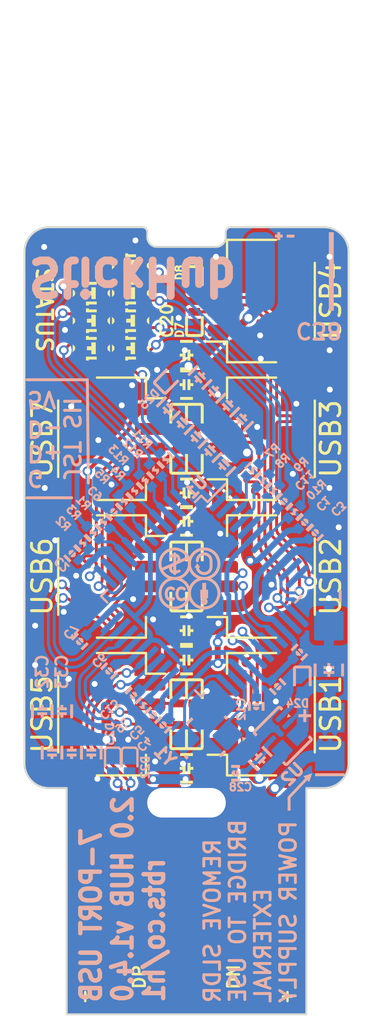
<source format=kicad_pcb>
(kicad_pcb (version 20220818) (generator pcbnew)
  (layers (0 "F.Cu" signal) (31 "B.Cu" signal) (34 "B.Paste" user) (35 "F.Paste" user) (36 "B.SilkS" user "B.Silkscreen") (37 "F.SilkS" user "F.Silkscreen") (38 "B.Mask" user) (39 "F.Mask" user) (44 "Edge.Cuts" user))
  (net 0 "")
  (net 1 "GND")
  (net 2 "+5V")
  (net 3 "Net-(U1-VBUS_SENSE)")
  (net 4 "+3.3V")
  (net 5 "+1V8")
  (net 6 "Net-(U2-CAP)")
  (net 7 "Net-(D15-1)")
  (net 8 "Net-(D16-1)")
  (net 9 "Net-(D17-1)")
  (net 10 "Net-(D18-1)")
  (net 11 "Net-(D19-1)")
  (net 12 "Net-(D20-1)")
  (net 13 "Net-(D21-1)")
  (net 14 "Net-(J1-Pin_1)")
  (net 15 "Net-(U1-EXT_RST#)")
  (net 16 "Net-(U1-TEST3#)")
  (net 17 "Net-(U1-TEST1#)")
  (net 18 "Net-(U1-REXT)")
  (net 19 "/U1D-")
  (net 20 "/U1D+")
  (net 21 "/U2D-")
  (net 22 "/U2D+")
  (net 23 "/U3D-")
  (net 24 "/U3D+")
  (net 25 "/U4D-")
  (net 26 "/U4D+")
  (net 27 "/U5D-")
  (net 28 "/U5D+")
  (net 29 "/U6D-")
  (net 30 "/U6D+")
  (net 31 "/U7D-")
  (net 32 "/U7D+")
  (net 33 "/LED1")
  (net 34 "/D-")
  (net 35 "/D+")
  (net 36 "/LED2")
  (net 37 "/LED3")
  (net 38 "/LED4")
  (net 39 "/LED5")
  (net 40 "/LED6")
  (net 41 "/LED7")
  (net 42 "/LC")
  (net 43 "/XO")
  (net 44 "/XI")
  (net 45 "VIN")
  (footprint "Diode_SMD:1006_C" (layer "F.Cu") (at 150.4 96.75 -90)
    (fp_text reference "D4" hide)
    (fp_text value "TVS")
  )
  (footprint "Connector_JST:JST_SH_SM04B-SRSS-TB_1x04-1MP_P1.00mm_Horizontal" (layer "F.Cu") (at 146.15 97.75 -90)
    (fp_text reference "J7" hide)
    (fp_text value "USB6")
  )
  (footprint "Connector_JST:JST_SH_SM04B-SRSS-TB_1x04-1MP_P1.00mm_Horizontal" (layer "F.Cu") (at 146.15 90.75 -90)
    (fp_text reference "J8" hide)
    (fp_text value "USB7")
  )
  (footprint "Diode_SMD:1006_C" (layer "F.Cu") (at 149.6 105.75 90)
    (fp_text reference "D10" hide)
    (fp_text value "TVS")
  )
  (footprint "Capacitor_SMD:2012_C" (layer "F.Cu") (at 150 93.5 180)
    (fp_text reference "C18" hide)
    (fp_text value "0.1uF 100V")
  )
  (footprint "Capacitor_SMD:2012_C" (layer "F.Cu") (at 150 100.5 180)
    (fp_text reference "C16" hide)
    (fp_text value "0.1uF 100V")
  )
  (footprint "LED_SMD:Duo_LED_1.6x0.8_Kingbright_APHB1608LZGKSURKC" (layer "F.Cu") (at 147.152792 86.15)
    (fp_text reference "D15" hide)
    (fp_text value "USB")
  )
  (footprint "Capacitor_SMD:2012_C" (layer "F.Cu") (at 150 107.5 180)
    (fp_text reference "C14" hide)
    (fp_text value "0.1uF 100V")
  )
  (footprint "Diode_SMD:1006_C" (layer "F.Cu") (at 150.4 82.75 -90)
    (fp_text reference "D8")
    (fp_text value "TVS")
  )
  (footprint "Diode_SMD:1006_C" (layer "F.Cu") (at 149.6 103.75 -90)
    (fp_text reference "D9" hide)
    (fp_text value "TVS")
  )
  (footprint "LED_SMD:Duo_LED_1.6x0.8_Kingbright_APHB1608LZGKSURKC" (layer "F.Cu") (at 147.152792 84.75)
    (fp_text reference "D16" hide)
    (fp_text value "USB")
  )
  (footprint "Diode_SMD:1006_C" (layer "F.Cu") (at 150.4 105.75 90)
    (fp_text reference "D1" hide)
    (fp_text value "TVS")
  )
  (footprint "Diode_SMD:1006_C" (layer "F.Cu") (at 150.4 91.75 90)
    (fp_text reference "D5" hide)
    (fp_text value "TVS")
  )
  (footprint "Diode_SMD:1006_C" (layer "F.Cu") (at 150.4 98.75 90)
    (fp_text reference "D3" hide)
    (fp_text value "TVS")
  )
  (footprint "Capacitor_SMD:2012_C" (layer "F.Cu") (at 150 102)
    (fp_text reference "C15" hide)
    (fp_text value "0.1uF 100V")
  )
  (footprint "Connector_JST:JST_SH_SM04B-SRSS-TB_1x04-1MP_P1.00mm_Horizontal" (layer "F.Cu") (at 153.85 104.75 90)
    (fp_text reference "J2" hide)
    (fp_text value "USB1")
  )
  (footprint "LED_SMD:Duo_LED_1.6x0.8_Kingbright_APHB1608LZGKSURKC" (layer "F.Cu") (at 145.152792 86.15)
    (fp_text reference "D19" hide)
    (fp_text value "USB")
  )
  (footprint "Connector_JST:JST_SH_SM04B-SRSS-TB_1x04-1MP_P1.00mm_Horizontal" (layer "F.Cu") (at 153.85 83.75 90)
    (fp_text reference "J5" hide)
    (fp_text value "USB4")
  )
  (footprint "Capacitor_SMD:2012_C" (layer "F.Cu") (at 150 86.5 180)
    (fp_text reference "C20")
    (fp_text value "0.1uF 100V")
  )
  (footprint "LED_SMD:Duo_LED_1.6x0.8_Kingbright_APHB1608LZGKSURKC" (layer "F.Cu") (at 145.152792 84.75)
    (fp_text reference "D20" hide)
    (fp_text value "USB")
  )
  (footprint "Diode_SMD:1006_C" (layer "F.Cu") (at 150.4 89.75 -90)
    (fp_text reference "D6" hide)
    (fp_text value "TVS")
  )
  (footprint "Connector_USB:USB_A_PCB_traces_small" (layer "F.Cu") (at 150 120 90)
    (fp_text reference "J1" hide)
    (fp_text value "HOST" hide)
  )
  (footprint "Capacitor_SMD:2012_C" (layer "F.Cu") (at 150 94.95)
    (fp_text reference "C17" hide)
    (fp_text value "0.1uF 100V")
  )
  (footprint "Diode_SMD:1006_C" (layer "F.Cu") (at 150.4 84.75 90)
    (fp_text reference "D7")
    (fp_text value "TVS")
  )
  (footprint "Diode_SMD:1006_C" (layer "F.Cu") (at 149.6 91.75 90)
    (fp_text reference "D14" hide)
    (fp_text value "TVS")
  )
  (footprint "LED_SMD:Duo_LED_1.6x0.8_Kingbright_APHB1608LZGKSURKC" (layer "F.Cu") (at 145.152792 83.35)
    (fp_text reference "D21" hide)
    (fp_text value "USB")
  )
  (footprint "Connector_JST:JST_SH_SM04B-SRSS-TB_1x04-1MP_P1.00mm_Horizontal" (layer "F.Cu") (at 153.85 90.75 90)
    (fp_text reference "J4" hide)
    (fp_text value "USB3")
  )
  (footprint "Diode_SMD:1006_C" (layer "F.Cu") (at 149.6 96.75 -90)
    (fp_text reference "D11" hide)
    (fp_text value "TVS")
  )
  (footprint "Connector_JST:JST_SH_SM04B-SRSS-TB_1x04-1MP_P1.00mm_Horizontal" (layer "F.Cu") (at 146.15 104.75 -90)
    (fp_text reference "J6" hide)
    (fp_text value "USB5")
  )
  (footprint "Capacitor_SMD:2012_C" (layer "F.Cu") (at 150 88)
    (fp_text reference "C19" hide)
    (fp_text value "0.1uF 100V")
  )
  (footprint "LED_SMD:Duo_LED_1.6x0.8_Kingbright_APHB1608LZGKSURKC" (layer "F.Cu") (at 147.152792 83.35)
    (fp_text reference "D17" hide)
    (fp_text value "USB")
  )
  (footprint "LED_SMD:Duo_LED_1.6x0.8_Kingbright_APHB1608LZGKSURKC" (layer "F.Cu") (at 147.152792 81.95)
    (fp_text reference "D18" hide)
    (fp_text value "USB")
  )
  (footprint "Diode_SMD:1006_C" (layer "F.Cu") (at 150.4 103.75 -90)
    (fp_text reference "D2" hide)
    (fp_text value "TVS")
  )
  (footprint "Diode_SMD:1006_C" (layer "F.Cu") (at 149.6 98.75 90)
    (fp_text reference "D12" hide)
    (fp_text value "TVS")
  )
  (footprint "MountingHole:Plain_Hole_3mm" (layer "F.Cu") (at 150 109.25)
    (fp_text reference "H1")
    (fp_text value "Strap")
  )
  (footprint "Connector_JST:JST_SH_SM04B-SRSS-TB_1x04-1MP_P1.00mm_Horizontal" (layer "F.Cu") (at 153.85 97.75 90)
    (fp_text reference "J3" hide)
    (fp_text value "USB2")
  )
  (footprint "Diode_SMD:1006_C" (layer "F.Cu") (at 149.6 89.75 -90)
    (fp_text reference "D13" hide)
    (fp_text value "TVS")
  )
  (footprint "Capacitor_SMD:1608_C" (layer "B.Cu") (at 151.392893 88.342893 45)
    (fp_text reference "C36" hide)
    (fp_text value "22uF 10V")
  )
  (footprint "Resistor_SMD:1005_C" (layer "B.Cu") (at 153.37132 92.343146 -135)
    (fp_text reference "R7")
    (fp_text value "470")
  )
  (footprint "Capacitor_SMD:1608_C" (layer "B.Cu") (at 142.65 104.6 90)
    (fp_text reference "C32")
    (fp_text value "22uF 10V")
  )
  (footprint "Diode_SMD:1006_C" (layer "B.Cu") (at 146.25 107.2 -90)
    (fp_text reference "D23")
    (fp_text value "TVS")
  )
  (footprint "Capacitor_SMD:1608_C" (layer "B.Cu") (at 150.685786 87.635786 45)
    (fp_text reference "C37" hide)
    (fp_text value "22uF 10V")
  )
  (footprint "Capacitor_SMD:1005_C" (layer "B.Cu") (at 154.96231 93.934136 45)
    (fp_text reference "C11")
    (fp_text value "0.1uF")
  )
  (footprint "Resistor_SMD:1005_C" (layer "B.Cu") (at 147.891242 92.873476 -45)
    (fp_text reference "R13")
    (fp_text value "470")
  )
  (footprint "Package_DFN_QFN:TDFN-8_1.5x2mm_Fused-Lead_JEDEC_MO-252_W2015D" (layer "B.Cu") (at 154.9 105.85 -135)
    (fp_text reference "U2")
    (fp_text value "Dialog_SLG5NT1487V")
  )
  (footprint "SH_Solder_Pads:1P-1.5x1.5" (layer "B.Cu") (at 157.25 100.25)
    (fp_text reference "J9" hide)
    (fp_text value "EXTGND" hide)
  )
  (footprint "Resistor_SMD:1005_C" (layer "B.Cu") (at 147.360912 93.403806 -45)
    (fp_text reference "R4")
    (fp_text value "100k")
  )
  (footprint "Capacitor_SMD:1005_C" (layer "B.Cu") (at 155.75 101.6 45)
    (fp_text reference "C8" hide)
    (fp_text value "0.1uF")
  )
  (footprint "Resistor_SMD:1005_C" (layer "B.Cu") (at 148.951902 91.812816 -45)
    (fp_text reference "R11")
    (fp_text value "470")
  )
  (footprint "Capacitor_SMD:1005_C" (layer "B.Cu") (at 146.05 102.55 -135)
    (fp_text reference "C6")
    (fp_text value "0.1uF")
  )
  (footprint "Capacitor_SMD:1005_C" (layer "B.Cu") (at 144.178932 96.585787 135)
    (fp_text reference "C2")
    (fp_text value "0.1uF")
  )
  (footprint "Resistor_SMD:1005_C" (layer "B.Cu") (at 147.8 104.3 -135)
    (fp_text reference "R6")
    (fp_text value "2.7k")
  )
  (footprint "Capacitor_SMD:1005_C" (layer "B.Cu") (at 148.8 105.3 -135)
    (fp_text reference "C4")
    (fp_text value "10uF 6.3V")
  )
  (footprint "Diode_SMD:1006_C" (layer "B.Cu") (at 155.9 103.1 -90)
    (fp_text reference "D24")
    (fp_text value "5V")
  )
  (footprint "Symbol:Creative_Commons_BY_Mask" (layer "B.Cu") (at 150.9 98.6)
    (fp_text reference "LOGO2" hide)
    (fp_text value "Logo" hide)
  )
  (footprint "Diode_SMD:1006_C" (layer "B.Cu") (at 149.15 87.65 45)
    (fp_text reference "D25")
    (fp_text value "5V")
  )
  (footprint "Resistor_SMD:1005_C" (layer "B.Cu") (at 155.49264 94.464466 -135)
    (fp_text reference "R10")
    (fp_text value "470")
  )
  (footprint "Resistor_SMD:1005_C" (layer "B.Cu") (at 144.709262 96.055456 135)
    (fp_text reference "R2")
    (fp_text value "100k")
  )
  (footprint "Resistor_SMD:1005_C" (layer "B.Cu") (at 153.90165 92.873476 -135)
    (fp_text reference "R8")
    (fp_text value "470")
  )
  (footprint "Capacitor_SMD:1005_C" (layer "B.Cu") (at 152.5 107.75 180)
    (fp_text reference "C28")
    (fp_text value "15nF")
  )
  (footprint "Capacitor_SMD:1005_C" (layer "B.Cu") (at 156.5533 95.525126 45)
    (fp_text reference "C3")
    (fp_text value "10uF 6.3V")
  )
  (footprint "Capacitor_SMD:1005_C" (layer "B.Cu") (at 148.3 104.8 -135)
    (fp_text reference "C5")
    (fp_text value "0.1uF")
  )
  (footprint "Capacitor_SMD:1608_C" (layer "B.Cu") (at 153.75 107 135)
    (fp_text reference "C22" hide)
    (fp_text value "22uF 10V")
  )
  (footprint "Capacitor_SMD:1608_C" (layer "B.Cu") (at 151.2 91.35 -135)
    (fp_text reference "C26" hide)
    (fp_text value "22uF 10V")
  )
  (footprint "Symbol:Creative_Commons_CC_Mask" (layer "B.Cu") (at 149.4 98.6 180)
    (fp_text reference "LOGO1" hide)
    (fp_text value "Logo" hide)
  )
  (footprint "Symbol:Creative_Commons_NC_Mask" (layer "B.Cu") (at 149.4 97.1)
    (fp_text reference "LOGO3" hide)
    (fp_text value "Logo" hide)
  )
  (footprint "Symbol:Creative_Commons_SA_Mask" (layer "B.Cu") (at 150.9 97.1)
    (fp_text reference "LOGO4" hide)
    (fp_text value "Logo" hide)
  )
  (footprint "Capacitor_SMD:1608_C" (layer "B.Cu") (at 150.492893 90.642893 -135)
    (fp_text reference "C25" hide)
    (fp_text value "22uF 10V")
  )
  (footprint "Crystal:Crystal_4-SMD_2.5x2mm" (layer "B.Cu") (at 150.997487 105.927135 -135)
    (fp_text reference "Y1")
    (fp_text value "12MHz 50ppm 16-20pF" hide)
  )
  (footprint "Capacitor_SMD:1608_C" (layer "B.Cu") (at 152.807107 89.757107 45)
    (fp_text reference "C34" hide)
    (fp_text value "22uF 10V")
  )
  (footprint "Capacitor_SMD:1608_C" (layer "B.Cu") (at 144.15 106.7 -90)
    (fp_text reference "C29" hide)
    (fp_text value "22uF 10V")
  )
  (footprint "Resistor_SMD:1005_C" (layer "B.Cu") (at 148.421572 92.343146 -45)
    (fp_text reference "R12")
    (fp_text value "470")
  )
  (footprint "Diode_SMD:1006_C" (layer "B.Cu") (at 147.1 107.2 -90)
    (fp_text reference "D22")
    (fp_text value "TVS")
  )
  (footprint "Package_QFP:LQFP-48_7x7mm_P0.5mm" (layer "B.Cu") (at 150.75 98.75 -135)
    (fp_text reference "U1")
    (fp_text value "MaxLinear_XR22417-48")
  )
  (footprint "SH_Solder_Pads:JP-2_1.5x1.5" (layer "B.Cu") (at 157.25 105.9 90)
    (fp_text reference "JP1" hide)
    (fp_text value "EXTPWR")
  )
  (footprint "Resistor_SMD:1005_C" (layer "B.Cu") (at 145.769922 94.994796 -45)
    (fp_text reference "R1")
    (fp_text value "10k")
  )
  (footprint "Resistor_SMD:1005_C" (layer "B.Cu") (at 154.43198 93.403806 -135)
    (fp_text reference "R9")
    (fp_text value "470")
  )
  (footprint "Capacitor_SMD:1608_C" (layer "B.Cu") (at 149.785785 89.935786 -135)
    (fp_text reference "C24" hide)
    (fp_text value "22uF 10V")
  )
  (footprint "Capacitor_SMD:1608_C" (layer "B.Cu") (at 152.1 89.05 45)
    (fp_text reference "C35" hide)
    (fp_text value "22uF 10V")
  )
  (footprint "Capacitor_SMD:CP_Elec_6.3x11_Board_Edge_Mirrored" (layer "B.Cu") (at 155 80 180)
    (fp_text reference "C38")
    (fp_text value "330uF 10V")
  )
  (footprint "Capacitor_SMD:1005_C" (layer "B.Cu") (at 144.562816 101.048097 -135)
    (fp_text reference "C7")
    (fp_text value "0.1uF")
  )
  (footprint "Capacitor_SMD:1005_C" (layer "B.Cu") (at 156.02297 94.994796 45)
    (fp_text reference "C1")
    (fp_text value "1uF 10V")
  )
  (footprint "Capacitor_SMD:1005_C" (layer "B.Cu") (at 146.300252 94.464466 135)
    (fp_text reference "C9")
    (fp_text value "0.1uF")
  )
  (footprint "Capacitor_SMD:1005_C" (layer "B.Cu") (at 147.3 103.8 -135)
    (fp_text reference "C13")
    (fp_text value "0.1uF")
  )
  (footprint "Capacitor_SMD:1005_C" (layer "B.Cu") (at 154.639086 103.346194 -45)
    (fp_text reference "C10" hide)
    (fp_text value "0.1uF")
  )
  (footprint "Capacitor_SMD:1608_C" (layer "B.Cu") (at 143.15 106.7 -90)
    (fp_text reference "C31" hide)
    (fp_text value "22uF 10V")
  )
  (footprint "Capacitor_SMD:1005_C" (layer "B.Cu") (at 153.55 104.35 -90)
    (fp_text reference "C12")
    (fp_text value "0.1uF")
  )
  (footprint "Resistor_SMD:1005_C" (layer "B.Cu") (at 146.830582 93.934136 -45)
    (fp_text reference "R5")
    (fp_text value "100k")
  )
  (footprint "Capacitor_SMD:1608_C" (layer "B.Cu") (at 143.65 104.6 90)
    (fp_text reference "C33")
    (fp_text value "22uF 10V")
  )
  (footprint "Capacitor_SMD:1608_C" (layer "B.Cu") (at 145.15 106.7 -90)
    (fp_text reference "C30" hide)
    (fp_text value "22uF 10V")
  )
  (footprint "Resistor_SMD:1005_C" (layer "B.Cu") (at 145.239592 95.525126 -45)
    (fp_text reference "R3")
    (fp_text value "100k")
  )
  (footprint "Capacitor_SMD:1608_C" (layer "B.Cu") (at 151.907106 92.057107 -135)
    (fp_text reference "C27" hide)
    (fp_text value "22uF 10V")
  )
  (footprint "Capacitor_SMD:1608_C" (layer "B.Cu") (at 149.078679 89.22868 -135)
    (fp_text reference "C23" hide)
    (fp_text value "22uF 10V")
  )
  (footprint "Capacitor_SMD:2012_C" (layer "B.Cu") (at 157.25 102.5 90)
    (fp_text reference "C21" hide)
    (fp_text value "0.1uF 100V")
  )
  (gr_line (start 144.95 87.75) (end 145 93) (stroke (width 0.15)) (layer "B.SilkS"))
  (gr_line (start 141.875 87.75) (end 144.95 87.75) (stroke (width 0.15)) (layer "B.SilkS"))
  (gr_line (start 144.15 93.75) (end 141.875 93.75) (stroke (width 0.15)) (layer "B.SilkS"))
  (gr_poly (pts (xy 156.25 108.2) (xy 156.15 108.1) (xy 155.3 109) (xy 155.3 109.65) (xy 155.15 109.65) (xy 155.15 108.95) (xy 156.05 108) (xy 155.95 107.9) (xy 156.4 107.75)) (fill solid) (layer "B.SilkS"))
  (gr_poly (pts (xy 157.9 99.05) (xy 157.75 99.05) (xy 157.75 98.45) (xy 157.9 98.45)) (fill solid) (layer "B.SilkS"))
  (gr_poly (pts (xy 156.1 104.75) (xy 156.35 104.75) (xy 156.35 104.9) (xy 156.1 104.9) (xy 156.1 105.15) (xy 155.95 105.15) (xy 155.95 104.9) (xy 155.7 104.9) (xy 155.7 104.75) (xy 155.95 104.75) (xy 155.95 104.5) (xy 156.1 104.5)) (fill solid) (layer "B.SilkS"))
  (gr_line (start 152.25 80) (end 157 80) (stroke (width 0.1)) (layer "Edge.Cuts"))
  (gr_line (start 148.5 81) (end 151.5 81) (stroke (width 0.1)) (layer "Edge.Cuts"))
  (gr_line (start 157 108.5) (end 156.1 108.5) (stroke (width 0.1)) (layer "Edge.Cuts"))
  (gr_line (start 141.75 107.25) (end 141.75 81.25) (stroke (width 0.1)) (layer "Edge.Cuts"))
  (gr_line (start 156.1 120) (end 156.1 108.5) (stroke (width 0.1)) (layer "Edge.Cuts"))
  (gr_line (start 148 80.25) (end 148 80.5) (stroke (width 0.1)) (layer "Edge.Cuts"))
  (gr_arc (start 152 80.25) (mid 152.073223 80.073223) (end 152.25 80) (stroke (width 0.1)) (layer "Edge.Cuts"))
  (gr_line (start 143.9 120) (end 143.9 108.5) (stroke (width 0.1)) (layer "Edge.Cuts"))
  (gr_arc (start 141.75 81.25) (mid 142.116117 80.366117) (end 143 80) (stroke (width 0.1)) (layer "Edge.Cuts"))
  (gr_arc (start 147.75 80) (mid 147.926777 80.073223) (end 148 80.25) (stroke (width 0.1)) (layer "Edge.Cuts"))
  (gr_arc (start 143 108.5) (mid 142.116117 108.133883) (end 141.75 107.25) (stroke (width 0.1)) (layer "Edge.Cuts"))
  (gr_line (start 143.9 120) (end 156.1 120) (stroke (width 0.1)) (layer "Edge.Cuts"))
  (gr_line (start 158.25 81.25) (end 158.25 107.25) (stroke (width 0.1)) (layer "Edge.Cuts"))
  (gr_line (start 143 80) (end 147.75 80) (stroke (width 0.1)) (layer "Edge.Cuts"))
  (gr_arc (start 158.25 107.25) (mid 157.883883 108.133883) (end 157 108.5) (stroke (width 0.1)) (layer "Edge.Cuts"))
  (gr_arc (start 157 80) (mid 157.883883 80.366117) (end 158.25 81.25) (stroke (width 0.1)) (layer "Edge.Cuts"))
  (gr_arc (start 148.5 81) (mid 148.146447 80.853553) (end 148 80.5) (stroke (width 0.1)) (layer "Edge.Cuts"))
  (gr_line (start 143.9 108.5) (end 143 108.5) (stroke (width 0.1)) (layer "Edge.Cuts"))
  (gr_arc (start 152 80.5) (mid 151.853553 80.853553) (end 151.5 81) (stroke (width 0.1)) (layer "Edge.Cuts"))
  (gr_line (start 152 80.5) (end 152 80.25) (stroke (width 0.1)) (layer "Edge.Cuts"))
  (gr_text "G" (at 141.8 92.75 180) (layer "B.SilkS") (effects (font (size 0.8 0.8)) (justify left mirror)))
  (gr_text "D-" (at 141.8 90.25 180) (layer "B.SilkS") (effects (font (size 0.8 0.8)) (justify left mirror)))
  (gr_text "JST SH" (at 144.15 90.75 270) (layer "B.SilkS") (effects (font (size 0.8 0.8)) (justify mirror)))
  (gr_text "StickHub" (at 147.25 82.5 180) (layer "B.SilkS") (effects (font (size 1.8 1.6) (thickness 0.4)) (justify mirror)))
  (gr_text "D+" (at 141.8 91.5 180) (layer "B.SilkS") (effects (font (size 0.8 0.8)) (justify left mirror)))
  (gr_text "5V" (at 141.8 88.75 180) (layer "B.SilkS") (effects (font (size 0.8 0.8)) (justify left mirror)))
  (gr_text "REMOVE SLDR\nBRIDGE TO USE\nEXTERNAL\nPOWER SUPPLY" (at 153.25 119.5 90) (layer "B.SilkS") (effects (font (size 0.8 0.8)) (justify right mirror)))
  (gr_text "7-PORT USB\n2.0 HUB v1.4.0\nrbts.co/h1" (at 146.75 119.5 90) (layer "B.SilkS") (effects (font (size 1 0.9) (thickness 0.225)) (justify right mirror)))
  (gr_text "STATUS" (at 142.75 84.2 270) (layer "F.SilkS") (effects (font (size 0.8 0.8))))
  (segment (start 143.69 85.34) (end 143.81 85.22) (width 0.15) (layer "F.Cu") (net 1))
  (segment (start 145.46 108.03) (end 144.755 108.03) (width 0.6) (layer "F.Cu") (net 1))
  (segment (start 149.5 89.265) (end 150.5 89.265) (width 0.25) (layer "F.Cu") (net 1))
  (segment (start 155.875 94.95) (end 157.45 94.95) (width 0.4) (layer "F.Cu") (net 1))
  (segment (start 155.875 93.55) (end 156.175 93.25) (width 0.4) (layer "F.Cu") (net 1))
  (segment (start 153.78 86.68) (end 153.78 85.53) (width 0.15) (layer "F.Cu") (net 1))
  (segment (start 150.5 92.235) (end 150.03 92.705) (width 0.4) (layer "F.Cu") (net 1))
  (segment (start 142.25 85.34) (end 143.69 85.34) (width 0.15) (layer "F.Cu") (net 1))
  (segment (start 151.85 95.7) (end 151.72 95.57) (width 0.25) (layer "F.Cu") (net 1))
  (segment (start 143.041636 100.25) (end 142.29 100.25) (width 0.4) (layer "F.Cu") (net 1))
  (segment (start 144.125 87.95) (end 142.45 87.95) (width 0.4) (layer "F.Cu") (net 1))
  (segment (start 150.825 88) (end 150.825 88.075) (width 0.5) (layer "F.Cu") (net 1))
  (segment (start 148.3 92.55) (end 148 92.25) (width 0.4) (layer "F.Cu") (net 1))
  (segment (start 143.31 96.64) (end 143.31 95.91) (width 0.15) (layer "F.Cu") (net 1))
  (segment (start 152 82.25) (end 154.575 82.25) (width 0.15) (layer "F.Cu") (net 1))
  (segment (start 150.5 92.235) (end 149.5 92.235) (width 0.25) (layer "F.Cu") (net 1))
  (segment (start 148.5 87.638006) (end 148.5 87.25) (width 0.4) (layer "F.Cu") (net 1))
  (segment (start 156.175 93.25) (end 157.28 93.25) (width 0.4) (layer "F.Cu") (net 1))
  (segment (start 150.5 89.265) (end 151.985 89.265) (width 0.25) (layer "F.Cu") (net 1))
  (segment (start 149.94999 84.653056) (end 149.86999 84.573056) (width 0.15) (layer "F.Cu") (net 1))
  (segment (start 148 99.25) (end 149.616884 99.25) (width 0.4) (layer "F.Cu") (net 1))
  (segment (start 148 106.25) (end 147.24 106.25) (width 0.25) (layer "F.Cu") (net 1))
  (segment (start 149.5 92.235) (end 148.015 92.235) (width 0.25) (layer "F.Cu") (net 1))
  (segment (start 142.25 85.34) (end 142.25 81.5) (width 0.4) (layer "F.Cu") (net 1))
  (segment (start 144.755 108.03) (end 144.275 107.55) (width 0.6) (layer "F.Cu") (net 1))
  (segment (start 147.24 106.25) (end 147.03 106.04) (width 0.25) (layer "F.Cu") (net 1))
  (segment (start 150.195 95.58) (end 150.825 94.95) (width 0.5) (layer "F.Cu") (net 1))
  (segment (start 149.86999 82.926944) (end 149.94999 82.846944) (width 0.15) (layer "F.Cu") (net 1))
  (segment (start 152 89.25) (end 152.420453 89.25) (width 0.4) (layer "F.Cu") (net 1))
  (segment (start 152 103.25) (end 150.515 103.25) (width 0.4) (layer "F.Cu") (net 1))
  (segment (start 150.5 96.265) (end 150.5 96.02) (width 0.4) (layer "F.Cu") (net 1))
  (segment (start 147.300003 88.100003) (end 148.038003 88.100003) (width 0.4) (layer "F.Cu") (net 1))
  (segment (start 148.015 106.235) (end 148 106.25) (width 0.4) (layer "F.Cu") (net 1))
  (segment (start 144 102.95) (end 142.99 102.95) (width 0.4) (layer "F.Cu") (net 1))
  (segment (start 143.31 95.765) (end 144.125 94.95) (width 0.25) (layer "F.Cu") (net 1))
  (segment (start 148.038003 88.100003) (end 148.5 87.638006) (width 0.4) (layer "F.Cu") (net 1))
  (segment (start 150.5 82.265) (end 151.985 82.265) (width 0.15) (layer "F.Cu") (net 1))
  (segment (start 145.32 103.21) (end 144.26 103.21) (width 0.4) (layer "F.Cu") (net 1))
  (segment (start 155.875 100.55) (end 156.57 100.55) (width 0.25) (layer "F.Cu") (net 1))
  (segment (start 144.125 89.115) (end 144.12 89.11) (width 0.25) (layer "F.Cu") (net 1))
  (segment (start 150.5 103.265) (end 150.57 103.195) (width 0.4) (layer "F.Cu") (net 1))
  (segment (start 146.938761 92.25) (end 146.180031 93.00873) (width 0.25) (layer "F.Cu") (net 1))
  (segment (start 149.616884 99.25) (end 150.124571 99.757687) (width 0.4) (layer "F.Cu") (net 1))
  (segment (start 144.125 89.105) (end 144.12 89.11) (width 0.4) (layer "F.Cu") (net 1))
  (segment (start 144.125 94.95) (end 144.125 93.55) (width 0.25) (layer "F.Cu") (net 1))
  (segment (start 149.86999 84.573056) (end 149.86999 84.026944) (width 0.15) (layer "F.Cu") (net 1))
  (segment (start 142.45 87.95) (end 142.25 87.75) (width 0.4) (layer "F.Cu") (net 1))
  (segment (start 148 99.25) (end 147.63 99.25) (width 0.25) (layer "F.Cu") (net 1))
  (segment (start 150.03 92.705) (end 150.03 92.96) (width 0.4) (layer "F.Cu") (net 1))
  (segment (start 143.31 95.91) (end 143.31 95.765) (width 0.25) (layer "F.Cu") (net 1))
  (segment (start 157 87.95) (end 157.3 88.25) (width 0.4) (layer "F.Cu") (net 1))
  (segment (start 149.86999 84.026944) (end 149.85 84.006954) (width 0.15) (layer "F.Cu") (net 1))
  (segment (start 145.75 114.71) (end 145.75 108.5) (width 0.6) (layer "F.Cu") (net 1))
  (segment (start 144.125 107.55) (end 144.8 107.55) (width 0.4) (layer "F.Cu") (net 1))
  (segment (start 144.125 107.55) (end 144.98 107.55) (width 0.15) (layer "F.Cu") (net 1))
  (segment (start 145.75 108.32) (end 145.46 108.03) (width 0.6) (layer "F.Cu") (net 1))
  (segment (start 151.985 82.265) (end 152 82.25) (width 0.15) (layer "F.Cu") (net 1))
  (segment (start 151.835 96.265) (end 151.85 96.25) (width 0.25) (layer "F.Cu") (net 1))
  (segment (start 144.125 87.95) (end 147.15 87.95) (width 0.15) (layer "F.Cu") (net 1))
  (segment (start 144.98 107.55) (end 145.46 108.03) (width 0.15) (layer "F.Cu") (net 1))
  (segment (start 154.575 82.25) (end 155.875 80.95) (width 0.15) (layer "F.Cu") (net 1))
  (segment (start 151.985 103.265) (end 152 103.25) (width 0.4) (layer "F.Cu") (net 1))
  (segment (start 156.57 100.55) (end 157.8 99.32) (width 0.25) (layer "F.Cu") (net 1))
  (segment (start 149.94999 82.81501) (end 150.5 82.265) (width 0.15) (layer "F.Cu") (net 1))
  (segment (start 155.725 101.95) (end 156.75 101.95) (width 0.25) (layer "F.Cu") (net 1))
  (segment (start 150.515 103.25) (end 150.5 103.265) (width 0.4) (layer "F.Cu") (net 1))
  (segment (start 150.5 96.02) (end 150.06 95.58) (width 0.4) (layer "F.Cu") (net 1))
  (segment (start 157.8 99.32) (end 157.8 96.875) (width 0.25) (layer "F.Cu") (net 1))
  (segment (start 146.19 115.15) (end 145.75 114.71) (width 0.6) (layer "F.Cu") (net 1))
  (segment (start 150.5 96.265) (end 151.835 96.265) (width 0.25) (layer "F.Cu") (net 1))
  (segment (start 149.911324 85.823676) (end 149.911324 86.248711) (width 0.4) (layer "F.Cu") (net 1))
  (segment (start 142.25 87.75) (end 142.25 85.34) (width 0.4) (layer "F.Cu") (net 1))
  (segment (start 149.86999 83.473056) (end 149.86999 82.926944) (width 0.15) (layer "F.Cu") (net 1))
  (segment (start 142.99 102.95) (end 142.29 102.25) (width 0.4) (layer "F.Cu") (net 1))
  (segment (start 149.5 106.235) (end 148.015 106.235) (width 0.4) (layer "F.Cu") (net 1))
  (segment (start 156.73 80.95) (end 157.28 81.5) (width 0.4) (layer "F.Cu") (net 1))
  (segment (start 144.38 97.71) (end 143.31 96.64) (width 0.15) (layer "F.Cu") (net 1))
  (segment (start 153.78 85.53) (end 153.75 85.5) (width 0.15) (layer "F.Cu") (net 1))
  (segment (start 155.59501 88.22999) (end 155.59501 88.97) (width 0.15) (layer "F.Cu") (net 1))
  (segment (start 144.26 103.21) (end 144 102.95) (width 0.4) (layer "F.Cu") (net 1))
  (segment (start 149.85 83.493046) (end 149.86999 83.473056) (width 0.15) (layer "F.Cu") (net 1))
  (segment (start 144.125 93.55) (end 144.125 89.115) (width 0.25) (layer "F.Cu") (net 1))
  (segment (start 157.8 96.875) (end 155.875 94.95) (width 0.25) (layer "F.Cu") (net 1))
  (segment (start 144.8 107.55) (end 145.65 108.4) (width 0.4) (layer "F.Cu") (net 1))
  (segment (start 144.125 93.55) (end 143.08 93.55) (width 0.4) (layer "F.Cu") (net 1))
  (segment (start 150.825 88.075) (end 149.6 89.3) (width 0.5) (layer "F.Cu") (net 1))
  (segment (start 155.875 86.55) (end 155.875 87.95) (width 0.25) (layer "F.Cu") (net 1))
  (segment (start 151.5 81.5) (end 151.83 81.5) (width 0.4) (layer "F.Cu") (net 1))
  (segment (start 144.12 89.11) (end 144.12 89.43) (width 0.15) (layer "F.Cu") (net 1))
  (segment (start 148.015 92.235) (end 148 92.25) (width 0.25) (layer "F.Cu") (net 1))
  (segment (start 150.19 85.2) (end 149.6 84.61) (width 0.15) (layer "F.Cu") (net 1))
  (segment (start 149.5 96.25) (end 150.485 96.25) (width 0.15) (layer "F.Cu") (net 1))
  (segment (start 151.85 88.75) (end 151.6 88.5) (width 0.15) (layer "F.Cu") (net 1))
  (segment (start 155.875 93.55) (end 155.875 94.95) (width 0.25) (layer "F.Cu") (net 1))
  (segment (start 151.83 81.5) (end 152.38 80.95) (width 0.4) (layer "F.Cu") (net 1))
  (segment (start 144.125 87.95) (end 144.125 89.105) (width 0.4) (layer "F.Cu") (net 1))
  (segment (start 156.75 101.95) (end 157.25 102.45) (width 0.25) (layer "F.Cu") (net 1))
  (segment (start 150.5 85.235) (end 149.94999 84.68499) (width 0.15) (layer "F.Cu") (net 1))
  (segment (start 155.414117 93.089117) (end 155.414117 92.535883) (width 0.4) (layer "F.Cu") (net 1))
  (segment (start 145.75 108.5) (end 145.75 108.32) (width 0.6) (layer "F.Cu") (net 1))
  (segment (start 143.08 93.55) (end 142.78 93.25) (width 0.4) (layer "F.Cu") (net 1))
  (segment (start 149.94999 82.846944) (end 149.94999 82.81501) (width 0.15) (layer "F.Cu") (net 1))
  (segment (start 148 92.25) (end 146.938761 92.25) (width 0.15) (layer "F.Cu") (net 1))
  (segment (start 155.875 80.95) (end 152.38 80.95) (width 0.4) (layer "F.Cu") (net 1))
  (segment (start 155.875 93.55) (end 155.414117 93.089117) (width 0.4) (layer "F.Cu") (net 1))
  (segment (start 149.5 103.265) (end 150.5 103.265) (width 0.4) (layer "F.Cu") (net 1))
  (segment (start 155.875 100.55) (end 155.875 101.95) (width 0.25) (layer "F.Cu") (net 1))
  (segment (start 147.23 88.03) (end 147.300003 88.100003) (width 0.4) (layer "F.Cu") (net 1))
  (segment (start 149.175 107.5) (end 148.75 107.5) (width 0.4) (layer "F.Cu") (net 1))
  (segment (start 155.875 80.95) (end 155.875 86.55) (width 0.25) (layer "F.Cu") (net 1))
  (segment (start 151.85 89.25) (end 151.85 88.75) (width 0.15) (layer "F.Cu") (net 1))
  (segment (start 142.25 81.5) (end 142.75 81) (width 0.4) (layer "F.Cu") (net 1))
  (segment (start 146.180031 93.00873) (end 146.180031 93.072237) (width 0.25) (layer "F.Cu") (net 1))
  (segment (start 155.875 86.55) (end 156.175 86.25) (width 0.4) (layer "F.Cu") (net 1))
  (segment (start 150.5 85.235) (end 149.911324 85.823676) (width 0.4) (layer "F.Cu") (net 1))
  (segment (start 149.85 84.006954) (end 149.85 83.493046) (width 0.15) (layer "F.Cu") (net 1))
  (segment (start 150.5 106.235) (end 149.5 106.235) (width 0.4) (layer "F.Cu") (net 1))
  (segment (start 155.875 87.95) (end 157 87.95) (width 0.4) (layer "F.Cu") (net 1))
  (segment (start 151.85 96.25) (end 151.85 95.7) (width 0.25) (layer "F.Cu") (net 1))
  (segment (start 144.12 89.43) (end 145.51 90.82) (width 0.15) (layer "F.Cu") (net 1))
  (segment (start 150.485 96.25) (end 150.5 96.265) (width 0.15) (layer "F.Cu") (net 1))
  (segment (start 152.7 89.25) (end 153.6 90.15) (width 0.4) (layer "F.Cu") (net 1))
  (segment (start 148.75 107.5) (end 148.4 107.15) (width 0.4) (layer "F.Cu") (net 1))
  (segment (start 143.74501 99.546626) (end 143.041636 100.25) (width 0.4) (layer "F.Cu") (net 1))
  (segment (start 156.175 86.25) (end 157.29 86.25) (width 0.4) (layer "F.Cu") (net 1))
  (segment (start 151.85 89.25) (end 152.7 89.25) (width 0.4) (layer "F.Cu") (net 1))
  (segment (start 150.06 95.58) (end 150.195 95.58) (width 0.5) (layer "F.Cu") (net 1))
  (segment (start 151.985 89.265) (end 152 89.25) (width 0.25) (layer "F.Cu") (net 1))
  (segment (start 155.875 80.95) (end 156.73 80.95) (width 0.4) (layer "F.Cu") (net 1))
  (segment (start 157.45 94.95) (end 157.75 95.25) (width 0.4) (layer "F.Cu") (net 1))
  (segment (start 147.63 99.25) (end 147.28 98.9) (width 0.25) (layer "F.Cu") (net 1))
  (segment (start 151.7 88.95) (end 152 89.25) (width 0.4) (layer "F.Cu") (net 1))
  (segment (start 155.875 87.95) (end 155.59501 88.22999) (width 0.15) (layer "F.Cu") (net 1))
  (segment (start 150.4 85.2) (end 150.19 85.2) (width 0.15) (layer "F.Cu") (net 1))
  (segment (start 147.15 87.95) (end 147.23 88.03) (width 0.15) (layer "F.Cu") (net 1))
  (segment (start 149.94999 84.68499) (end 149.94999 84.653056) (width 0.15) (layer "F.Cu") (net 1))
  (via (at 157.25 102.45) (size 0.5) (drill 0.3) (layers "F.Cu" "B.Cu") (net 1))
  (via (at 151.5 81.5) (size 0.5) (drill 0.3) (layers "F.Cu" "B.Cu") (net 1))
  (via (at 142.78 93.25) (size 0.5) (drill 0.3) (layers "F.Cu" "B.Cu") (net 1))
  (via (at 150.124571 99.757687) (size 0.5) (drill 0.3) (layers "F.Cu" "B.Cu") (net 1))
  (via (at 146.180031 93.072237) (size 0.5) (drill 0.3) (layers "F.Cu" "B.Cu") (net 1))
  (via (at 157.3 88.25) (size 0.5) (drill 0.3) (layers "F.Cu" "B.Cu") (net 1))
  (via (at 142.29 100.25) (size 0.5) (drill 0.3) (layers "F.Cu" "B.Cu") (net 1))
  (via (at 142.75 81) (size 0.5) (drill 0.3) (layers "F.Cu" "B.Cu") (net 1))
  (via (at 150.03 92.96) (size 0.5) (drill 0.3) (layers "F.Cu" "B.Cu") (net 1))
  (via (at 148.3 99.93) (size 0.5) (drill 0.3) (layers "F.Cu" "B.Cu") (net 1))
  (via (at 157.25 98.85) (size 0.5) (drill 0.3) (layers "F.Cu" "B.Cu") (net 1))
  (via (at 148.4 107.15) (size 0.5) (drill 0.3) (layers "F.Cu" "B.Cu") (net 1))
  (via (at 147.23 88.03) (size 0.5) (drill 0.3) (layers "F.Cu" "B.Cu") (net 1))
  (via (at 157.28 81.5) (size 0.5) (drill 0.3) (layers "F.Cu" "B.Cu") (net 1))
  (via (at 149.819271 107.261475) (size 0.5) (drill 0.3) (layers "F.Cu" "B.Cu") (net 1))
  (via (at 157.29 86.25) (size 0.5) (drill 0.3) (layers "F.Cu" "B.Cu") (net 1))
  (via (at 153.78 86.68) (size 0.5) (drill 0.3) (layers "F.Cu" "B.Cu") (net 1))
  (via (at 143.31 95.91) (size 0.5) (drill 0.3) (layers "F.Cu" "B.Cu") (net 1))
  (via (at 147.03 106.04) (size 0.5) (drill 0.3) (layers "F.Cu" "B.Cu") (net 1))
  (via (at 147.28 98.9) (size 0.5) (drill 0.3) (layers "F.Cu" "B.Cu") (net 1))
  (via (at 157.28 93.25) (size 0.5) (drill 0.3) (layers "F.Cu" "B.Cu") (net 1))
  (via (at 142.29 102.25) (size 0.5) (drill 0.3) (layers "F.Cu" "B.Cu") (net 1))
  (via (at 151.72 95.57) (size 0.5) (drill 0.3) (layers "F.Cu" "B.Cu") (net 1))
  (via (at 155.414117 92.535883) (size 0.5) (drill 0.3) (layers "F.Cu" "B.Cu") (net 1))
  (via (at 151.034229 103.573736) (size 0.5) (drill 0.3) (layers "F.Cu" "B.Cu") (net 1))
  (via (at 146.7 89.05) (size 0.5) (drill 0.3) (layers "F.Cu" "B.Cu") (net 1))
  (via (at 148.5 87.25) (size 0.5) (drill 0.3) (layers "F.Cu" "B.Cu") (net 1))
  (via (at 153.3 105.5) (size 0.5) (drill 0.3) (layers "F.Cu" "B.Cu") (net 1))
  (via (at 154.331365 98.163517) (size 0.5) (drill 0.3) (layers "F.Cu" "B.Cu") (net 1))
  (via (at 150.06 95.58) (size 0.5) (drill 0.3) (layers "F.Cu" "B.Cu") (net 1))
  (via (at 143.81 85.22) (size 0.5) (drill 0.3) (layers "F.Cu" "B.Cu") (net 1))
  (via (at 157.75 95.25) (size 0.5) (drill 0.3) (layers "F.Cu" "B.Cu") (net 1))
  (via (at 153.75 85.5) (size 0.5) (drill 0.3) (layers "F.Cu" "B.Cu") (net 1))
  (via (at 143.74501 99.546626) (size 0.5) (drill 0.3) (layers "F.Cu" "B.Cu") (net 1))
  (via (at 153.6 90.15) (size 0.5) (drill 0.3) (layers "F.Cu" "B.Cu") (net 1))
  (via (at 151.629053 100.129053) (size 0.5) (drill 0.3) (layers "F.Cu" "B.Cu") (net 1))
  (via (at 147.4 80.67) (size 0.5) (drill 0.3) (layers "F.Cu" "B.Cu") (net 1))
  (via (at 144.12 89.11) (size 0.5) (drill 0.3) (layers "F.Cu" "B.Cu") (net 1))
  (via (at 144 102.95) (size 0.5) (drill 0.3) (layers "F.Cu" "B.Cu") (net 1))
  (via (at 145.46 108.03) (size 0.5) (drill 0.3) (layers "F.Cu" "B.Cu") (net 1))
  (via (at 144.38 97.71) (size 0.5) (drill 0.3) (layers "F.Cu" "B.Cu") (net 1))
  (via (at 154.55 104.1) (size 0.5) (drill 0.3) (layers "F.Cu" "B.Cu") (net 1))
  (via (at 149.911324 86.248711) (size 0.5) (drill 0.3) (layers "F.Cu" "B.Cu") (net 1))
  (via (at 146.938761 92.25) (size 0.5) (drill 0.3) (layers "F.Cu" "B.Cu") (net 1))
  (via (at 155.59501 88.97) (size 0.5) (drill 0.3) (layers "F.Cu" "B.Cu") (net 1))
  (via (at 145.32 103.21) (size 0.5) (drill 0.3) (layers "F.Cu" "B.Cu") (net 1))
  (via (at 145.51 90.82) (size 0.5) (drill 0.3) (layers "F.Cu" "B.Cu") (net 1))
  (via (at 151.6 88.5) (size 0.5) (drill 0.3) (layers "F.Cu" "B.Cu") (net 1))
  (via (at 149.6 84.61) (size 0.5) (drill 0.3) (layers "F.Cu" "B.Cu") (net 1))
  (segment (start 147.23 88.52) (end 146.7 89.05) (width 0.25) (layer "B.Cu") (net 1))
  (segment (start 157.25 102.45) (end 157.25 101.675) (width 0.25) (layer "B.Cu") (net 1))
  (segment (start 142.78 95.38) (end 142.78 93.25) (width 0.4) (layer "B.Cu") (net 1))
  (segment (start 144.244618 101.366295) (end 143.74501 100.866687) (width 0.4) (layer "B.Cu") (net 1))
  (segment (start 157.3 93.23) (end 157.28 93.25) (width 0.4) (layer "B.Cu") (net 1))
  (segment (start 148.472313 99.757687) (end 148.3 99.93) (width 0.25) (layer "B.Cu") (net 1))
  (segment (start 153.927728 105.761612) (end 153.55 105.383884) (width 0.25) (layer "B.Cu") (net 1))
  (segment (start 153.927728 105.761612) (end 153.927728 105.867678) (width 0.25) (layer "B.Cu") (net 1))
  (segment (start 151.103553 103.64306) (end 151.034229 103.573736) (width 0.4) (layer "B.Cu") (net 1))
  (segment (start 151.103553 104.831119) (end 151.103553 103.64306) (width 0.4) (layer "B.Cu") (net 1))
  (segment (start 155.59501 88.49501) (end 153.78 86.68) (width 0.15) (layer "B.Cu") (net 1))
  (segment (start 150.124571 99.757687) (end 151.257687 99.757687) (width 0.4) (layer "B.Cu") (net 1))
  (segment (start 147.28 97.754874) (end 147.28 98.9) (width 0.25) (layer "B.Cu") (net 1))
  (segment (start 154.957284 103.692716) (end 154.55 104.1) (width 0.25) (layer "B.Cu") (net 1))
  (segment (start 157.25 101.675) (end 157.25 100.25) (width 0.3) (layer "B.Cu") (net 1))
  (segment (start 147.780152 104.901829) (end 147.78015 104.901829) (width 0.4) (layer "B.Cu") (net 1))
  (segment (start 142.29 102.25) (end 142.29 100.25) (width 0.4) (layer "B.Cu") (net 1))
  (segment (start 157.29 86.25) (end 157.28 86.24) (width 0.4) (layer "B.Cu") (net 1))
  (segment (start 155.9 102.65) (end 156.068198 102.481802) (width 0.3) (layer "B.Cu") (net 1))
  (segment (start 145.837097 94.001311) (end 145.837097 93.415171) (width 0.25) (layer "B.Cu") (net 1))
  (segment (start 143.31 95.91) (end 142.78 95.38) (width 0.4) (layer "B.Cu") (net 1))
  (segment (start 152.05 107.75) (end 152.05 107.745406) (width 0.25) (layer "B.Cu") (net 1))
  (segment (start 143.74501 100.866687) (end 143.74501 99.546626) (width 0.4) (layer "B.Cu") (net 1))
  (segment (start 150.891421 107.023151) (end 151.433151 107.023151) (width 0.25) (layer "B.Cu") (net 1))
  (segment (start 143.667589 96.267589) (end 143.31 95.91) (width 0.25) (layer "B.Cu") (net 1))
  (segment (start 154.957284 103.664392) (end 154.957284 103.692716) (width 0.25) (layer "B.Cu") (net 1))
  (segment (start 150.463622 107.45095) (end 148.44095 107.45095) (width 0.25) (layer "B.Cu") (net 1))
  (segment (start 153.272703 105.527297) (end 153.3 105.5) (width 0.5) (layer "B.Cu") (net 1))
  (segment (start 148.510034 87.25) (end 148.5 87.25) (width 0.4) (layer "B.Cu") (net 1))
  (segment (start 156.068198 102.481802) (end 156.068198 101.281802) (width 0.3) (layer "B.Cu") (net 1))
  (segment (start 142.75 81) (end 147.07 81) (width 0.15) (layer "B.Cu") (net 1))
  (segment (start 157.3 88.25) (end 157.3 93.23) (width 0.4) (layer "B.Cu") (net 1))
  (segment (start 155.42 88.98) (end 155.43 88.97) (width 0.15) (layer "B.Cu") (net 1))
  (segment (start 153.927728 105.867678) (end 153.272703 106.522703) (width 0.25) (layer "B.Cu") (net 1))
  (segment (start 153.272703 106.522703) (end 153.272703 105.527297) (width 0.5) (layer "B.Cu") (net 1))
  (segment (start 150.124571 99.757687) (end 148.472313 99.757687) (width 0.25) (layer "B.Cu") (net 1))
  (segment (start 151.323151 107.023151) (end 152.05 107.75) (width 0.25) (layer "B.Cu") (net 1))
  (segment (start 150.891421 107.023151) (end 150.463622 107.45095) (width 0.25) (layer "B.Cu") (net 1))
  (segment (start 147.637841 105.432159) (end 147.03 106.04) (width 0.4) (layer "B.Cu") (net 1))
  (segment (start 148.310482 105.432159) (end 147.637841 105.432159) (width 0.4) (layer "B.Cu") (net 1))
  (segment (start 152.05 107.745406) (end 153.272703 106.522703) (width 0.25) (layer "B.Cu") (net 1))
  (segment (start 143.860734 96.267589) (end 143.667589 96.267589) (width 0.25) (layer "B.Cu") (net 1))
  (segment (start 151.11827 107.25) (end 150.891421 107.023151) (width 0.4) (layer "B.Cu") (net 1))
  (segment (start 150.653097 107.261475) (end 149.819271 107.261475) (width 0.4) (layer "B.Cu") (net 1))
  (segment (start 149.911324 86.248711) (end 149.501289 86.248711) (width 0.4) (layer "B.Cu") (net 1))
  (segment (start 147.23 88.03) (end 147.23 88.52) (width 0.25) (layer "B.Cu") (net 1))
  (segment (start 146.569231 97.044105) (end 147.28 97.754874) (width 0.25) (layer "B.Cu") (net 1))
  (segment (start 150.759999 93.689999) (end 150.759999 94.880001) (width 0.4) (layer "B.Cu") (net 1))
  (segment (start 147.07 81) (end 147.4 80.67) (width 0.15) (layer "B.Cu") (net 1))
  (segment (start 156.068198 101.281802) (end 156.218198 101.281802) (width 0.3) (layer "B.Cu") (net 1))
  (segment (start 145.837097 93.415171) (end 146.180031 93.072237) (width 0.25) (layer "B.Cu") (net 1))
  (segment (start 151.748788 103.637876) (end 151.748788 104.185884) (width 0.15) (layer "B.Cu") (net 1))
  (segment (start 153.55 105.383884) (end 153.55 104.8) (width 0.25) (layer "B.Cu") (net 1))
  (segment (start 154.930769 97.044105) (end 155.549053 96.425821) (width 0.25) (layer "B.Cu") (net 1))
  (segment (start 156.91457 95.25) (end 157.75 95.25) (width 0.4) (layer "B.Cu") (net 1))
  (segment (start 150.90409 107.010482) (end 150.90409 105.030582) (width 0.15) (layer "B.Cu") (net 1))
  (segment (start 157.25 100.25) (end 157.25 98.85) (width 0.5) (layer "B.Cu") (net 1))
  (segment (start 144.391064 95.737258) (end 144.391064 95.737259) (width 0.25) (layer "B.Cu") (net 1))
  (segment (start 151.748788 104.185884) (end 151.103553 104.831119) (width 0.15) (layer "B.Cu") (net 1))
  (segment (start 150.891421 107.023151) (end 150.653097 107.261475) (width 0.4) (layer "B.Cu") (net 1))
  (segment (start 148.44095 107.45095) (end 147.03 106.04) (width 0.25) (layer "B.Cu") (net 1))
  (segment (start 155.43 88.97) (end 155.59501 88.97) (width 0.15) (layer "B.Cu") (net 1))
  (segment (start 150.90409 105.030582) (end 151.103553 104.831119) (width 0.15) (layer "B.Cu") (net 1))
  (segment (start 145.731802 102.868198) (end 145.661802 102.868198) (width 0.4) (layer "B.Cu") (net 1))
  (segment (start 155.59501 88.97) (end 155.59501 88.49501) (width 0.15) (layer "B.Cu") (net 1))
  (segment (start 145.982054 94.146268) (end 145.837097 94.001311) (width 0.25) (layer "B.Cu") (net 1))
  (segment (start 156.871498 95.956476) (end 156.871498 95.206928) (width 0.25) (layer "B.Cu") (net 1))
  (segment (start 156.402153 96.425821) (end 156.871498 95.956476) (width 0.25) (layer "B.Cu") (net 1))
  (segment (start 151.257687 99.757687) (end 151.629053 100.129053) (width 0.4) (layer "B.Cu") (net 1))
  (segment (start 145.661802 102.868198) (end 145.32 103.21) (width 0.4) (layer "B.Cu") (net 1))
  (segment (start 156.871498 95.206928) (end 156.341168 94.676598) (width 0.25) (layer "B.Cu") (net 1))
  (segment (start 154.930769 97.044105) (end 154.331365 97.643509) (width 0.15) (layer "B.Cu") (net 1))
  (segment (start 155.549053 96.425821) (end 156.402153 96.425821) (width 0.25) (layer "B.Cu") (net 1))
  (segment (start 154.331365 97.643509) (end 154.331365 98.163517) (width 0.15) (layer "B.Cu") (net 1))
  (segment (start 155.414117 93.482329) (end 155.414117 92.535883) (width 0.4) (layer "B.Cu") (net 1))
  (segment (start 157.28 86.24) (end 157.28 81.5) (width 0.4) (layer "B.Cu") (net 1))
  (segment (start 149.501289 86.248711) (end 148.5 87.25) (width 0.4) (layer "B.Cu") (net 1))
  (segment (start 150.891421 107.023151) (end 151.323151 107.023151) (width 0.25) (layer "B.Cu") (net 1))
  (segment (start 150.759999 94.880001) (end 150.06 95.58) (width 0.4) (layer "B.Cu") (net 1))
  (segment (start 150.891421 107.023151) (end 150.90409 107.010482) (width 0.15) (layer "B.Cu") (net 1))
  (segment (start 150.03 92.96) (end 150.759999 93.689999) (width 0.4) (layer "B.Cu") (net 1))
  (segment (start 155.280508 93.615938) (end 155.414117 93.482329) (width 0.4) (layer "B.Cu") (net 1))
  (segment (start 144.391064 95.737259) (end 143.860734 96.267589) (width 0.25) (layer "B.Cu") (net 1))
  (segment (start 153.08001 96.576484) (end 153.08001 94.868437) (width 0.6) (layer "F.Cu") (net 2))
  (segment (start 150.825 107.5) (end 150.825 107.275) (width 0.6) (layer "F.Cu") (net 2))
  (segment (start 147.809298 89.25) (end 147.194662 89.864636) (width 0.2) (layer "F.Cu") (net 2))
  (segment (start 153.71 107.99) (end 153.59 107.99) (width 0.6) (layer "F.Cu") (net 2))
  (segment (start 148.95501 95.34499) (end 148.95501 95.39499) (width 0.4) (layer "F.Cu") (net 2))
  (segment (start 150.825 93.275) (end 150.825 93.5) (width 0.6) (layer "F.Cu") (net 2))
  (segment (start 149.287522 102) (end 149.175 102) (width 0.6) (layer "F.Cu") (net 2))
  (segment (start 150.825 86.5) (end 150.65 86.5) (width 0.6) (layer "F.Cu") (net 2))
  (segment (start 151.85 92.81) (end 151.85 92.25) (width 0.6) (layer "F.Cu") (net 2))
  (segment (start 148.15 103.25) (end 147.583024 103.25) (width 0.5) (layer "F.Cu") (net 2))
  (segment (start 148.15 95.975) (end 149.175 94.95) (width 0.6) (layer "F.Cu") (net 2))
  (segment (start 150.825 100.5) (end 150.787522 100.5) (width 0.6) (layer "F.Cu") (net 2))
  (segment (start 150.275 108.05) (end 150.825 107.5) (width 0.5) (layer "F.Cu") (net 2))
  (segment (start 148.15 103.25) (end 148.15 103.025) (width 0.6) (layer "F.Cu") (net 2))
  (segment (start 152 92.25) (end 152.56 92.25) (width 0.4) (layer "F.Cu") (net 2))
  (segment (start 153.484918 97.188499) (end 153.246511 96.950092) (width 0.6) (layer "F.Cu") (net 2))
  (segment (start 148.15 96.25) (end 148.15 95.975) (width 0.6) (layer "F.Cu") (net 2))
  (segment (start 148.3 108.05) (end 148.137107 108.05) (width 0.5) (layer "F.Cu") (net 2))
  (segment (start 153.08 91.73) (end 153.08 91.45) (width 0.6) (layer "F.Cu") (net 2))
  (segment (start 153.678495 97.382076) (end 153.246511 96.950092) (width 0.4) (layer "F.Cu") (net 2))
  (segment (start 151.85 99.25) (end 152.642893 99.25) (width 0.6) (layer "F.Cu") (net 2))
  (segment (start 152.56 92.25) (end 151.85 92.25) (width 0.6) (layer "F.Cu") (net 2))
  (segment (start 152.5 85.25) (end 151.85 85.25) (width 0.4) (layer "F.Cu") (net 2))
  (segment (start 148.15 103.025) (end 149.175 102) (width 0.6) (layer "F.Cu") (net 2))
  (segment (start 153.59 107.99) (end 151.85 106.25) (width 0.6) (layer "F.Cu") (net 2))
  (segment (start 150.8 93.41) (end 150.8 93.45) (width 0.4) (layer "F.Cu") (net 2))
  (segment (start 150.04499 87.31601) (end 149.361 88) (width 0.6) (layer "F.Cu") (net 2))
  (segment (start 148.15 89.25) (end 147.809298 89.25) (width 0.2) (layer "F.Cu") (net 2))
  (segment (start 145.92 106.04) (end 145.92 104.648528) (width 0.5) (layer "F.Cu") (net 2))
  (segment (start 150.825 100.5) (end 150.825 99.85501) (width 0.6) (layer "F.Cu") (net 2))
  (segment (start 147.092149 90.112876) (end 147.092149 90.112124) (width 0.2) (layer "F.Cu") (net 2))
  (segment (start 152.494224 93.454224) (end 151.85 92.81) (width 0.6) (layer "F.Cu") (net 2))
  (segment (start 150.787522 100.5) (end 149.287522 102) (width 0.6) (layer "F.Cu") (net 2))
  (segment (start 150.65 86.5) (end 150.1 87.05) (width 0.6) (layer "F.Cu") (net 2))
  (segment (start 147.583024 103.25) (end 147.08876 103.744264) (width 0.5) (layer "F.Cu") (net 2))
  (segment (start 150.825 99.85501) (end 150.866254 99.85501) (width 0.6) (layer "F.Cu") (net 2))
  (segment (start 153.631364 98.157976) (end 153.631364 97.542052) (width 0.6) (layer "F.Cu") (net 2))
  (segment (start 153.246511 96.950092) (end 153.226457 96.930038) (width 0.6) (layer "F.Cu") (net 2))
  (segment (start 152 92.25) (end 151.930158 92.25) (width 0.4) (layer "F.Cu") (net 2))
  (segment (start 151.471264 99.25) (end 151.85 99.25) (width 0.6) (layer "F.Cu") (net 2))
  (segment (start 149.262478 94.95) (end 149.175 94.95) (width 0.6) (layer "F.Cu") (net 2))
  (segment (start 149.175 102) (end 149.175 102.225) (width 0.4) (layer "F.Cu") (net 2))
  (segment (start 146.095736 104.224264) (end 146.224264 104.095736) (width 0.5) (layer "F.Cu") (net 2))
  (segment (start 153.15 84.6) (end 152.5 85.25) (width 0.4) (layer "F.Cu") (net 2))
  (segment (start 150.79 93.41) (end 149.2 95) (width 0.4) (layer "F.Cu") (net 2))
  (segment (start 150.1 87.05) (end 150.04499 87.10501) (width 0.6) (layer "F.Cu") (net 2))
  (segment (start 151.9 85.25) (end 150.1 87.05) (width 0.4) (layer "F.Cu") (net 2))
  (segment (start 152.996446 99.103554) (end 153.411694 98.688306) (width 0.6) (layer "F.Cu") (net 2))
  (segment (start 147.783554 107.903554) (end 145.92 106.04) (width 0.5) (layer "F.Cu") (net 2))
  (segment (start 149.95 108.05) (end 150.275 108.05) (width 0.5) (layer "F.Cu") (net 2))
  (segment (start 150.1 87.261) (end 150.1 87.05) (width 0.4) (layer "F.Cu") (net 2))
  (segment (start 150.712478 93.5) (end 149.262478 94.95) (width 0.6) (layer "F.Cu") (net 2))
  (segment (start 152.56 92.25) (end 153.08 91.73) (width 0.6) (layer "F.Cu") (net 2))
  (segment (start 151.85 92.25) (end 150.825 93.275) (width 0.6) (layer "F.Cu") (net 2))
  (segment (start 148.15 89.25) (end 149.175 88.225) (width 0.6) (layer "F.Cu") (net 2))
  (segment (start 148.111 89.25) (end 150.1 87.261) (width 0.4) (layer "F.Cu") (net 2))
  (segment (start 149.2 95) (end 149.2 95.1) (width 0.4) (layer "F.Cu") (net 2))
  (segment (start 151.930158 92.25) (end 150.8 93.380158) (width 0.4) (layer "F.Cu") (net 2))
  (segment (start 151.85 85.475) (end 150.825 86.5) (width 0.6) (layer "F.Cu") (net 2))
  (segment (start 148.95501 95.39499) (end 148.2 96.15) (width 0.4) (layer "F.Cu") (net 2))
  (segment (start 149.175 102.225) (end 148.15 103.25) (width 0.4) (layer "F.Cu") (net 2))
  (segment (start 149.361 88) (end 149.175 88) (width 0.6) (layer "F.Cu") (net 2))
  (segment (start 148.15 96.15) (end 148.05 96.25) (width 0.4) (layer "F.Cu") (net 2))
  (segment (start 150.04499 87.10501) (end 150.04499 87.31601) (width 0.6) (layer "F.Cu") (net 2))
  (segment (start 149.2 95.1) (end 148.95501 95.34499) (width 0.4) (layer "F.Cu") (net 2))
  (segment (start 150.866254 99.85501) (end 151.471264 99.25) (width 0.6) (layer "F.Cu") (net 2))
  (segment (start 146.664496 103.92) (end 146.648528 103.92) (width 0.5) (layer "F.Cu") (net 2))
  (segment (start 150.825 93.5) (end 150.712478 93.5) (width 0.6) (layer "F.Cu") (net 2))
  (segment (start 150.8 93.41) (end 150.79 93.41) (width 0.4) (layer "F.Cu") (net 2))
  (segment (start 149.175 88.225) (end 149.175 88) (width 0.6) (layer "F.Cu") (net 2))
  (segment (start 150.825 107.275) (end 151.85 106.25) (width 0.6) (layer "F.Cu") (net 2))
  (segment (start 144.95 92.4) (end 146.989636 90.360364) (width 0.2) (layer "F.Cu") (net 2))
  (segment (start 150.8 93.380158) (end 150.8 93.41) (width 0.4) (layer "F.Cu") (net 2))
  (via (at 149.95 108.05) (size 0.5) (drill 0.3) (layers "F.Cu" "B.Cu") (net 2))
  (via (at 153.246511 96.950092) (size 0.5) (drill 0.3) (layers "F.Cu" "B.Cu") (net 2))
  (via (at 153.08 91.45) (size 0.6) (drill 0.4) (layers "F.Cu" "B.Cu") (net 2))
  (via (at 150.1 87.05) (size 0.6) (drill 0.4) (layers "F.Cu" "B.Cu") (net 2))
  (via (at 144.95 92.4) (size 0.5) (drill 0.3) (layers "F.Cu" "B.Cu") (net 2))
  (via (at 145.92 106.04) (size 0.6) (drill 0.4) (layers "F.Cu" "B.Cu") (net 2))
  (via (at 148.3 108.05) (size 0.5) (drill 0.3) (layers "F.Cu" "B.Cu") (net 2))
  (via (at 153.71 107.99) (size 0.6) (drill 0.4) (layers "F.Cu" "B.Cu") (net 2))
  (via (at 153.15 84.6) (size 0.6) (drill 0.4) (layers "F.Cu" "B.Cu") (net 2))
  (arc (start 152.494224 93.454224) (mid 152.927769 94.10307) (end 153.08001 94.868437) (width 0.6) (layer "F.Cu") (net 2))
  (arc (start 152.996446 99.103554) (mid 152.834234 99.21194) (end 152.642893 99.25) (width 0.6) (layer "F.Cu") (net 2))
  (arc (start 147.783554 107.903554) (mid 147.945766 108.01194) (end 148.137107 108.05) (width 0.5) (layer "F.Cu") (net 2))
  (arc (start 153.226457 96.930038) (mid 153.11807 96.767826) (end 153.08001 96.576484) (width 0.6) (layer "F.Cu") (net 2))
  (arc (start 146.095736 104.224264) (mid 145.965672 104.418918) (end 145.92 104.648528) (width 0.5) (layer "F.Cu") (net 2))
  (arc (start 147.092149 90.112876) (mid 147.065507 90.246816) (end 146.989636 90.360364) (width 0.2) (layer "F.Cu") (net 2))
  (arc (start 146.224264 104.095736) (mid 146.418918 103.965672) (end 146.648528 103.92) (width 0.5) (layer "F.Cu") (net 2))
  (arc (start 147.092149 90.112124) (mid 147.118791 89.978184) (end 147.194662 89.864636) (width 0.2) (layer "F.Cu") (net 2))
  (arc (start 147.08876 103.744264) (mid 146.894106 103.874328) (end 146.664496 103.92) (width 0.5) (layer "F.Cu") (net 2))
  (arc (start 153.631364 97.542052) (mid 153.593304 97.350711) (end 153.484918 97.188499) (width 0.6) (layer "F.Cu") (net 2))
  (arc (start 153.631364 98.157976) (mid 153.574274 98.444989) (end 153.411694 98.688306) (width 0.6) (layer "F.Cu") (net 2))
  (segment (start 153.08 91.45) (end 152.514213 91.45) (width 0.6) (layer "B.Cu") (net 2))
  (segment (start 149.818198 87.331802) (end 150.1 87.05) (width 0.3) (layer "B.Cu") (net 2))
  (segment (start 149.95 108.05) (end 148.3 108.05) (width 0.5) (layer "B.Cu") (net 2))
  (segment (start 144.95 93.76066) (end 144.95 92.4) (width 0.2) (layer "B.Cu") (net 2))
  (segment (start 153.727725 96.832935) (end 154.223662 96.336998) (width 0.3) (layer "B.Cu") (net 2))
  (segment (start 144.15 106.025) (end 143.15 106.025) (width 0.6) (layer "B.Cu") (net 2))
  (segment (start 155.704772 95.312994) (end 155.623462 95.394304) (width 0.3) (layer "B.Cu") (net 2))
  (segment (start 143.65 105.275) (end 143.65 105.525) (width 0.6) (layer "B.Cu") (net 2))
  (segment (start 152.384403 91.57981) (end 149.555976 88.751383) (width 0.6) (layer "B.Cu") (net 2))
  (segment (start 145.15 106.025) (end 144.15 106.025) (width 0.6) (layer "B.Cu") (net 2))
  (segment (start 155.623462 95.394304) (end 155.373463 95.394304) (width 0.3) (layer "B.Cu") (net 2))
  (segment (start 143.65 105.525) (end 144.15 106.025) (width 0.6) (layer "B.Cu") (net 2))
  (segment (start 154.227297 107.477297) (end 154.869948 106.834646) (width 0.6) (layer "B.Cu") (net 2))
  (segment (start 153.75 82.25) (end 153.75 84) (width 0.6) (layer "B.Cu") (net 2))
  (segment (start 152.514213 91.45) (end 152.384403 91.57981) (width 0.6) (layer "B.Cu") (net 2))
  (segment (start 150.208489 88.113083) (end 152.32981 90.234404) (width 0.6) (layer "B.Cu") (net 2))
  (segment (start 154.869948 106.834646) (end 154.869948 106.587159) (width 0.6) (layer "B.Cu") (net 2))
  (segment (start 145.92 106.04) (end 145.165 106.04) (width 0.6) (layer "B.Cu") (net 2))
  (segment (start 153.71 107.99) (end 153.714594 107.99) (width 0.6) (layer "B.Cu") (net 2))
  (segment (start 142.65 105.275) (end 142.65 105.525) (width 0.6) (layer "B.Cu") (net 2))
  (segment (start 153.75 84) (end 153.15 84.6) (width 0.6) (layer "B.Cu") (net 2))
  (segment (start 155.01991 95.54075) (end 154.223662 96.336998) (width 0.3) (layer "B.Cu") (net 2))
  (segment (start 145.165 106.04) (end 145.15 106.025) (width 0.6) (layer "B.Cu") (net 2))
  (segment (start 150.085786 87.064214) (end 150.1 87.05) (width 0.6) (layer "B.Cu") (net 2))
  (segment (start 149.555976 88.751383) (end 149.570189 88.751383) (width 0.6) (layer "B.Cu") (net 2))
  (segment (start 149.468198 87.331802) (end 149.818198 87.331802) (width 0.3) (layer "B.Cu") (net 2))
  (segment (start 149.570189 88.751383) (end 150.208489 88.113083) (width 0.6) (layer "B.Cu") (net 2))
  (segment (start 153.714594 107.99) (end 154.227297 107.477297) (width 0.6) (layer "B.Cu") (net 2))
  (segment (start 153.246511 96.950092) (end 153.444883 96.950092) (width 0.3) (layer "B.Cu") (net 2))
  (segment (start 145.451724 94.676598) (end 145.242893 94.467767) (width 0.2) (layer "B.Cu") (net 2))
  (segment (start 142.65 105.525) (end 143.15 106.025) (width 0.6) (layer "B.Cu") (net 2))
  (segment (start 150.1 88.004594) (end 150.208489 88.113083) (width 0.6) (layer "B.Cu") (net 2))
  (segment (start 150.1 87.05) (end 150.1 88.004594) (width 0.6) (layer "B.Cu") (net 2))
  (arc (start 144.95 93.76066) (mid 145.02612 94.143343) (end 145.242893 94.467767) (width 0.2) (layer "B.Cu") (net 2))
  (arc (start 153.727725 96.832935) (mid 153.597956 96.919644) (end 153.444883 96.950092) (width 0.3) (layer "B.Cu") (net 2))
  (arc (start 155.373463 95.394304) (mid 155.182122 95.432364) (end 155.01991 95.54075) (width 0.3) (layer "B.Cu") (net 2))
  (segment (start 144.49713 96.903984) (end 145.02746 96.373654) (width 0.15) (layer "B.Cu") (net 3))
  (segment (start 144.882503 96.014034) (end 144.882503 96.125144) (width 0.15) (layer "B.Cu") (net 3))
  (segment (start 144.955726 96.30192) (end 145.02746 96.373654) (width 0.15) (layer "B.Cu") (net 3))
  (segment (start 146.08812 95.312994) (end 146.016387 95.241261) (width 0.15) (layer "B.Cu") (net 3))
  (segment (start 146.08812 95.312994) (end 146.252334 95.312994) (width 0.15) (layer "B.Cu") (net 3))
  (segment (start 145.551724 95.24126) (end 144.955727 95.837257) (width 0.15) (layer "B.Cu") (net 3))
  (segment (start 145.83961 95.168037) (end 145.7285 95.168037) (width 0.15) (layer "B.Cu") (net 3))
  (segment (start 144.49713 96.903985) (end 144.49713 96.903984) (width 0.15) (layer "B.Cu") (net 3))
  (segment (start 146.252334 95.312994) (end 147.276338 96.336998) (width 0.15) (layer "B.Cu") (net 3))
  (arc (start 146.016387 95.241261) (mid 145.935281 95.187068) (end 145.83961 95.168037) (width 0.15) (layer "B.Cu") (net 3))
  (arc (start 145.551724 95.24126) (mid 145.63283 95.187067) (end 145.7285 95.168037) (width 0.15) (layer "B.Cu") (net 3))
  (arc (start 144.882503 96.125144) (mid 144.901533 96.220815) (end 144.955726 96.30192) (width 0.15) (layer "B.Cu") (net 3))
  (arc (start 144.882503 96.014034) (mid 144.901533 95.918363) (end 144.955727 95.837257) (width 0.15) (layer "B.Cu") (net 3))
  (segment (start 148.763155 104.043089) (end 148.763155 104.212581) (width 0.25) (layer "B.Cu") (net 4))
  (segment (start 144.424998 92.374999) (end 144.424998 94.296318) (width 0.25) (layer "B.Cu") (net 4))
  (segment (start 148.157839 98.567839) (end 148.157839 98.599629) (width 0.25) (layer "B.Cu") (net 4))
  (segment (start 146.606074 94.770288) (end 146.61845 94.782664) (width 0.25) (layer "B.Cu") (net 4))
  (segment (start 146.61845 94.972004) (end 146.61845 94.782664) (width 0.25) (layer "B.Cu") (net 4))
  (segment (start 153.822893 97.444873) (end 154.577215 96.690551) (width 0.3) (layer "B.Cu") (net 4))
  (segment (start 154.320888 103.027996) (end 154.322004 103.027996) (width 0.3) (layer "B.Cu") (net 4))
  (segment (start 152.135126 101.61) (end 151.479794 101.61) (width 0.25) (layer "B.Cu") (net 4))
  (segment (start 147.411682 99.76) (end 147.312312 99.76) (width 0.25) (layer "B.Cu") (net 4))
  (segment (start 148.157839 100.988607) (end 148.157839 100.750502) (width 0.25) (layer "B.Cu") (net 4))
  (segment (start 146.705033 92.820235) (end 146.05269 92.167892) (width 0.25) (layer "B.Cu") (net 4))
  (segment (start 154.930769 100.455895) (end 154.377822 99.902948) (width 0.3) (layer "B.Cu") (net 4))
  (segment (start 146.613407 94.108867) (end 146.606074 94.1162) (width 0.25) (layer "B.Cu") (net 4))
  (segment (start 153.776502 99.756502) (end 153.676447 99.656447) (width 0.3) (layer "B.Cu") (net 4))
  (segment (start 146.705033 92.820235) (end 146.970406 93.085608) (width 0.25) (layer "B.Cu") (net 4))
  (segment (start 153.163002 102.223662) (end 152.842233 101.902893) (width 0.25) (layer "B.Cu") (net 4))
  (segment (start 149.397658 103.284322) (end 148.851023 103.830957) (width 0.25) (layer "B.Cu") (net 4))
  (segment (start 147.042714 93.085608) (end 146.512384 93.615938) (width 0.25) (layer "B.Cu") (net 4))
  (segment (start 144.717891 95.003425) (end 144.921394 95.206928) (width 0.25) (layer "B.Cu") (net 4))
  (segment (start 147.629891 95.983445) (end 146.61845 94.972004) (width 0.25) (layer "B.Cu") (net 4))
  (segment (start 148.675287 104.424713) (end 148.618198 104.481802) (width 0.25) (layer "B.Cu") (net 4))
  (segment (start 145.862124 99.748789) (end 144.881014 100.729899) (width 0.25) (layer "B.Cu") (net 4))
  (segment (start 154.930769 100.455895) (end 155.495702 101.020828) (width 0.25) (layer "B.Cu") (net 4))
  (segment (start 154.0916 103.027996) (end 154.320888 103.027996) (width 0.25) (layer "B.Cu") (net 4))
  (segment (start 146.56214 94.222266) (end 146.56214 94.664222) (width 0.25) (layer "B.Cu") (net 4))
  (segment (start 149.43268 103.284322) (end 149.397658 103.284322) (width 0.25) (layer "B.Cu") (net 4))
  (segment (start 150.843398 101.873604) (end 149.43268 103.284322) (width 0.25) (layer "B.Cu") (net 4))
  (segment (start 146.512384 93.615938) (end 146.613407 93.716961) (width 0.25) (layer "B.Cu") (net 4))
  (segment (start 147.312312 99.76) (end 147.126706 99.574394) (width 0.25) (layer "B.Cu") (net 4))
  (segment (start 147.946156 100.393844) (end 147.126706 99.574394) (width 0.25) (layer "B.Cu") (net 4))
  (segment (start 154.322004 103.027996) (end 155.431802 101.918198) (width 0.3) (layer "B.Cu") (net 4))
  (segment (start 147.629891 101.516555) (end 148.157839 100.988607) (width 0.25) (layer "B.Cu") (net 4))
  (segment (start 147.629891 101.516555) (end 147.059601 102.086845) (width 0.3) (layer "B.Cu") (net 4))
  (segment (start 149.823094 102.270782) (end 148.643433 101.091121) (width 0.25) (layer "B.Cu") (net 4))
  (segment (start 153.163002 102.223662) (end 153.879468 102.940128) (width 0.25) (layer "B.Cu") (net 4))
  (segment (start 155.495702 101.020828) (end 155.495702 101.854298) (width 0.25) (layer "B.Cu") (net 4))
  (segment (start 145.345583 91.874999) (end 144.924998 91.874999) (width 0.25) (layer "B.Cu") (net 4))
  (segment (start 146.657341 93.823027) (end 146.657341 94.002801) (width 0.25) (layer "B.Cu") (net 4))
  (segment (start 154.377822 99.902948) (end 154.130055 99.902948) (width 0.3) (layer "B.Cu") (net 4))
  (segment (start 148.055327 100.503015) (end 147.946156 100.393844) (width 0.25) (layer "B.Cu") (net 4))
  (segment (start 145.862124 99.748788) (end 145.862124 99.748789) (width 0.25) (layer "B.Cu") (net 4))
  (segment (start 145.862124 99.748788) (end 146.390071 99.220841) (width 0.2) (layer "B.Cu") (net 4))
  (segment (start 155.495702 101.854298) (end 155.431802 101.918198) (width 0.25) (layer "B.Cu") (net 4))
  (segment (start 147.864946 99.306736) (end 147.411682 99.76) (width 0.25) (layer "B.Cu") (net 4))
  (segment (start 155.554382 95.920491) (end 156.157935 95.920491) (width 0.3) (layer "B.Cu") (net 4))
  (segment (start 147.629891 95.983445) (end 148.157839 96.511393) (width 0.25) (layer "B.Cu") (net 4))
  (segment (start 148.157839 96.511393) (end 148.157839 98.567839) (width 0.25) (layer "B.Cu") (net 4))
  (segment (start 146.970406 93.085608) (end 147.042714 93.085608) (width 0.25) (layer "B.Cu") (net 4))
  (segment (start 153.53 99.302893) (end 153.53 98.15198) (width 0.3) (layer "B.Cu") (net 4))
  (segment (start 149.397658 103.284322) (end 149.925606 102.756374) (width 0.25) (layer "B.Cu") (net 4))
  (segment (start 148.395945 100.988608) (end 148.157838 100.988608) (width 0.25) (layer "B.Cu") (net 4))
  (segment (start 149.925606 102.756374) (end 149.925606 102.518269) (width 0.25) (layer "B.Cu") (net 4))
  (segment (start 154.577215 96.690551) (end 155.200828 96.066938) (width 0.3) (layer "B.Cu") (net 4))
  (segment (start 147.126706 99.574394) (end 146.773153 99.220841) (width 0.25) (layer "B.Cu") (net 4))
  (segment (start 147.059601 102.086845) (end 146.513155 102.086845) (width 0.3) (layer "B.Cu") (net 4))
  (segment (start 149.397658 103.284322) (end 149.397658 103.284323) (width 0.25) (layer "B.Cu") (net 4))
  (segment (start 156.157935 95.920491) (end 156.235102 95.843324) (width 0.3) (layer "B.Cu") (net 4))
  (segment (start 146.390071 99.220841) (end 146.773153 99.220841) (width 0.2) (layer "B.Cu") (net 4))
  (segment (start 146.513155 102.086845) (end 146.368198 102.231802) (width 0.3) (layer "B.Cu") (net 4))
  (arc (start 146.606074 94.1162) (mid 146.573558 94.164863) (end 146.56214 94.222266) (width 0.25) (layer "B.Cu") (net 4))
  (arc (start 152.135126 101.61) (mid 152.517809 101.68612) (end 152.842233 101.902893) (width 0.25) (layer "B.Cu") (net 4))
  (arc (start 146.613407 94.108867) (mid 146.645923 94.060204) (end 146.657341 94.002801) (width 0.25) (layer "B.Cu") (net 4))
  (arc (start 153.53 99.302893) (mid 153.56806 99.494235) (end 153.676447 99.656447) (width 0.3) (layer "B.Cu") (net 4))
  (arc (start 144.424998 94.296318) (mid 144.501118 94.679001) (end 144.717891 95.003425) (width 0.25) (layer "B.Cu") (net 4))
  (arc (start 148.763155 104.212581) (mid 148.740319 104.327386) (end 148.675287 104.424713) (width 0.25) (layer "B.Cu") (net 4))
  (arc (start 148.157839 100.750502) (mid 148.131197 100.616563) (end 148.055327 100.503015) (width 0.25) (layer "B.Cu") (net 4))
  (arc (start 147.864946 99.306736) (mid 148.081719 98.982313) (end 148.157839 98.599629) (width 0.25) (layer "B.Cu") (net 4))
  (arc (start 145.345583 91.874999) (mid 145.728266 91.951119) (end 146.05269 92.167892) (width 0.25) (layer "B.Cu") (net 4))
  (arc (start 151.479794 101.61) (mid 151.135379 101.678508) (end 150.843398 101.873604) (width 0.25) (layer "B.Cu") (net 4))
  (arc (start 149.823094 102.270782) (mid 149.898964 102.38433) (end 149.925606 102.518269) (width 0.25) (layer "B.Cu") (net 4))
  (arc (start 146.606074 94.770288) (mid 146.573558 94.721625) (end 146.56214 94.664222) (width 0.25) (layer "B.Cu") (net 4))
  (arc (start 148.763155 104.043089) (mid 148.785991 103.928284) (end 148.851023 103.830957) (width 0.25) (layer "B.Cu") (net 4))
  (arc (start 154.130055 99.902948) (mid 153.938714 99.864888) (end 153.776502 99.756502) (width 0.3) (layer "B.Cu") (net 4))
  (arc (start 148.643433 101.091121) (mid 148.529885 101.01525) (end 148.395945 100.988608) (width 0.25) (layer "B.Cu") (net 4))
  (arc (start 144.424998 92.374999) (mid 144.571445 92.021446) (end 144.924998 91.874999) (width 0.25) (layer "B.Cu") (net 4))
  (arc (start 153.53 98.15198) (mid 153.60612 97.769297) (end 153.822893 97.444873) (width 0.3) (layer "B.Cu") (net 4))
  (arc (start 146.613407 93.716961) (mid 146.645923 93.765624) (end 146.657341 93.823027) (width 0.25) (layer "B.Cu") (net 4))
  (arc (start 154.0916 103.027996) (mid 153.976795 103.00516) (end 153.879468 102.940128) (width 0.25) (layer "B.Cu") (net 4))
  (arc (start 155.554382 95.920491) (mid 155.36304 95.958551) (end 155.200828 96.066938) (width 0.3) (layer "B.Cu") (net 4))
  (segment (start 151.59 102.15) (end 151.6 102.16) (width 0.3) (layer "F.Cu") (net 5))
  (segment (start 151.59 101.08499) (end 151.59 102.15) (width 0.3) (layer "F.Cu") (net 5))
  (via (at 151.59 101.08499) (size 0.5) (drill 0.3) (layers "F.Cu" "B.Cu") (net 5))
  (via (at 151.6 102.16) (size 0.5) (drill 0.3) (layers "F.Cu" "B.Cu") (net 5))
  (segment (start 151.59 100.81) (end 151.59 101.08499) (width 0.25) (layer "B.Cu") (net 5))
  (segment (start 147.785964 103.481802) (end 147.618198 103.481802) (width 0.25) (layer "B.Cu") (net 5))
  (segment (start 152.166868 97.137773) (end 152.09401 97.362005) (width 0.25) (layer "B.Cu") (net 5))
  (segment (start 152.809449 102.577215) (end 153.33033 103.098096) (width 0.3) (layer "B.Cu") (net 5))
  (segment (start 152.290522 102.058288) (end 152.809449 102.577215) (width 0.25) (layer "B.Cu") (net 5))
  (segment (start 148.655025 105.126759) (end 147.473241 103.944975) (width 0.15) (layer "B.Cu") (net 5))
  (segment (start 152.494347 96.652099) (end 152.412488 96.736956) (width 0.25) (layer "B.Cu") (net 5))
  (segment (start 151.251952 102.137136) (end 151.577136 102.137136) (width 0.25) (layer "B.Cu") (net 5))
  (segment (start 153.516555 95.629891) (end 154.644112 94.502334) (width 0.25) (layer "B.Cu") (net 5))
  (segment (start 151.251952 102.137136) (end 149.751212 103.637876) (width 0.25) (layer "B.Cu") (net 5))
  (segment (start 152.273906 96.927699) (end 152.166868 97.137773) (width 0.25) (layer "B.Cu") (net 5))
  (segment (start 153.55 103.628426) (end 153.55 103.9) (width 0.3) (layer "B.Cu") (net 5))
  (segment (start 152.055007 98.530156) (end 152.055289 98.569883) (width 0.25) (layer "B.Cu") (net 5))
  (segment (start 149.200695 104.899305) (end 149.118198 104.981802) (width 0.25) (layer "B.Cu") (net 5))
  (segment (start 151.6 102.16) (end 151.701712 102.058288) (width 0.25) (layer "B.Cu") (net 5))
  (segment (start 152.153564 98.711158) (end 152.153564 100.346314) (width 0.25) (layer "B.Cu") (net 5))
  (segment (start 152.057127 97.594873) (end 152.055007 97.712759) (width 0.25) (layer "B.Cu") (net 5))
  (segment (start 149.200695 104.312657) (end 149.200695 104.899305) (width 0.25) (layer "B.Cu") (net 5))
  (segment (start 149.118198 104.981802) (end 148.973241 105.126759) (width 0.15) (layer "B.Cu") (net 5))
  (segment (start 147.473241 103.626759) (end 147.618198 103.481802) (width 0.15) (layer "B.Cu") (net 5))
  (segment (start 151.701712 102.058288) (end 152.290522 102.058288) (width 0.25) (layer "B.Cu") (net 5))
  (segment (start 151.577136 102.137136) (end 151.6 102.16) (width 0.25) (layer "B.Cu") (net 5))
  (segment (start 152.085694 98.643288) (end 152.153564 98.711158) (width 0.25) (layer "B.Cu") (net 5))
  (segment (start 152.412488 96.736956) (end 152.273906 96.927699) (width 0.25) (layer "B.Cu") (net 5))
  (segment (start 152.055007 97.712759) (end 152.055007 98.530156) (width 0.25) (layer "B.Cu") (net 5))
  (segment (start 154.644112 94.502334) (end 154.644112 94.252334) (width 0.25) (layer "B.Cu") (net 5))
  (segment (start 151.6 102.148536) (end 151.6 102.16) (width 0.25) (layer "B.Cu") (net 5))
  (segment (start 153.516555 95.629891) (end 152.494347 96.652099) (width 0.25) (layer "B.Cu") (net 5))
  (segment (start 151.746436 100.653564) (end 151.59 100.81) (width 0.25) (layer "B.Cu") (net 5))
  (segment (start 148.690551 102.577215) (end 147.785964 103.481802) (width 0.25) (layer "B.Cu") (net 5))
  (segment (start 152.055289 98.569883) (end 152.085694 98.643288) (width 0.25) (layer "B.Cu") (net 5))
  (segment (start 148.973241 105.126759) (end 148.655025 105.126759) (width 0.15) (layer "B.Cu") (net 5))
  (segment (start 152.153564 100.346314) (end 151.846314 100.653564) (width 0.25) (layer "B.Cu") (net 5))
  (segment (start 151.846314 100.653564) (end 151.746436 100.653564) (width 0.25) (layer "B.Cu") (net 5))
  (segment (start 149.751212 103.637876) (end 149.288563 104.100525) (width 0.25) (layer "B.Cu") (net 5))
  (segment (start 152.09401 97.362005) (end 152.057127 97.594873) (width 0.25) (layer "B.Cu") (net 5))
  (segment (start 147.473241 103.944975) (end 147.473241 103.626759) (width 0.15) (layer "B.Cu") (net 5))
  (arc (start 153.33033 103.098096) (mid 153.49291 103.341413) (end 153.55 103.628426) (width 0.3) (layer "B.Cu") (net 5))
  (arc (start 149.200695 104.312657) (mid 149.223531 104.197852) (end 149.288563 104.100525) (width 0.25) (layer "B.Cu") (net 5))
  (segment (start 154.034494 106.361953) (end 154.034494 106.541242) (width 0.25) (layer "B.Cu") (net 6))
  (segment (start 153.946626 106.753374) (end 152.95 107.75) (width 0.25) (layer "B.Cu") (net 6))
  (segment (start 154.281282 106.115165) (end 154.034494 106.361953) (width 0.25) (layer "B.Cu") (net 6))
  (arc (start 154.034494 106.541242) (mid 154.011658 106.656047) (end 153.946626 106.753374) (width 0.25) (layer "B.Cu") (net 6))
  (segment (start 146.67 85.8) (end 147.282132 86.412132) (width 0.15) (layer "F.Cu") (net 7))
  (segment (start 146.552792 85.8) (end 146.67 85.8) (width 0.15) (layer "F.Cu") (net 7))
  (segment (start 147.752792 86.5) (end 147.91 86.5) (width 0.15) (layer "F.Cu") (net 7))
  (segment (start 147.494264 86.5) (end 147.752792 86.5) (width 0.15) (layer "F.Cu") (net 7))
  (segment (start 147.91 86.5) (end 148.44 85.97) (width 0.15) (layer "F.Cu") (net 7))
  (via (at 148.44 85.97) (size 0.5) (drill 0.3) (layers "F.Cu" "B.Cu") (net 7))
  (arc (start 147.282132 86.412132) (mid 147.379459 86.477164) (end 147.494264 86.5) (width 0.15) (layer "F.Cu") (net 7))
  (segment (start 150.05723 85.52) (end 149.097107 85.52) (width 0.15) (layer "B.Cu") (net 7))
  (segment (start 148.743554 85.666446) (end 148.44 85.97) (width 0.15) (layer "B.Cu") (net 7))
  (segment (start 154.13 91.335938) (end 154.13 89.38419) (width 0.15) (layer "B.Cu") (net 7))
  (segment (start 153.689518 92.024948) (end 153.954264 91.760202) (width 0.15) (layer "B.Cu") (net 7))
  (segment (start 153.984595 89.033151) (end 150.764337 85.812893) (width 0.15) (layer "B.Cu") (net 7))
  (arc (start 149.097107 85.52) (mid 148.905766 85.55806) (end 148.743554 85.666446) (width 0.15) (layer "B.Cu") (net 7))
  (arc (start 150.05723 85.52) (mid 150.439913 85.59612) (end 150.764337 85.812893) (width 0.15) (layer "B.Cu") (net 7))
  (arc (start 154.13 89.38419) (mid 154.09221 89.194209) (end 153.984595 89.033151) (width 0.15) (layer "B.Cu") (net 7))
  (arc (start 154.13 91.335938) (mid 154.084328 91.565548) (end 153.954264 91.760202) (width 0.15) (layer "B.Cu") (net 7))
  (segment (start 147.424264 85.1) (end 147.752792 85.1) (width 0.15) (layer "F.Cu") (net 8))
  (segment (start 146.6 84.4) (end 147.212132 85.012132) (width 0.15) (layer "F.Cu") (net 8))
  (segment (start 146.552792 84.4) (end 146.6 84.4) (width 0.15) (layer "F.Cu") (net 8))
  (segment (start 148.62 85.1) (end 148.63 85.09) (width 0.15) (layer "F.Cu") (net 8))
  (segment (start 147.752792 85.1) (end 148.62 85.1) (width 0.15) (layer "F.Cu") (net 8))
  (via (at 148.63 85.09) (size 0.5) (drill 0.3) (layers "F.Cu" "B.Cu") (net 8))
  (arc (start 147.424264 85.1) (mid 147.309459 85.077164) (end 147.212132 85.012132) (width 0.15) (layer "F.Cu") (net 8))
  (segment (start 154.298209 88.922486) (end 150.878282 85.502559) (width 0.15) (layer "B.Cu") (net 8))
  (segment (start 154.219848 92.555278) (end 154.371432 92.403694) (width 0.15) (layer "B.Cu") (net 8))
  (segment (start 148.76 85.22) (end 148.63 85.09) (width 0.15) (layer "B.Cu") (net 8))
  (segment (start 150.196124 85.22) (end 148.76 85.22) (width 0.15) (layer "B.Cu") (net 8))
  (segment (start 154.430011 92.262272) (end 154.430011 89.240684) (width 0.15) (layer "B.Cu") (net 8))
  (arc (start 150.878282 85.502559) (mid 150.565305 85.293435) (end 150.196124 85.22) (width 0.15) (layer "B.Cu") (net 8))
  (arc (start 154.298209 88.922486) (mid 154.395757 89.068476) (end 154.430011 89.240684) (width 0.15) (layer "B.Cu") (net 8))
  (arc (start 154.371432 92.403694) (mid 154.414787 92.338809) (end 154.430011 92.262272) (width 0.15) (layer "B.Cu") (net 8))
  (segment (start 146.6 83) (end 147.212132 83.612132) (width 0.15) (layer "F.Cu") (net 9))
  (segment (start 148.59 83.7) (end 148.63 83.74) (width 0.15) (layer "F.Cu") (net 9))
  (segment (start 146.552792 83) (end 146.6 83) (width 0.15) (layer "F.Cu") (net 9))
  (segment (start 147.424264 83.7) (end 147.752792 83.7) (width 0.15) (layer "F.Cu") (net 9))
  (segment (start 147.752792 83.7) (end 148.59 83.7) (width 0.15) (layer "F.Cu") (net 9))
  (via (at 148.63 83.74) (size 0.5) (drill 0.3) (layers "F.Cu" "B.Cu") (net 9))
  (arc (start 147.212132 83.612132) (mid 147.309459 83.677164) (end 147.424264 83.7) (width 0.15) (layer "F.Cu") (net 9))
  (segment (start 154.750178 93.085608) (end 154.756488 93.079298) (width 0.15) (layer "B.Cu") (net 9))
  (segment (start 154.756488 93.079298) (end 154.756488 89.267148) (width 0.15) (layer "B.Cu") (net 9))
  (segment (start 154.536818 88.736818) (end 149.832893 84.032893) (width 0.15) (layer "B.Cu") (net 9))
  (segment (start 149.125786 83.74) (end 148.63 83.74) (width 0.15) (layer "B.Cu") (net 9))
  (arc (start 154.756488 89.267148) (mid 154.699398 88.980135) (end 154.536818 88.736818) (width 0.15) (layer "B.Cu") (net 9))
  (arc (start 149.832893 84.032893) (mid 149.50847 83.81612) (end 149.125786 83.74) (width 0.15) (layer "B.Cu") (net 9))
  (segment (start 148.59 82.3) (end 148.6 82.29) (width 0.15) (layer "F.Cu") (net 10))
  (segment (start 146.62 81.6) (end 147.232132 82.212132) (width 0.15) (layer "F.Cu") (net 10))
  (segment (start 146.552792 81.6) (end 146.62 81.6) (width 0.15) (layer "F.Cu") (net 10))
  (segment (start 147.444264 82.3) (end 147.752792 82.3) (width 0.15) (layer "F.Cu") (net 10))
  (segment (start 147.752792 82.3) (end 148.59 82.3) (width 0.15) (layer "F.Cu") (net 10))
  (via (at 148.6 82.29) (size 0.5) (drill 0.3) (layers "F.Cu" "B.Cu") (net 10))
  (arc (start 147.232132 82.212132) (mid 147.329459 82.277164) (end 147.444264 82.3) (width 0.15) (layer "F.Cu") (net 10))
  (segment (start 155.810838 94.146268) (end 155.955795 94.001311) (width 0.15) (layer "B.Cu") (net 10))
  (segment (start 155.780059 92.230059) (end 155.412893 91.862893) (width 0.15) (layer "B.Cu") (net 10))
  (segment (start 155.955795 94.001311) (end 155.955795 92.654323) (width 0.15) (layer "B.Cu") (net 10))
  (segment (start 148.61 82.29) (end 148.6 82.29) (width 0.15) (layer "B.Cu") (net 10))
  (segment (start 155.12 91.155786) (end 155.12 89.234924) (width 0.15) (layer "B.Cu") (net 10))
  (segment (start 154.812462 88.492462) (end 148.61 82.29) (width 0.15) (layer "B.Cu") (net 10))
  (arc (start 155.412893 91.862893) (mid 155.19612 91.53847) (end 155.12 91.155786) (width 0.15) (layer "B.Cu") (net 10))
  (arc (start 155.12 89.234924) (mid 155.040074 88.833106) (end 154.812462 88.492462) (width 0.15) (layer "B.Cu") (net 10))
  (arc (start 155.780059 92.230059) (mid 155.910123 92.424713) (end 155.955795 92.654323) (width 0.15) (layer "B.Cu") (net 10))
  (segment (start 145.752792 86.5) (end 145.705584 86.5) (width 0.15) (layer "F.Cu") (net 11))
  (segment (start 144.126777 85.873223) (end 143.75 86.25) (width 0.15) (layer "F.Cu") (net 11))
  (segment (start 144.88132 85.8) (end 144.552792 85.8) (width 0.15) (layer "F.Cu") (net 11))
  (segment (start 144.552792 85.8) (end 144.303553 85.8) (width 0.15) (layer "F.Cu") (net 11))
  (segment (start 145.705584 86.5) (end 145.093452 85.887868) (width 0.15) (layer "F.Cu") (net 11))
  (via (at 143.75 86.25) (size 0.5) (drill 0.3) (layers "F.Cu" "B.Cu") (net 11))
  (arc (start 144.88132 85.8) (mid 144.996125 85.822836) (end 145.093452 85.887868) (width 0.15) (layer "F.Cu") (net 11))
  (arc (start 144.126777 85.873223) (mid 144.207883 85.81903) (end 144.303553 85.8) (width 0.15) (layer "F.Cu") (net 11))
  (segment (start 148.633704 91.494618) (end 148.464618 91.494618) (width 0.15) (layer "B.Cu") (net 11))
  (segment (start 143.75 86.572893) (end 143.75 86.25) (width 0.15) (layer "B.Cu") (net 11))
  (segment (start 148.464618 91.494618) (end 143.896447 86.926447) (width 0.15) (layer "B.Cu") (net 11))
  (arc (start 143.75 86.572893) (mid 143.78806 86.764235) (end 143.896447 86.926447) (width 0.15) (layer "B.Cu") (net 11))
  (segment (start 144.88132 84.4) (end 144.552792 84.4) (width 0.15) (layer "F.Cu") (net 12))
  (segment (start 144.552792 84.4) (end 143.73 84.4) (width 0.15) (layer "F.Cu") (net 12))
  (segment (start 145.705584 85.1) (end 145.093452 84.487868) (width 0.15) (layer "F.Cu") (net 12))
  (segment (start 143.73 84.4) (end 143.7 84.37) (width 0.15) (layer "F.Cu") (net 12))
  (segment (start 145.752792 85.1) (end 145.705584 85.1) (width 0.15) (layer "F.Cu") (net 12))
  (via (at 143.7 84.37) (size 0.5) (drill 0.3) (layers "F.Cu" "B.Cu") (net 12))
  (arc (start 144.88132 84.4) (mid 144.996125 84.422836) (end 145.093452 84.487868) (width 0.15) (layer "F.Cu") (net 12))
  (segment (start 148.103374 92.024948) (end 148.103374 91.703359) (width 0.15) (layer "B.Cu") (net 12))
  (segment (start 148.015506 91.491227) (end 143.552904 87.028625) (width 0.15) (layer "B.Cu") (net 12))
  (segment (start 143.260011 86.321518) (end 143.260011 85.017096) (width 0.15) (layer "B.Cu") (net 12))
  (segment (start 143.406457 84.663543) (end 143.7 84.37) (width 0.15) (layer "B.Cu") (net 12))
  (arc (start 148.103374 91.703359) (mid 148.080538 91.588554) (end 148.015506 91.491227) (width 0.15) (layer "B.Cu") (net 12))
  (arc (start 143.552904 87.028625) (mid 143.336131 86.704202) (end 143.260011 86.321518) (width 0.15) (layer "B.Cu") (net 12))
  (arc (start 143.260011 85.017096) (mid 143.298071 84.825755) (end 143.406457 84.663543) (width 0.15) (layer "B.Cu") (net 12))
  (segment (start 144.88132 83) (end 144.552792 83) (width 0.15) (layer "F.Cu") (net 13))
  (segment (start 145.752792 83.7) (end 145.705584 83.7) (width 0.15) (layer "F.Cu") (net 13))
  (segment (start 143.73 83) (end 144.552792 83) (width 0.15) (layer "F.Cu") (net 13))
  (segment (start 145.705584 83.7) (end 145.093452 83.087868) (width 0.15) (layer "F.Cu") (net 13))
  (via (at 143.73 83) (size 0.5) (drill 0.3) (layers "F.Cu" "B.Cu") (net 13))
  (arc (start 144.88132 83) (mid 144.996125 83.022836) (end 145.093452 83.087868) (width 0.15) (layer "F.Cu") (net 13))
  (segment (start 147.573044 92.555278) (end 147.573044 91.887258) (width 0.15) (layer "B.Cu") (net 13))
  (segment (start 143.73 83.422893) (end 143.73 83) (width 0.15) (layer "B.Cu") (net 13))
  (segment (start 142.96 86.403212) (end 142.96 84.814214) (width 0.15) (layer "B.Cu") (net 13))
  (segment (start 147.280151 91.180151) (end 143.282998 87.182998) (width 0.15) (layer "B.Cu") (net 13))
  (segment (start 143.252893 84.107107) (end 143.583553 83.776447) (width 0.15) (layer "B.Cu") (net 13))
  (arc (start 142.96 84.814214) (mid 143.03612 84.431531) (end 143.252893 84.107107) (width 0.15) (layer "B.Cu") (net 13))
  (arc (start 147.573044 91.887258) (mid 147.496924 91.504575) (end 147.280151 91.180151) (width 0.15) (layer "B.Cu") (net 13))
  (arc (start 142.96 86.403212) (mid 143.043944 86.825229) (end 143.282998 87.182998) (width 0.15) (layer "B.Cu") (net 13))
  (arc (start 143.73 83.422893) (mid 143.69194 83.614235) (end 143.583553 83.776447) (width 0.15) (layer "B.Cu") (net 13))
  (segment (start 154.396446 108.603554) (end 154.5 108.5) (width 0.6) (layer "F.Cu") (net 14))
  (segment (start 153.81 115.15) (end 154.25 114.71) (width 0.6) (layer "F.Cu") (net 14))
  (segment (start 154.25 114.71) (end 154.25 108.957107) (width 0.6) (layer "F.Cu") (net 14))
  (via (at 154.5 108.5) (size 0.6) (drill 0.4) (layers "F.Cu" "B.Cu") (net 14))
  (arc (start 154.396446 108.603554) (mid 154.28806 108.765766) (end 154.25 108.957107) (width 0.6) (layer "F.Cu") (net 14))
  (segment (start 155.90533 107.09467) (end 154.5 108.5) (width 0.6) (layer "B.Cu") (net 14))
  (segment (start 157.3 106.875) (end 156.43566 106.875) (width 0.6) (layer "B.Cu") (net 14))
  (segment (start 157.25 106.9) (end 156.1 106.9) (width 0.4) (layer "B.Cu") (net 14))
  (segment (start 156.1 106.9) (end 154.5 108.5) (width 0.4) (layer "B.Cu") (net 14))
  (arc (start 155.90533 107.09467) (mid 156.148647 106.93209) (end 156.43566 106.875) (width 0.6) (layer "B.Cu") (net 14))
  (segment (start 145.702747 95.988281) (end 145.55779 95.843324) (width 0.15) (layer "B.Cu") (net 15))
  (segment (start 146.096251 95.988281) (end 145.702747 95.988281) (width 0.15) (layer "B.Cu") (net 15))
  (segment (start 146.922785 96.690551) (end 146.308383 96.076149) (width 0.15) (layer "B.Cu") (net 15))
  (arc (start 146.096251 95.988281) (mid 146.211056 96.011117) (end 146.308383 96.076149) (width 0.15) (layer "B.Cu") (net 15))
  (segment (start 147.67911 93.911344) (end 147.67911 93.722004) (width 0.15) (layer "B.Cu") (net 16))
  (segment (start 148.690551 94.922785) (end 147.67911 93.911344) (width 0.15) (layer "B.Cu") (net 16))
  (segment (start 147.983445 95.629891) (end 147.381605 95.028051) (width 0.15) (layer "B.Cu") (net 17))
  (segment (start 147.293737 94.397291) (end 147.14878 94.252334) (width 0.15) (layer "B.Cu") (net 17))
  (segment (start 147.293737 94.815919) (end 147.293737 94.397291) (width 0.15) (layer "B.Cu") (net 17))
  (arc (start 147.381605 95.028051) (mid 147.316573 94.930724) (end 147.293737 94.815919) (width 0.15) (layer "B.Cu") (net 17))
  (segment (start 148.118198 103.856676) (end 148.118198 103.981802) (width 0.25) (layer "B.Cu") (net 18))
  (segment (start 149.044105 102.930769) (end 148.118198 103.856676) (width 0.25) (layer "B.Cu") (net 18))
  (segment (start 152.24 105.01) (end 152.65934 105.01) (width 0.15) (layer "F.Cu") (net 19))
  (segment (start 153.18967 104.79033) (end 153.38533 104.59467) (width 0.15) (layer "F.Cu") (net 19))
  (segment (start 153.605 104.06434) (end 153.605 101.594949) (width 0.15) (layer "F.Cu") (net 19))
  (segment (start 150.5 105.265) (end 151.985 105.265) (width 0.15) (layer "F.Cu") (net 19))
  (segment (start 153.399975 101.099975) (end 152.85 100.55) (width 0.15) (layer "F.Cu") (net 19))
  (segment (start 152 105.25) (end 152.24 105.01) (width 0.15) (layer "F.Cu") (net 19))
  (segment (start 151.985 105.265) (end 152 105.25) (width 0.15) (layer "F.Cu") (net 19))
  (via (at 152.85 100.55) (size 0.5) (drill 0.3) (layers "F.Cu" "B.Cu") (net 19))
  (arc (start 153.38533 104.59467) (mid 153.54791 104.351353) (end 153.605 104.06434) (width 0.15) (layer "F.Cu") (net 19))
  (arc (start 152.65934 105.01) (mid 152.946353 104.95291) (end 153.18967 104.79033) (width 0.15) (layer "F.Cu") (net 19))
  (arc (start 153.605 101.594949) (mid 153.551716 101.327071) (end 153.399975 101.099975) (width 0.15) (layer "F.Cu") (net 19))
  (segment (start 153.816555 101.516555) (end 152.85 100.55) (width 0.15) (layer "B.Cu") (net 19))
  (segment (start 153.870109 101.516555) (end 153.816555 101.516555) (width 0.15) (layer "B.Cu") (net 19))
  (segment (start 152.877674 102.148941) (end 152.890617 102.185929) (width 0.15) (layer "F.Cu") (net 20))
  (segment (start 153.29 102.46) (end 153.29 104.079326) (width 0.15) (layer "F.Cu") (net 20))
  (segment (start 152.972357 101.95233) (end 152.939176 101.973179) (width 0.15) (layer "F.Cu") (net 20))
  (segment (start 152.305 104.555) (end 151.985 104.235) (width 0.15) (layer "F.Cu") (net 20))
  (segment (start 152.814326 104.555) (end 152.305 104.555) (width 0.15) (layer "F.Cu") (net 20))
  (segment (start 153.153941 101.930612) (end 153.115 101.935) (width 0.15) (layer "F.Cu") (net 20))
  (segment (start 152.911466 102.000889) (end 152.890617 102.03407) (width 0.15) (layer "F.Cu") (net 20))
  (segment (start 152.890617 102.185929) (end 152.911466 102.21911) (width 0.15) (layer "F.Cu") (net 20))
  (segment (start 152.694315 101.05) (end 152.392213 101.05) (width 0.15) (layer "F.Cu") (net 20))
  (segment (start 152.873287 102.11) (end 152.877674 102.148941) (width 0.15) (layer "F.Cu") (net 20))
  (segment (start 152.939176 101.973179) (end 152.911466 102.000889) (width 0.15) (layer "F.Cu") (net 20))
  (segment (start 152.972357 102.267669) (end 153.009345 102.280612) (width 0.15) (layer "F.Cu") (net 20))
  (segment (start 153.25182 101.86911) (end 153.22411 101.89682) (width 0.15) (layer "F.Cu") (net 20))
  (segment (start 153.048287 101.935) (end 153.009345 101.939387) (width 0.15) (layer "F.Cu") (net 20))
  (segment (start 153.115 101.935) (end 153.048287 101.935) (width 0.15) (layer "F.Cu") (net 20))
  (segment (start 153.115 102.285) (end 153.153941 102.289387) (width 0.15) (layer "F.Cu") (net 20))
  (segment (start 153.153941 102.289387) (end 153.190929 102.30233) (width 0.15) (layer "F.Cu") (net 20))
  (segment (start 153.25182 102.350889) (end 153.272669 102.38407) (width 0.15) (layer "F.Cu") (net 20))
  (segment (start 153.29 101.645685) (end 153.29 101.76) (width 0.15) (layer "F.Cu") (net 20))
  (segment (start 153.22411 102.323179) (end 153.25182 102.350889) (width 0.15) (layer "F.Cu") (net 20))
  (segment (start 153.158198 104.397524) (end 153.132524 104.423198) (width 0.15) (layer "F.Cu") (net 20))
  (segment (start 153.22411 101.89682) (end 153.190929 101.917669) (width 0.15) (layer "F.Cu") (net 20))
  (segment (start 153.009345 102.280612) (end 153.048287 102.285) (width 0.15) (layer "F.Cu") (net 20))
  (segment (start 152.392213 101.05) (end 152.345136 101.002923) (width 0.15) (layer "F.Cu") (net 20))
  (segment (start 153.285612 101.798941) (end 153.272669 101.835929) (width 0.15) (layer "F.Cu") (net 20))
  (segment (start 151.985 104.235) (end 151.439923 104.235) (width 0.15) (layer "F.Cu") (net 20))
  (segment (start 153.272669 102.38407) (end 153.285612 102.421058) (width 0.15) (layer "F.Cu") (net 20))
  (segment (start 152.877674 102.071058) (end 152.873287 102.11) (width 0.15) (layer "F.Cu") (net 20))
  (segment (start 152.939176 102.24682) (end 152.972357 102.267669) (width 0.15) (layer "F.Cu") (net 20))
  (segment (start 152.911466 102.21911) (end 152.939176 102.24682) (width 0.15) (layer "F.Cu") (net 20))
  (segment (start 153.009345 101.939387) (end 152.972357 101.95233) (width 0.15) (layer "F.Cu") (net 20))
  (segment (start 153.285612 102.421058) (end 153.29 102.46) (width 0.15) (layer "F.Cu") (net 20))
  (segment (start 153.190929 102.30233) (end 153.22411 102.323179) (width 0.15) (layer "F.Cu") (net 20))
  (segment (start 151.439923 104.235) (end 150.5 104.235) (width 0.15) (layer "F.Cu") (net 20))
  (segment (start 153.190929 101.917669) (end 153.153941 101.930612) (width 0.15) (layer "F.Cu") (net 20))
  (segment (start 153.272669 101.835929) (end 153.25182 101.86911) (width 0.15) (layer "F.Cu") (net 20))
  (segment (start 152.890617 102.03407) (end 152.877674 102.071058) (width 0.15) (layer "F.Cu") (net 20))
  (segment (start 153.29 101.76) (end 153.285612 101.798941) (width 0.15) (layer "F.Cu") (net 20))
  (segment (start 153.048287 102.285) (end 153.115 102.285) (width 0.15) (layer "F.Cu") (net 20))
  (segment (start 152.977157 101.167157) (end 153.172842 101.362842) (width 0.15) (layer "F.Cu") (net 20))
  (via (at 152.345136 101.002923) (size 0.5) (drill 0.3) (layers "F.Cu" "B.Cu") (net 20))
  (arc (start 152.814326 104.555) (mid 152.986534 104.520746) (end 153.132524 104.423198) (width 0.15) (layer "F.Cu") (net 20))
  (arc (start 152.977157 101.167157) (mid 152.847388 101.080448) (end 152.694315 101.05) (width 0.15) (layer "F.Cu") (net 20))
  (arc (start 153.29 101.645685) (mid 153.259552 101.492611) (end 153.172842 101.362842) (width 0.15) (layer "F.Cu") (net 20))
  (arc (start 153.29 104.079326) (mid 153.255746 104.251534) (end 153.158198 104.397524) (width 0.15) (layer "F.Cu") (net 20))
  (segment (start 152.392213 101.05) (end 152.345136 101.002923) (width 0.15) (layer "B.Cu") (net 20))
  (segment (start 152.572182 101.05) (end 152.392213 101.05) (width 0.15) (layer "B.Cu") (net 20))
  (segment (start 153.516555 101.870109) (end 152.784314 101.137868) (width 0.15) (layer "B.Cu") (net 20))
  (arc (start 152.572182 101.05) (mid 152.686987 101.072836) (end 152.784314 101.137868) (width 0.15) (layer "B.Cu") (net 20))
  (segment (start 150.4 98.3) (end 151.8 98.3) (width 0.15) (layer "F.Cu") (net 21))
  (segment (start 151.8 98.3) (end 151.85 98.25) (width 0.15) (layer "F.Cu") (net 21))
  (segment (start 151.85 98.25) (end 152.860036 98.25) (width 0.15) (layer "F.Cu") (net 21))
  (segment (start 152.860036 98.25) (end 152.880018 98.230018) (width 0.15) (layer "F.Cu") (net 21))
  (via (at 152.880018 98.230018) (size 0.5) (drill 0.3) (layers "F.Cu" "B.Cu") (net 21))
  (segment (start 153.588083 100.160802) (end 153.319358 99.892077) (width 0.15) (layer "B.Cu") (net 21))
  (segment (start 154.577215 100.809449) (end 154.045725 100.277959) (width 0.15) (layer "B.Cu") (net 21))
  (segment (start 154.045725 100.277959) (end 153.870925 100.277959) (width 0.15) (layer "B.Cu") (net 21))
  (segment (start 152.880018 98.831417) (end 152.880018 98.230018) (width 0.15) (layer "B.Cu") (net 21))
  (arc (start 153.319358 99.892077) (mid 152.994199 99.405442) (end 152.880018 98.831417) (width 0.15) (layer "B.Cu") (net 21))
  (arc (start 153.588083 100.160802) (mid 153.717852 100.247511) (end 153.870925 100.277959) (width 0.15) (layer "B.Cu") (net 21))
  (segment (start 152.841725 97.580354) (end 152.858771 97.580354) (width 0.15) (layer "F.Cu") (net 22))
  (segment (start 152.18 97.25) (end 152.276039 97.346039) (width 0.15) (layer "F.Cu") (net 22))
  (segment (start 151.85 97.25) (end 152.18 97.25) (width 0.15) (layer "F.Cu") (net 22))
  (segment (start 150.4 97.2) (end 151.8 97.2) (width 0.15) (layer "F.Cu") (net 22))
  (segment (start 151.8 97.2) (end 151.85 97.25) (width 0.15) (layer "F.Cu") (net 22))
  (via (at 152.858771 97.580354) (size 0.5) (drill 0.3) (layers "F.Cu" "B.Cu") (net 22))
  (arc (start 152.276039 97.346039) (mid 152.535578 97.519458) (end 152.841725 97.580354) (width 0.15) (layer "F.Cu") (net 22))
  (segment (start 152.551463 97.855571) (end 152.82668 97.580354) (width 0.15) (layer "B.Cu") (net 22))
  (segment (start 152.534998 98.786412) (end 152.534998 98.670843) (width 0.15) (layer "B.Cu") (net 22))
  (segment (start 154.166004 101.163002) (end 153.062206 100.059204) (width 0.15) (layer "B.Cu") (net 22))
  (segment (start 152.47642 98.529422) (end 152.463596 98.516598) (width 0.15) (layer "B.Cu") (net 22))
  (segment (start 152.405017 98.375176) (end 152.405017 98.209124) (width 0.15) (layer "B.Cu") (net 22))
  (segment (start 154.223662 101.163002) (end 154.166004 101.163002) (width 0.15) (layer "B.Cu") (net 22))
  (segment (start 152.82668 97.580354) (end 152.858771 97.580354) (width 0.15) (layer "B.Cu") (net 22))
  (arc (start 152.551463 97.855571) (mid 152.443077 98.017783) (end 152.405017 98.209124) (width 0.15) (layer "B.Cu") (net 22))
  (arc (start 152.534998 98.670843) (mid 152.519774 98.594307) (end 152.47642 98.529422) (width 0.15) (layer "B.Cu") (net 22))
  (arc (start 152.463596 98.516598) (mid 152.420241 98.451713) (end 152.405017 98.375176) (width 0.15) (layer "B.Cu") (net 22))
  (arc (start 152.534998 98.786412) (mid 152.672015 99.475242) (end 153.062206 100.059204) (width 0.15) (layer "B.Cu") (net 22))
  (segment (start 153.569967 92.639967) (end 153.087628 92.639967) (width 0.15) (layer "F.Cu") (net 23))
  (segment (start 153.644785 93.213786) (end 153.622033 93.228083) (width 0.15) (layer "F.Cu") (net 23))
  (segment (start 153.035561 92.928083) (end 153.060925 92.936958) (width 0.15) (layer "F.Cu") (net 23))
  (segment (start 153.686958 92.546669) (end 153.678083 92.572033) (width 0.15) (layer "F.Cu") (net 23))
  (segment (start 153.686958 93.146669) (end 153.678083 93.172033) (width 0.15) (layer "F.Cu") (net 23))
  (segment (start 153.012809 92.666147) (end 152.993808 92.685148) (width 0.15) (layer "F.Cu") (net 23))
  (segment (start 152.979511 92.7079) (end 152.970636 92.733264) (width 0.15) (layer "F.Cu") (net 23))
  (segment (start 153.663786 93.585148) (end 153.678083 93.6079) (width 0.15) (layer "F.Cu") (net 23))
  (segment (start 153.678083 93.6079) (end 153.686958 93.633264) (width 0.15) (layer "F.Cu") (net 23))
  (segment (start 153.393808 93.285148) (end 153.379511 93.3079) (width 0.15) (layer "F.Cu") (net 23))
  (segment (start 153.596669 93.542975) (end 153.622033 93.55185) (width 0.15) (layer "F.Cu") (net 23))
  (segment (start 153.644785 92.613786) (end 153.622033 92.628083) (width 0.15) (layer "F.Cu") (net 23))
  (segment (start 153.689967 91.839967) (end 153.689967 92.327159) (width 0.15) (layer "F.Cu") (net 23))
  (segment (start 153.412809 93.513786) (end 153.435561 93.528083) (width 0.15) (layer "F.Cu") (net 23))
  (segment (start 154.815001 98.083493) (end 154.815001 98.40527) (width 0.15) (layer "F.Cu") (net 23))
  (segment (start 153.596669 92.942975) (end 153.622033 92.95185) (width 0.15) (layer "F.Cu") (net 23))
  (segment (start 150.4 91.3) (end 151.8 91.3) (width 0.15) (layer "F.Cu") (net 23))
  (segment (start 153.379511 93.472033) (end 153.393808 93.494785) (width 0.15) (layer "F.Cu") (net 23))
  (segment (start 153.456791 91.056791) (end 153.558165 91.158165) (width 0.15) (layer "F.Cu") (net 23))
  (segment (start 153.678083 93.172033) (end 153.663786 93.194785) (width 0.15) (layer "F.Cu") (net 23))
  (segment (start 153.367628 93.419967) (end 153.370636 93.446669) (width 0.15) (layer "F.Cu") (net 23))
  (segment (start 153.678083 93.0079) (end 153.686958 93.033264) (width 0.15) (layer "F.Cu") (net 23))
  (segment (start 152.967628 92.759967) (end 152.967628 92.819967) (width 0.15) (layer "F.Cu") (net 23))
  (segment (start 154.639265 98.829534) (end 154.62938 98.839419) (width 0.15) (layer "F.Cu") (net 23))
  (segment (start 153.035561 92.65185) (end 153.012809 92.666147) (width 0.15) (layer "F.Cu") (net 23))
  (segment (start 153.412809 93.266147) (end 153.393808 93.285148) (width 0.15) (layer "F.Cu") (net 23))
  (segment (start 152.993808 92.894785) (end 153.012809 92.913786) (width 0.15) (layer "F.Cu") (net 23))
  (segment (start 151.8 91.3) (end 151.85 91.25) (width 0.15) (layer "F.Cu") (net 23))
  (segment (start 153.060925 92.936958) (end 153.087628 92.939967) (width 0.15) (layer "F.Cu") (net 23))
  (segment (start 153.644785 92.966147) (end 153.663786 92.985148) (width 0.15) (layer "F.Cu") (net 23))
  (segment (start 153.689967 93.119967) (end 153.686958 93.146669) (width 0.15) (layer "F.Cu") (net 23))
  (segment (start 153.689967 92.342305) (end 153.689967 92.519967) (width 0.15) (layer "F.Cu") (net 23))
  (segment (start 153.678083 92.572033) (end 153.663786 92.594785) (width 0.15) (layer "F.Cu") (net 23))
  (segment (start 153.569967 93.239967) (end 153.487628 93.239967) (width 0.15) (layer "F.Cu") (net 23))
  (segment (start 153.689967 92.327159) (end 153.688433 92.328693) (width 0.15) (layer "F.Cu") (net 23))
  (segment (start 153.487628 93.239967) (end 153.460925 93.242975) (width 0.15) (layer "F.Cu") (net 23))
  (segment (start 153.686958 93.633264) (end 153.689967 93.659967) (width 0.15) (layer "F.Cu") (net 23))
  (segment (start 151.85 91.25) (end 152.175011 90.924989) (width 0.15) (layer "F.Cu") (net 23))
  (segment (start 153.460925 93.242975) (end 153.435561 93.25185) (width 0.15) (layer "F.Cu") (net 23))
  (segment (start 152.970636 92.733264) (end 152.967628 92.759967) (width 0.15) (layer "F.Cu") (net 23))
  (segment (start 153.596669 92.636958) (end 153.569967 92.639967) (width 0.15) (layer "F.Cu") (net 23))
  (segment (start 153.487628 93.539967) (end 153.569967 93.539967) (width 0.15) (layer "F.Cu") (net 23))
  (segment (start 153.370636 93.333264) (end 153.367628 93.359967) (width 0.15) (layer "F.Cu") (net 23))
  (segment (start 152.175011 90.924989) (end 153.138593 90.924989) (width 0.15) (layer "F.Cu") (net 23))
  (segment (start 152.979511 92.872033) (end 152.993808 92.894785) (width 0.15) (layer "F.Cu") (net 23))
  (segment (start 152.970636 92.846669) (end 152.979511 92.872033) (width 0.15) (layer "F.Cu") (net 23))
  (segment (start 152.993808 92.685148) (end 152.979511 92.7079) (width 0.15) (layer "F.Cu") (net 23))
  (segment (start 153.689967 93.659967) (end 153.689967 95.798661) (width 0.15) (layer "F.Cu") (net 23))
  (segment (start 153.087628 92.939967) (end 153.569967 92.939967) (width 0.15) (layer "F.Cu") (net 23))
  (segment (start 153.012809 92.913786) (end 153.035561 92.928083) (width 0.15) (layer "F.Cu") (net 23))
  (segment (start 152.967628 92.819967) (end 152.970636 92.846669) (width 0.15) (layer "F.Cu") (net 23))
  (segment (start 153.688433 92.328693) (end 153.689967 92.342305) (width 0.15) (layer "F.Cu") (net 23))
  (segment (start 153.663786 93.194785) (end 153.644785 93.213786) (width 0.15) (layer "F.Cu") (net 23))
  (segment (start 153.393808 93.494785) (end 153.412809 93.513786) (width 0.15) (layer "F.Cu") (net 23))
  (segment (start 153.596669 93.236958) (end 153.569967 93.239967) (width 0.15) (layer "F.Cu") (net 23))
  (segment (start 153.370636 93.446669) (end 153.379511 93.472033) (width 0.15) (layer "F.Cu") (net 23))
  (segment (start 153.686958 93.033264) (end 153.689967 93.059967) (width 0.15) (layer "F.Cu") (net 23))
  (segment (start 153.689967 92.519967) (end 153.686958 92.546669) (width 0.15) (layer "F.Cu") (net 23))
  (segment (start 153.663786 92.594785) (end 153.644785 92.613786) (width 0.15) (layer "F.Cu") (net 23))
  (segment (start 153.435561 93.25185) (end 153.412809 93.266147) (width 0.15) (layer "F.Cu") (net 23))
  (segment (start 153.569967 93.539967) (end 153.596669 93.542975) (width 0.15) (layer "F.Cu") (net 23))
  (segment (start 153.689967 91.476363) (end 153.689967 91.839967) (width 0.15) (layer "F.Cu") (net 23))
  (segment (start 153.460925 93.536958) (end 153.487628 93.539967) (width 0.15) (layer "F.Cu") (net 23))
  (segment (start 153.569967 92.939967) (end 153.596669 92.942975) (width 0.15) (layer "F.Cu") (net 23))
  (segment (start 153.622033 93.228083) (end 153.596669 93.236958) (width 0.15) (layer "F.Cu") (net 23))
  (segment (start 153.367628 93.359967) (end 153.367628 93.419967) (width 0.15) (layer "F.Cu") (net 23))
  (segment (start 153.644785 93.566147) (end 153.663786 93.585148) (width 0.15) (layer "F.Cu") (net 23))
  (segment (start 153.379511 93.3079) (end 153.370636 93.333264) (width 0.15) (layer "F.Cu") (net 23))
  (segment (start 153.435561 93.528083) (end 153.460925 93.536958) (width 0.15) (layer "F.Cu") (net 23))
  (segment (start 153.622033 92.95185) (end 153.644785 92.966147) (width 0.15) (layer "F.Cu") (net 23))
  (segment (start 153.622033 92.628083) (end 153.596669 92.636958) (width 0.15) (layer "F.Cu") (net 23))
  (segment (start 153.663786 92.985148) (end 153.678083 93.0079) (width 0.15) (layer "F.Cu") (net 23))
  (segment (start 154.217175 97.071453) (end 154.522108 97.376386) (width 0.15) (layer "F.Cu") (net 23))
  (segment (start 153.622033 93.55185) (end 153.644785 93.566147) (width 0.15) (layer "F.Cu") (net 23))
  (segment (start 153.087628 92.639967) (end 153.060925 92.642975) (width 0.15) (layer "F.Cu") (net 23))
  (segment (start 153.060925 92.642975) (end 153.035561 92.65185) (width 0.15) (layer "F.Cu") (net 23))
  (segment (start 153.689967 93.059967) (end 153.689967 93.119967) (width 0.15) (layer "F.Cu") (net 23))
  (via (at 154.62938 98.839419) (size 0.5) (drill 0.3) (layers "F.Cu" "B.Cu") (net 23))
  (arc (start 154.815001 98.40527) (mid 154.769329 98.63488) (end 154.639265 98.829534) (width 0.15) (layer "F.Cu") (net 23))
  (arc (start 153.558165 91.158165) (mid 153.655713 91.304155) (end 153.689967 91.476363) (width 0.15) (layer "F.Cu") (net 23))
  (arc (start 153.138593 90.924989) (mid 153.310801 90.959243) (end 153.456791 91.056791) (width 0.15) (layer "F.Cu") (net 23))
  (arc (start 154.815001 98.083493) (mid 154.738881 97.70081) (end 154.522108 97.376386) (width 0.15) (layer "F.Cu") (net 23))
  (arc (start 153.689967 95.798661) (mid 153.826984 96.487491) (end 154.217175 97.071453) (width 0.15) (layer "F.Cu") (net 23))
  (segment (start 154.62938 98.84938) (end 154.62938 98.839419) (width 0.15) (layer "B.Cu") (net 23))
  (segment (start 155.528788 99.748788) (end 154.62938 98.84938) (width 0.15) (layer "B.Cu") (net 23))
  (segment (start 155.637876 99.748788) (end 155.528788 99.748788) (width 0.15) (layer "B.Cu") (net 23))
  (segment (start 155.145012 97.993458) (end 155.145012 98.851596) (width 0.15) (layer "F.Cu") (net 24))
  (segment (start 154.429318 96.859318) (end 154.849126 97.279126) (width 0.15) (layer "F.Cu") (net 24))
  (segment (start 154.671616 99.324992) (end 154.197253 99.324992) (width 0.15) (layer "F.Cu") (net 24))
  (segment (start 153.989978 91.460638) (end 153.989978 95.798658) (width 0.15) (layer "F.Cu") (net 24))
  (segment (start 151.8 90.2) (end 151.85 90.25) (width 0.15) (layer "F.Cu") (net 24))
  (segment (start 153.65967 90.81967) (end 153.770308 90.930308) (width 0.15) (layer "F.Cu") (net 24))
  (segment (start 152.2 90.6) (end 153.12934 90.6) (width 0.15) (layer "F.Cu") (net 24))
  (segment (start 155.01321 99.169794) (end 154.989814 99.19319) (width 0.15) (layer "F.Cu") (net 24))
  (segment (start 150.4 90.2) (end 151.8 90.2) (width 0.15) (layer "F.Cu") (net 24))
  (segment (start 151.85 90.25) (end 152.2 90.6) (width 0.15) (layer "F.Cu") (net 24))
  (via (at 154.197253 99.324992) (size 0.5) (drill 0.3) (layers "F.Cu" "B.Cu") (net 24))
  (arc (start 154.429318 96.859318) (mid 154.104159 96.372683) (end 153.989978 95.798658) (width 0.15) (layer "F.Cu") (net 24))
  (arc (start 153.989978 91.460638) (mid 153.932888 91.173625) (end 153.770308 90.930308) (width 0.15) (layer "F.Cu") (net 24))
  (arc (start 155.145012 98.851596) (mid 155.110758 99.023804) (end 155.01321 99.169794) (width 0.15) (layer "F.Cu") (net 24))
  (arc (start 155.145012 97.993458) (mid 155.068114 97.606864) (end 154.849126 97.279126) (width 0.15) (layer "F.Cu") (net 24))
  (arc (start 153.65967 90.81967) (mid 153.416353 90.65709) (end 153.12934 90.6) (width 0.15) (layer "F.Cu") (net 24))
  (arc (start 154.671616 99.324992) (mid 154.843824 99.290738) (end 154.989814 99.19319) (width 0.15) (layer "F.Cu") (net 24))
  (segment (start 155.284322 100.102342) (end 154.580196 99.398216) (width 0.15) (layer "B.Cu") (net 24))
  (segment (start 154.403419 99.324992) (end 154.197253 99.324992) (width 0.15) (layer "B.Cu") (net 24))
  (arc (start 154.403419 99.324992) (mid 154.49909 99.344022) (end 154.580196 99.398216) (width 0.15) (layer "B.Cu") (net 24))
  (segment (start 154.442907 95.778096) (end 155.31066 96.645849) (width 0.15) (layer "F.Cu") (net 25))
  (segment (start 150.4 84.3) (end 151.8 84.3) (width 0.15) (layer "F.Cu") (net 25))
  (segment (start 155.75 97.706509) (end 155.75 98.5) (width 0.15) (layer "F.Cu") (net 25))
  (segment (start 151.85 84.25) (end 152.15 83.95) (width 0.15) (layer "F.Cu") (net 25))
  (segment (start 152.15 83.95) (end 153.072893 83.95) (width 0.15) (layer "F.Cu") (net 25))
  (segment (start 151.8 84.3) (end 151.85 84.25) (width 0.15) (layer "F.Cu") (net 25))
  (segment (start 153.426446 84.096446) (end 154.111282 84.781282) (width 0.15) (layer "F.Cu") (net 25))
  (segment (start 154.289989 85.212719) (end 154.289989 95.408919) (width 0.15) (layer "F.Cu") (net 25))
  (via (at 155.75 98.5) (size 0.5) (drill 0.3) (layers "F.Cu" "B.Cu") (net 25))
  (arc (start 154.442907 95.778096) (mid 154.329731 95.608716) (end 154.289989 95.408919) (width 0.15) (layer "F.Cu") (net 25))
  (arc (start 153.072893 83.95) (mid 153.264234 83.98806) (end 153.426446 84.096446) (width 0.15) (layer "F.Cu") (net 25))
  (arc (start 155.31066 96.645849) (mid 155.635819 97.132484) (end 155.75 97.706509) (width 0.15) (layer "F.Cu") (net 25))
  (arc (start 154.111282 84.781282) (mid 154.243545 84.979227) (end 154.289989 85.212719) (width 0.15) (layer "F.Cu") (net 25))
  (segment (start 154.806375 97.875605) (end 154.806375 98.163713) (width 0.15) (layer "B.Cu") (net 25))
  (segment (start 155.284322 97.397658) (end 154.806375 97.875605) (width 0.15) (layer "B.Cu") (net 25))
  (segment (start 155.667287 98.582713) (end 155.75 98.5) (width 0.15) (layer "B.Cu") (net 25))
  (segment (start 154.894243 98.375845) (end 155.013243 98.494845) (width 0.15) (layer "B.Cu") (net 25))
  (segment (start 155.225375 98.582713) (end 155.667287 98.582713) (width 0.15) (layer "B.Cu") (net 25))
  (arc (start 154.806375 98.163713) (mid 154.829211 98.278518) (end 154.894243 98.375845) (width 0.15) (layer "B.Cu") (net 25))
  (arc (start 155.013243 98.494845) (mid 155.11057 98.559877) (end 155.225375 98.582713) (width 0.15) (layer "B.Cu") (net 25))
  (segment (start 155.324504 89.853819) (end 155.301752 89.868116) (width 0.15) (layer "F.Cu") (net 26))
  (segment (start 155.301752 89.591883) (end 155.324504 89.60618) (width 0.15) (layer "F.Cu") (net 26))
  (segment (start 154.593009 89.973297) (end 154.59 90) (width 0.15) (layer "F.Cu") (net 26))
  (segment (start 153.558593 83.804314) (end 154.365027 84.610748) (width 0.15) (layer "F.Cu") (net 26))
  (segment (start 155.357802 89.647933) (end 155.366677 89.673297) (width 0.15) (layer "F.Cu") (net 26))
  (segment (start 151.85 83.25) (end 152.17 83.57) (width 0.15) (layer "F.Cu") (net 26))
  (segment (start 154.71 89.58) (end 155.249685 89.58) (width 0.15) (layer "F.Cu") (net 26))
  (segment (start 154.601884 89.947933) (end 154.593009 89.973297) (width 0.15) (layer "F.Cu") (net 26))
  (segment (start 154.616181 89.925181) (end 154.601884 89.947933) (width 0.15) (layer "F.Cu") (net 26))
  (segment (start 154.59 89.46) (end 154.593009 89.486702) (width 0.15) (layer "F.Cu") (net 26))
  (segment (start 155.369685 89.76) (end 155.366677 89.786702) (width 0.15) (layer "F.Cu") (net 26))
  (segment (start 154.616181 89.534818) (end 154.635182 89.553819) (width 0.15) (layer "F.Cu") (net 26))
  (segment (start 155.343505 89.834818) (end 155.324504 89.853819) (width 0.15) (layer "F.Cu") (net 26))
  (segment (start 155.249685 89.58) (end 155.276388 89.583008) (width 0.15) (layer "F.Cu") (net 26))
  (segment (start 152.17 83.57) (end 152.992908 83.57) (width 0.15) (layer "F.Cu") (net 26))
  (segment (start 154.59 85.153882) (end 154.59 89.46) (width 0.15) (layer "F.Cu") (net 26))
  (segment (start 154.687538 95.598448) (end 155.81066 96.72157) (width 0.15) (layer "F.Cu") (net 26))
  (segment (start 154.593009 89.486702) (end 154.601884 89.512066) (width 0.15) (layer "F.Cu") (net 26))
  (segment (start 154.683298 89.883008) (end 154.657934 89.891883) (width 0.15) (layer "F.Cu") (net 26))
  (segment (start 155.301752 89.868116) (end 155.276388 89.876991) (width 0.15) (layer "F.Cu") (net 26))
  (segment (start 155.324504 89.60618) (end 155.343505 89.625181) (width 0.15) (layer "F.Cu") (net 26))
  (segment (start 154.683298 89.576991) (end 154.71 89.58) (width 0.15) (layer "F.Cu") (net 26))
  (segment (start 151.8 83.2) (end 151.85 83.25) (width 0.15) (layer "F.Cu") (net 26))
  (segment (start 154.657934 89.891883) (end 154.635182 89.90618) (width 0.15) (layer "F.Cu") (net 26))
  (segment (start 154.71 89.88) (end 154.683298 89.883008) (width 0.15) (layer "F.Cu") (net 26))
  (segment (start 155.276388 89.876991) (end 155.249685 89.88) (width 0.15) (layer "F.Cu") (net 26))
  (segment (start 154.635182 89.90618) (end 154.616181 89.925181) (width 0.15) (layer "F.Cu") (net 26))
  (segment (start 154.601884 89.512066) (end 154.616181 89.534818) (width 0.15) (layer "F.Cu") (net 26))
  (segment (start 155.366677 89.786702) (end 155.357802 89.812066) (width 0.15) (layer "F.Cu") (net 26))
  (segment (start 154.59 90) (end 154.59 95.36297) (width 0.15) (layer "F.Cu") (net 26))
  (segment (start 156.25 97.78223) (end 156.25 98) (width 0.15) (layer "F.Cu") (net 26))
  (segment (start 155.249685 89.88) (end 154.71 89.88) (width 0.15) (layer "F.Cu") (net 26))
  (segment (start 155.357802 89.812066) (end 155.343505 89.834818) (width 0.15) (layer "F.Cu") (net 26))
  (segment (start 150.4 83.2) (end 151.8 83.2) (width 0.15) (layer "F.Cu") (net 26))
  (segment (start 154.657934 89.568116) (end 154.683298 89.576991) (width 0.15) (layer "F.Cu") (net 26))
  (segment (start 155.276388 89.583008) (end 155.301752 89.591883) (width 0.15) (layer "F.Cu") (net 26))
  (segment (start 155.366677 89.673297) (end 155.369685 89.7) (width 0.15) (layer "F.Cu") (net 26))
  (segment (start 155.343505 89.625181) (end 155.357802 89.647933) (width 0.15) (layer "F.Cu") (net 26))
  (segment (start 155.369685 89.7) (end 155.369685 89.76) (width 0.15) (layer "F.Cu") (net 26))
  (segment (start 154.635182 89.553819) (end 154.657934 89.568116) (width 0.15) (layer "F.Cu") (net 26))
  (via (at 156.25 98) (size 0.5) (drill 0.3) (layers "F.Cu" "B.Cu") (net 26))
  (arc (start 155.81066 96.72157) (mid 156.135819 97.208205) (end 156.25 97.78223) (width 0.15) (layer "F.Cu") (net 26))
  (arc (start 154.365027 84.610748) (mid 154.531532 84.85994) (end 154.59 85.153882) (width 0.15) (layer "F.Cu") (net 26))
  (arc (start 153.558593 83.804314) (mid 153.299054 83.630896) (end 152.992908 83.57) (width 0.15) (layer "F.Cu") (net 26))
  (arc (start 154.687538 95.598448) (mid 154.615349 95.49041) (end 154.59 95.36297) (width 0.15) (layer "F.Cu") (net 26))
  (segment (start 155.637876 97.751212) (end 155.876948 97.751212) (width 0.15) (layer "B.Cu") (net 26))
  (segment (start 156.08908 97.83908) (end 156.25 98) (width 0.15) (layer "B.Cu") (net 26))
  (arc (start 155.876948 97.751212) (mid 155.991753 97.774048) (end 156.08908 97.83908) (width 0.15) (layer "B.Cu") (net 26))
  (segment (start 148.15 104.25) (end 147.67 104.25) (width 0.15) (layer "F.Cu") (net 27))
  (segment (start 147.67 104.25) (end 147.421849 104.498151) (width 0.15) (layer "F.Cu") (net 27))
  (segment (start 147.068295 104.644598) (end 146.594655 104.644598) (width 0.15) (layer "F.Cu") (net 27))
  (segment (start 149.6 104.2) (end 148.2 104.2) (width 0.15) (layer "F.Cu") (net 27))
  (segment (start 148.2 104.2) (end 148.15 104.25) (width 0.15) (layer "F.Cu") (net 27))
  (via (at 146.594655 104.644598) (size 0.5) (drill 0.3) (layers "F.Cu" "B.Cu") (net 27))
  (arc (start 147.421849 104.498151) (mid 147.259637 104.606538) (end 147.068295 104.644598) (width 0.15) (layer "F.Cu") (net 27))
  (segment (start 145.799515 104.200463) (end 145.831219 104.189369) (width 0.15) (layer "B.Cu") (net 27))
  (segment (start 146.164598 104.644598) (end 146.564598 104.644598) (width 0.15) (layer "B.Cu") (net 27))
  (segment (start 146.047323 104.588122) (end 146.071074 104.611873) (width 0.15) (layer "B.Cu") (net 27))
  (segment (start 146.018358 104.527977) (end 146.029452 104.559681) (width 0.15) (layer "B.Cu") (net 27))
  (segment (start 145.658121 104.611873) (end 145.681872 104.588122) (width 0.15) (layer "B.Cu") (net 27))
  (segment (start 145.999743 104.270526) (end 146.010837 104.30223) (width 0.15) (layer "B.Cu") (net 27))
  (segment (start 146.071074 104.611873) (end 146.099515 104.629744) (width 0.15) (layer "B.Cu") (net 27))
  (segment (start 145.714598 104.335608) (end 145.718358 104.30223) (width 0.15) (layer "B.Cu") (net 27))
  (segment (start 145.564598 104.644598) (end 145.597976 104.640838) (width 0.15) (layer "B.Cu") (net 27))
  (segment (start 146.099515 104.629744) (end 146.131219 104.640838) (width 0.15) (layer "B.Cu") (net 27))
  (segment (start 145.62968 104.629744) (end 145.658121 104.611873) (width 0.15) (layer "B.Cu") (net 27))
  (segment (start 146.019841 101.807157) (end 144.967591 102.859407) (width 0.15) (layer "B.Cu") (net 27))
  (segment (start 146.564598 104.644598) (end 146.594655 104.644598) (width 0.15) (layer "B.Cu") (net 27))
  (segment (start 145.714598 104.494598) (end 145.714598 104.335608) (width 0.15) (layer "B.Cu") (net 27))
  (segment (start 146.010837 104.30223) (end 146.014598 104.335608) (width 0.15) (layer "B.Cu") (net 27))
  (segment (start 145.597976 104.640838) (end 145.62968 104.629744) (width 0.15) (layer "B.Cu") (net 27))
  (segment (start 145.981872 104.242085) (end 145.999743 104.270526) (width 0.15) (layer "B.Cu") (net 27))
  (segment (start 144.844999 103.15537) (end 144.844999 103.434596) (width 0.15) (layer "B.Cu") (net 27))
  (segment (start 146.74934 101.69) (end 146.302683 101.69) (width 0.15) (layer "B.Cu") (net 27))
  (segment (start 146.029452 104.559681) (end 146.047323 104.588122) (width 0.15) (layer "B.Cu") (net 27))
  (segment (start 147.276338 101.163002) (end 146.74934 101.69) (width 0.15) (layer "B.Cu") (net 27))
  (segment (start 146.014598 104.335608) (end 146.014598 104.494598) (width 0.15) (layer "B.Cu") (net 27))
  (segment (start 145.681872 104.588122) (end 145.699743 104.559681) (width 0.15) (layer "B.Cu") (net 27))
  (segment (start 145.699743 104.559681) (end 145.710837 104.527977) (width 0.15) (layer "B.Cu") (net 27))
  (segment (start 145.958121 104.218334) (end 145.981872 104.242085) (width 0.15) (layer "B.Cu") (net 27))
  (segment (start 145.92968 104.200463) (end 145.958121 104.218334) (width 0.15) (layer "B.Cu") (net 27))
  (segment (start 145.747323 104.242085) (end 145.771074 104.218334) (width 0.15) (layer "B.Cu") (net 27))
  (segment (start 146.131219 104.640838) (end 146.164598 104.644598) (width 0.15) (layer "B.Cu") (net 27))
  (segment (start 145.897976 104.189369) (end 145.92968 104.200463) (width 0.15) (layer "B.Cu") (net 27))
  (segment (start 145.831219 104.189369) (end 145.864598 104.185608) (width 0.15) (layer "B.Cu") (net 27))
  (segment (start 146.014598 104.494598) (end 146.018358 104.527977) (width 0.15) (layer "B.Cu") (net 27))
  (segment (start 145.191767 104.271767) (end 145.564598 104.644598) (width 0.15) (layer "B.Cu") (net 27))
  (segment (start 145.710837 104.527977) (end 145.714598 104.494598) (width 0.15) (layer "B.Cu") (net 27))
  (segment (start 145.718358 104.30223) (end 145.729452 104.270526) (width 0.15) (layer "B.Cu") (net 27))
  (segment (start 145.864598 104.185608) (end 145.897976 104.189369) (width 0.15) (layer "B.Cu") (net 27))
  (segment (start 145.771074 104.218334) (end 145.799515 104.200463) (width 0.15) (layer "B.Cu") (net 27))
  (segment (start 145.729452 104.270526) (end 145.747323 104.242085) (width 0.15) (layer "B.Cu") (net 27))
  (arc (start 144.967591 102.859407) (mid 144.87686 102.995196) (end 144.844999 103.15537) (width 0.15) (layer "B.Cu") (net 27))
  (arc (start 146.019841 101.807157) (mid 146.14961 101.720448) (end 146.302683 101.69) (width 0.15) (layer "B.Cu") (net 27))
  (arc (start 144.844999 103.434596) (mid 144.935121 103.88767) (end 145.191767 104.271767) (width 0.15) (layer "B.Cu") (net 27))
  (segment (start 149.6 105.3) (end 148.2 105.3) (width 0.15) (layer "F.Cu") (net 28))
  (segment (start 148.2 105.3) (end 148.15 105.25) (width 0.15) (layer "F.Cu") (net 28))
  (segment (start 148.15 105.25) (end 147.054248 105.25) (width 0.15) (layer "F.Cu") (net 28))
  (segment (start 147.054248 105.25) (end 146.97556 105.171312) (width 0.15) (layer "F.Cu") (net 28))
  (via (at 146.97556 105.171312) (size 0.5) (drill 0.3) (layers "F.Cu" "B.Cu") (net 28))
  (segment (start 145.939507 101.463212) (end 144.735334 102.667385) (width 0.15) (layer "B.Cu") (net 28))
  (segment (start 146.538688 105.171312) (end 146.97556 105.171312) (width 0.15) (layer "B.Cu") (net 28))
  (segment (start 144.856688 104.416688) (end 145.341776 104.901776) (width 0.15) (layer "B.Cu") (net 28))
  (segment (start 144.544988 103.126921) (end 144.544988 103.664177) (width 0.15) (layer "B.Cu") (net 28))
  (segment (start 146.434865 105.171312) (end 146.538688 105.171312) (width 0.15) (layer "B.Cu") (net 28))
  (segment (start 146.208223 105.048223) (end 146.258088 105.098088) (width 0.15) (layer "B.Cu") (net 28))
  (segment (start 145.518553 104.975) (end 146.031447 104.975) (width 0.15) (layer "B.Cu") (net 28))
  (segment (start 146.238692 101.389989) (end 146.116283 101.389989) (width 0.15) (layer "B.Cu") (net 28))
  (segment (start 146.922785 100.809449) (end 146.415469 101.316765) (width 0.15) (layer "B.Cu") (net 28))
  (arc (start 146.258088 105.098088) (mid 146.339194 105.152281) (end 146.434865 105.171312) (width 0.15) (layer "B.Cu") (net 28))
  (arc (start 144.544988 103.664177) (mid 144.625996 104.071433) (end 144.856688 104.416688) (width 0.15) (layer "B.Cu") (net 28))
  (arc (start 144.735334 102.667385) (mid 144.594457 102.878222) (end 144.544988 103.126921) (width 0.15) (layer "B.Cu") (net 28))
  (arc (start 146.031447 104.975) (mid 146.127117 104.99403) (end 146.208223 105.048223) (width 0.15) (layer "B.Cu") (net 28))
  (arc (start 146.415469 101.316765) (mid 146.334363 101.370958) (end 146.238692 101.389989) (width 0.15) (layer "B.Cu") (net 28))
  (arc (start 146.116283 101.389989) (mid 146.020612 101.409019) (end 145.939507 101.463212) (width 0.15) (layer "B.Cu") (net 28))
  (arc (start 145.341776 104.901776) (mid 145.422882 104.955969) (end 145.518553 104.975) (width 0.15) (layer "B.Cu") (net 28))
  (segment (start 148.15 97.25) (end 149.55 97.25) (width 0.15) (layer "F.Cu") (net 29))
  (segment (start 149.55 97.25) (end 149.6 97.2) (width 0.15) (layer "F.Cu") (net 29))
  (segment (start 143.7 98.15) (end 143.66 98.15) (width 0.15) (layer "F.Cu") (net 29))
  (segment (start 148.15 97.25) (end 147.821004 97.25) (width 0.15) (layer "F.Cu") (net 29))
  (segment (start 145.339633 99.4) (end 145.281371 99.4) (width 0.15) (layer "F.Cu") (net 29))
  (segment (start 144.715686 99.165686) (end 143.7 98.15) (width 0.15) (layer "F.Cu") (net 29))
  (segment (start 147.821004 97.25) (end 145.905319 99.165685) (width 0.15) (layer "F.Cu") (net 29))
  (via (at 143.66 98.15) (size 0.5) (drill 0.3) (layers "F.Cu" "B.Cu") (net 29))
  (arc (start 145.281371 99.4) (mid 144.975225 99.339104) (end 144.715686 99.165686) (width 0.15) (layer "F.Cu") (net 29))
  (arc (start 145.905319 99.165685) (mid 145.64578 99.339104) (end 145.339633 99.4) (width 0.15) (layer "F.Cu") (net 29))
  (segment (start 146.569231 100.455895) (end 146.464105 100.455895) (width 0.15) (layer "B.Cu") (net 29))
  (segment (start 143.399329 98.410671) (end 143.66 98.15) (width 0.15) (layer "B.Cu") (net 29))
  (segment (start 142.959989 101.011511) (end 142.959989 99.471331) (width 0.15) (layer "B.Cu") (net 29))
  (segment (start 146.464105 100.455895) (end 144.818616 102.101384) (width 0.15) (layer "B.Cu") (net 29))
  (segment (start 143.511405 102.101405) (end 143.34075 101.93075) (width 0.15) (layer "B.Cu") (net 29))
  (segment (start 144.182199 102.365009) (end 144.147801 102.365009) (width 0.15) (layer "B.Cu") (net 29))
  (arc (start 143.511405 102.101405) (mid 143.803386 102.2965) (end 144.147801 102.365009) (width 0.15) (layer "B.Cu") (net 29))
  (arc (start 144.818616 102.101384) (mid 144.526613 102.296495) (end 144.182199 102.365009) (width 0.15) (layer "B.Cu") (net 29))
  (arc (start 142.959989 101.011511) (mid 143.058946 101.508999) (end 143.34075 101.93075) (width 0.15) (layer "B.Cu") (net 29))
  (arc (start 143.399329 98.410671) (mid 143.07417 98.897306) (end 142.959989 99.471331) (width 0.15) (layer "B.Cu") (net 29))
  (segment (start 149.55 98.25) (end 149.6 98.3) (width 0.15) (layer "F.Cu") (net 30))
  (segment (start 146.290819 99.284331) (end 146.290819 99.250742) (width 0.15) (layer "F.Cu") (net 30))
  (segment (start 146.535443 99.787368) (end 146.556385 99.761106) (width 0.15) (layer "F.Cu") (net 30))
  (segment (start 146.111179 99.999499) (end 145.909546 99.797866) (width 0.15) (layer "F.Cu") (net 30))
  (segment (start 146.032407 99.542745) (end 146.065154 99.550219) (width 0.15) (layer "F.Cu") (net 30))
  (segment (start 146.146695 100.056024) (end 146.132121 100.025761) (width 0.15) (layer "F.Cu") (net 30))
  (segment (start 145.866555 99.675006) (end 145.87403 99.642258) (width 0.15) (layer "F.Cu") (net 30))
  (segment (start 146.333811 99.161471) (end 146.407641 99.087641) (width 0.15) (layer "F.Cu") (net 30))
  (segment (start 145.909547 99.585736) (end 145.935808 99.564793) (width 0.15) (layer "F.Cu") (net 30))
  (segment (start 145.888604 99.611995) (end 145.909547 99.585735) (width 0.15) (layer "F.Cu") (net 30))
  (segment (start 146.095417 99.564793) (end 146.121679 99.585736) (width 0.15) (layer "F.Cu") (net 30))
  (segment (start 146.578433 99.698096) (end 146.578433 99.664507) (width 0.15) (layer "F.Cu") (net 30))
  (segment (start 146.556385 99.601497) (end 146.535443 99.575235) (width 0.15) (layer "F.Cu") (net 30))
  (segment (start 145.909546 99.797866) (end 145.888604 99.771605) (width 0.15) (layer "F.Cu") (net 30))
  (segment (start 146.509182 99.80831) (end 146.535443 99.787368) (width 0.15) (layer "F.Cu") (net 30))
  (segment (start 148.15 98.25) (end 149.55 98.25) (width 0.15) (layer "F.Cu") (net 30))
  (segment (start 145.87403 99.642258) (end 145.888604 99.611995) (width 0.15) (layer "F.Cu") (net 30))
  (segment (start 146.478919 99.822884) (end 146.509182 99.80831) (width 0.15) (layer "F.Cu") (net 30))
  (segment (start 146.084918 100.232574) (end 146.111179 100.211632) (width 0.15) (layer "F.Cu") (net 30))
  (segment (start 146.535443 99.575235) (end 146.33381 99.373602) (width 0.15) (layer "F.Cu") (net 30))
  (segment (start 145.988318 100.254623) (end 146.021907 100.254623) (width 0.15) (layer "F.Cu") (net 30))
  (segment (start 146.312868 99.347341) (end 146.298294 99.317078) (width 0.15) (layer "F.Cu") (net 30))
  (segment (start 145.888604 99.771605) (end 145.87403 99.741342) (width 0.15) (layer "F.Cu") (net 30))
  (segment (start 146.33381 99.373602) (end 146.312868 99.347341) (width 0.15) (layer "F.Cu") (net 30))
  (segment (start 145.966071 99.550219) (end 145.998818 99.542745) (width 0.15) (layer "F.Cu") (net 30))
  (segment (start 146.132121 100.025761) (end 146.111179 99.999499) (width 0.15) (layer "F.Cu") (net 30))
  (segment (start 145.588141 99.900726) (end 145.899047 100.211632) (width 0.15) (layer "F.Cu") (net 30))
  (segment (start 146.570959 99.63176) (end 146.556385 99.601497) (width 0.15) (layer "F.Cu") (net 30))
  (segment (start 146.298294 99.317078) (end 146.290819 99.284331) (width 0.15) (layer "F.Cu") (net 30))
  (segment (start 146.323311 99.787368) (end 146.349572 99.80831) (width 0.15) (layer "F.Cu") (net 30))
  (segment (start 145.163877 99.72499) (end 145.099239 99.72499) (width 0.15) (layer "F.Cu") (net 30))
  (segment (start 145.998818 99.542745) (end 146.032407 99.542745) (width 0.15) (layer "F.Cu") (net 30))
  (segment (start 145.955571 100.247148) (end 145.988318 100.254623) (width 0.15) (layer "F.Cu") (net 30))
  (segment (start 146.446171 99.830359) (end 146.478919 99.822884) (width 0.15) (layer "F.Cu") (net 30))
  (segment (start 146.111179 100.211632) (end 146.132121 100.18537) (width 0.15) (layer "F.Cu") (net 30))
  (segment (start 146.379835 99.822884) (end 146.412582 99.830359) (width 0.15) (layer "F.Cu") (net 30))
  (segment (start 146.570959 99.730843) (end 146.578433 99.698096) (width 0.15) (layer "F.Cu") (net 30))
  (segment (start 146.054655 100.247148) (end 146.084918 100.232574) (width 0.15) (layer "F.Cu") (net 30))
  (segment (start 146.146695 100.155107) (end 146.154169 100.12236) (width 0.15) (layer "F.Cu") (net 30))
  (segment (start 145.866555 99.708595) (end 145.866555 99.675006) (width 0.15) (layer "F.Cu") (net 30))
  (segment (start 146.290819 99.250742) (end 146.298294 99.217994) (width 0.15) (layer "F.Cu") (net 30))
  (segment (start 148.15 98.25) (end 147.369546 98.25) (width 0.15) (layer "F.Cu") (net 30))
  (segment (start 146.298294 99.217994) (end 146.312868 99.187731) (width 0.15) (layer "F.Cu") (net 30))
  (segment (start 145.899047 100.211632) (end 145.925308 100.232574) (width 0.15) (layer "F.Cu") (net 30))
  (segment (start 146.154169 100.088771) (end 146.146695 100.056024) (width 0.15) (layer "F.Cu") (net 30))
  (segment (start 146.412582 99.830359) (end 146.446171 99.830359) (width 0.15) (layer "F.Cu") (net 30))
  (segment (start 146.065154 99.550219) (end 146.095417 99.564793) (width 0.15) (layer "F.Cu") (net 30))
  (segment (start 146.121679 99.585736) (end 146.323311 99.787368) (width 0.15) (layer "F.Cu") (net 30))
  (segment (start 146.154169 100.12236) (end 146.154169 100.088771) (width 0.15) (layer "F.Cu") (net 30))
  (segment (start 143.71 98.84) (end 143.758614 98.84) (width 0.15) (layer "F.Cu") (net 30))
  (segment (start 145.87403 99.741342) (end 145.866555 99.708595) (width 0.15) (layer "F.Cu") (net 30))
  (segment (start 146.556385 99.761106) (end 146.570959 99.730843) (width 0.15) (layer "F.Cu") (net 30))
  (segment (start 146.312868 99.187731) (end 146.333811 99.161471) (width 0.15) (layer "F.Cu") (net 30))
  (segment (start 145.909547 99.585735) (end 145.909547 99.585736) (width 0.15) (layer "F.Cu") (net 30))
  (segment (start 146.021907 100.254623) (end 146.054655 100.247148) (width 0.15) (layer "F.Cu") (net 30))
  (segment (start 144.112167 98.986446) (end 144.674975 99.549254) (width 0.15) (layer "F.Cu") (net 30))
  (segment (start 146.349572 99.80831) (end 146.379835 99.822884) (width 0.15) (layer "F.Cu") (net 30))
  (segment (start 145.925308 100.232574) (end 145.955571 100.247148) (width 0.15) (layer "F.Cu") (net 30))
  (segment (start 147.157414 98.337868) (end 146.407641 99.087641) (width 0.15) (layer "F.Cu") (net 30))
  (segment (start 146.132121 100.18537) (end 146.146695 100.155107) (width 0.15) (layer "F.Cu") (net 30))
  (segment (start 145.935808 99.564793) (end 145.966071 99.550219) (width 0.15) (layer "F.Cu") (net 30))
  (segment (start 146.578433 99.664507) (end 146.570959 99.63176) (width 0.15) (layer "F.Cu") (net 30))
  (via (at 143.71 98.84) (size 0.5) (drill 0.3) (layers "F.Cu" "B.Cu") (net 30))
  (arc (start 143.758614 98.84) (mid 143.949955 98.87806) (end 144.112167 98.986446) (width 0.15) (layer "F.Cu") (net 30))
  (arc (start 145.588141 99.900726) (mid 145.393487 99.770662) (end 145.163877 99.72499) (width 0.15) (layer "F.Cu") (net 30))
  (arc (start 147.157414 98.337868) (mid 147.254741 98.272836) (end 147.369546 98.25) (width 0.15) (layer "F.Cu") (net 30))
  (arc (start 144.674975 99.549254) (mid 144.869629 99.679318) (end 145.099239 99.72499) (width 0.15) (layer "F.Cu") (net 30))
  (segment (start 143.26 99.497107) (end 143.26 100.965786) (width 0.15) (layer "B.Cu") (net 30))
  (segment (start 146.215678 100.224322) (end 146.215678 100.102342) (width 0.15) (layer "B.Cu") (net 30))
  (segment (start 143.552893 101.672893) (end 143.689619 101.809619) (width 0.15) (layer "B.Cu") (net 30))
  (segment (start 144.63038 101.80962) (end 146.215678 100.224322) (width 0.15) (layer "B.Cu") (net 30))
  (segment (start 143.71 98.84) (end 143.406447 99.143553) (width 0.15) (layer "B.Cu") (net 30))
  (segment (start 144.149239 102) (end 144.170761 102) (width 0.15) (layer "B.Cu") (net 30))
  (arc (start 144.63038 101.80962) (mid 144.419505 101.950522) (end 144.170761 102) (width 0.15) (layer "B.Cu") (net 30))
  (arc (start 143.689619 101.809619) (mid 143.900494 101.950522) (end 144.149239 102) (width 0.15) (layer "B.Cu") (net 30))
  (arc (start 143.26 100.965786) (mid 143.33612 101.348469) (end 143.552893 101.672893) (width 0.15) (layer "B.Cu") (net 30))
  (arc (start 143.26 99.497107) (mid 143.29806 99.305765) (end 143.406447 99.143553) (width 0.15) (layer "B.Cu") (net 30))
  (segment (start 146.990011 91.102466) (end 146.990011 91.065991) (width 0.15) (layer "F.Cu") (net 31))
  (segment (start 144.775114 96.798287) (end 144.783989 96.772923) (width 0.15) (layer "F.Cu") (net 31))
  (segment (start 144.783989 96.937056) (end 144.775114 96.911692) (width 0.15) (layer "F.Cu") (net 31))
  (segment (start 144.865403 97.001981) (end 144.840039 96.993106) (width 0.15) (layer "F.Cu") (net 31))
  (segment (start 146.990011 91.065991) (end 147.821002 90.235) (width 0.15) (layer "F.Cu") (net 31))
  (segment (start 145.07 97.74) (end 145.317142 97.492858) (width 0.15) (layer "F.Cu") (net 31))
  (segment (start 145.359829 97.03117) (end 145.337077 97.016873) (width 0.15) (layer "F.Cu") (net 31))
  (segment (start 144.892105 96.70499) (end 145.28501 96.70499) (width 0.15) (layer "F.Cu") (net 31))
  (segment (start 144.817287 96.978809) (end 144.798286 96.959808) (width 0.15) (layer "F.Cu") (net 31))
  (segment (start 145.402002 97.098287) (end 145.393127 97.072923) (width 0.15) (layer "F.Cu") (net 31))
  (segment (start 145.393127 97.072923) (end 145.37883 97.050171) (width 0.15) (layer "F.Cu") (net 31))
  (segment (start 144.840039 96.716873) (end 144.865403 96.707998) (width 0.15) (layer "F.Cu") (net 31))
  (segment (start 145.337077 96.693106) (end 145.359829 96.678809) (width 0.15) (layer "F.Cu") (net 31))
  (segment (start 144.783989 96.772923) (end 144.798286 96.750171) (width 0.15) (layer "F.Cu") (net 31))
  (segment (start 144.775114 96.911692) (end 144.772105 96.88499) (width 0.15) (layer "F.Cu") (net 31))
  (segment (start 145.28501 96.70499) (end 145.311713 96.701981) (width 0.15) (layer "F.Cu") (net 31))
  (segment (start 145.28501 97.00499) (end 144.892105 97.00499) (width 0.15) (layer "F.Cu") (net 31))
  (segment (start 145.40501 97.12499) (end 145.402002 97.098287) (width 0.15) (layer "F.Cu") (net 31))
  (segment (start 144.892105 97.00499) (end 144.865403 97.001981) (width 0.15) (layer "F.Cu") (net 31))
  (segment (start 147.821002 90.235) (end 149.5 90.235) (width 0.15) (layer "F.Cu") (net 31))
  (segment (start 145.37883 97.050171) (end 145.359829 97.03117) (width 0.15) (layer "F.Cu") (net 31))
  (segment (start 145.40501 97.280726) (end 145.40501 97.12499) (width 0.15) (layer "F.Cu") (net 31))
  (segment (start 145.402002 96.611692) (end 145.40501 96.58499) (width 0.15) (layer "F.Cu") (net 31))
  (segment (start 144.772105 96.88499) (end 144.772105 96.82499) (width 0.15) (layer "F.Cu") (net 31))
  (segment (start 145.337077 97.016873) (end 145.311713 97.007998) (width 0.15) (layer "F.Cu") (net 31))
  (segment (start 144.865403 96.707998) (end 144.892105 96.70499) (width 0.15) (layer "F.Cu") (net 31))
  (segment (start 144.798286 96.750171) (end 144.817287 96.73117) (width 0.15) (layer "F.Cu") (net 31))
  (segment (start 145.40501 96.58499) (end 145.40501 92.973569) (width 0.15) (layer "F.Cu") (net 31))
  (segment (start 144.772105 96.82499) (end 144.775114 96.798287) (width 0.15) (layer "F.Cu") (net 31))
  (segment (start 145.359829 96.678809) (end 145.37883 96.659808) (width 0.15) (layer "F.Cu") (net 31))
  (segment (start 145.607315 92.485162) (end 146.990011 91.102466) (width 0.15) (layer "F.Cu") (net 31))
  (segment (start 144.798286 96.959808) (end 144.783989 96.937056) (width 0.15) (layer "F.Cu") (net 31))
  (segment (start 145.393127 96.637056) (end 145.402002 96.611692) (width 0.15) (layer "F.Cu") (net 31))
  (segment (start 145.37883 96.659808) (end 145.393127 96.637056) (width 0.15) (layer "F.Cu") (net 31))
  (segment (start 145.311713 96.701981) (end 145.337077 96.693106) (width 0.15) (layer "F.Cu") (net 31))
  (segment (start 144.817287 96.73117) (end 144.840039 96.716873) (width 0.15) (layer "F.Cu") (net 31))
  (segment (start 144.840039 96.993106) (end 144.817287 96.978809) (width 0.15) (layer "F.Cu") (net 31))
  (segment (start 145.311713 97.007998) (end 145.28501 97.00499) (width 0.15) (layer "F.Cu") (net 31))
  (via (at 145.07 97.74) (size 0.5) (drill 0.3) (layers "F.Cu" "B.Cu") (net 31))
  (arc (start 145.317142 97.492858) (mid 145.382174 97.395531) (end 145.40501 97.280726) (width 0.15) (layer "F.Cu") (net 31))
  (arc (start 145.40501 92.973569) (mid 145.457587 92.709245) (end 145.607315 92.485162) (width 0.15) (layer "F.Cu") (net 31))
  (segment (start 145.435 97.385) (end 145.801212 97.751212) (width 0.15) (layer "B.Cu") (net 31))
  (segment (start 145.07 97.74) (end 145.08 97.74) (width 0.15) (layer "B.Cu") (net 31))
  (segment (start 145.801212 97.751212) (end 145.862124 97.751212) (width 0.15) (layer "B.Cu") (net 31))
  (segment (start 145.08 97.74) (end 145.435 97.385) (width 0.15) (layer "B.Cu") (net 31))
  (segment (start 145.705021 97.889294) (end 145.705021 93.060263) (width 0.15) (layer "F.Cu") (net 32))
  (segment (start 145.52 98.24) (end 145.587863 98.172137) (width 0.15) (layer "F.Cu") (net 32))
  (segment (start 147.37602 91.265) (end 149.5 91.265) (width 0.15) (layer "F.Cu") (net 32))
  (segment (start 145.880757 92.635999) (end 147.163888 91.352868) (width 0.15) (layer "F.Cu") (net 32))
  (via (at 145.52 98.24) (size 0.5) (drill 0.3) (layers "F.Cu" "B.Cu") (net 32))
  (arc (start 145.587863 98.172137) (mid 145.674572 98.042368) (end 145.705021 97.889294) (width 0.15) (layer "F.Cu") (net 32))
  (arc (start 147.37602 91.265) (mid 147.261215 91.287836) (end 147.163888 91.352868) (width 0.15) (layer "F.Cu") (net 32))
  (arc (start 145.705021 93.060263) (mid 145.750693 92.830653) (end 145.880757 92.635999) (width 0.15) (layer "F.Cu") (net 32))
  (segment (start 146.693625 98.184424) (end 146.693625 98.14885) (width 0.15) (layer "B.Cu") (net 32))
  (segment (start 146.620402 97.972074) (end 146.215678 97.56735) (width 0.15) (layer "B.Cu") (net 32))
  (segment (start 146.263553 98.59) (end 146.288049 98.59) (width 0.15) (layer "B.Cu") (net 32))
  (segment (start 146.215678 97.56735) (end 146.215678 97.397658) (width 0.15) (layer "B.Cu") (net 32))
  (segment (start 145.52 98.24) (end 145.706447 98.24) (width 0.15) (layer "B.Cu") (net 32))
  (segment (start 145.883223 98.313223) (end 146.086776 98.516776) (width 0.15) (layer "B.Cu") (net 32))
  (segment (start 146.464825 98.516777) (end 146.620401 98.361201) (width 0.15) (layer "B.Cu") (net 32))
  (arc (start 145.706447 98.24) (mid 145.802118 98.25903) (end 145.883223 98.313223) (width 0.15) (layer "B.Cu") (net 32))
  (arc (start 146.693625 98.184424) (mid 146.674595 98.280095) (end 146.620401 98.361201) (width 0.15) (layer "B.Cu") (net 32))
  (arc (start 146.288049 98.59) (mid 146.38372 98.57097) (end 146.464825 98.516777) (width 0.15) (layer "B.Cu") (net 32))
  (arc (start 146.263553 98.59) (mid 146.167882 98.57097) (end 146.086776 98.516776) (width 0.15) (layer "B.Cu") (net 32))
  (arc (start 146.693625 98.14885) (mid 146.674595 98.053179) (end 146.620402 97.972074) (width 0.15) (layer "B.Cu") (net 32))
  (segment (start 152.455895 94.569231) (end 152.958944 94.066182) (width 0.15) (layer "B.Cu") (net 33))
  (segment (start 153.046812 92.667654) (end 153.053122 92.661344) (width 0.15) (layer "B.Cu") (net 33))
  (segment (start 153.046812 93.85405) (end 153.046812 92.667654) (width 0.15) (layer "B.Cu") (net 33))
  (arc (start 152.958944 94.066182) (mid 153.023976 93.968855) (end 153.046812 93.85405) (width 0.15) (layer "B.Cu") (net 33))
  (segment (start 146.397351 103.250883) (end 146.650883 103.250883) (width 0.15) (layer "F.Cu") (net 34))
  (segment (start 147.123223 109.393223) (end 147.899974 110.169974) (width 0.15) (layer "F.Cu") (net 34))
  (segment (start 148.394949 110.375) (end 149.790786 110.375) (width 0.15) (layer "F.Cu") (net 34))
  (segment (start 147.15 108.25) (end 147.05 108.35) (width 0.15) (layer "F.Cu") (net 34))
  (segment (start 151.27 111.44) (end 151.27 114.775) (width 0.15) (layer "F.Cu") (net 34))
  (segment (start 147.05 108.35) (end 147.05 109.216447) (width 0.15) (layer "F.Cu") (net 34))
  (segment (start 150.497893 110.667893) (end 151.27 111.44) (width 0.15) (layer "F.Cu") (net 34))
  (segment (start 147.15 108.25) (end 145.438854 106.538854) (width 0.15) (layer "F.Cu") (net 34))
  (segment (start 145.224987 106.022533) (end 145.224987 104.975801) (width 0.15) (layer "F.Cu") (net 34))
  (segment (start 145.615701 104.032533) (end 146.397351 103.250883) (width 0.15) (layer "F.Cu") (net 34))
  (via (at 147.15 108.25) (size 0.5) (drill 0.3) (layers "F.Cu" "B.Cu") (net 34))
  (via (at 146.650883 103.250883) (size 0.5) (drill 0.3) (layers "F.Cu" "B.Cu") (net 34))
  (arc (start 149.790786 110.375) (mid 150.173469 110.45112) (end 150.497893 110.667893) (width 0.15) (layer "F.Cu") (net 34))
  (arc (start 145.224987 104.975801) (mid 145.32653 104.465308) (end 145.615701 104.032533) (width 0.15) (layer "F.Cu") (net 34))
  (arc (start 145.438854 106.538854) (mid 145.280569 106.301964) (end 145.224987 106.022533) (width 0.15) (layer "F.Cu") (net 34))
  (arc (start 147.899974 110.169974) (mid 148.12707 110.321715) (end 148.394949 110.375) (width 0.15) (layer "F.Cu") (net 34))
  (arc (start 147.123223 109.393223) (mid 147.06903 109.312117) (end 147.05 109.216447) (width 0.15) (layer "F.Cu") (net 34))
  (segment (start 148.1975 102.223662) (end 147.346015 103.075147) (width 0.15) (layer "B.Cu") (net 34))
  (segment (start 147.15 107.8) (end 147.15 108.25) (width 0.15) (layer "B.Cu") (net 34))
  (segment (start 148.336998 102.223662) (end 148.1975 102.223662) (width 0.15) (layer "B.Cu") (net 34))
  (segment (start 146.921751 103.250883) (end 146.650883 103.250883) (width 0.15) (layer "B.Cu") (net 34))
  (segment (start 147 107.65) (end 147.15 107.8) (width 0.15) (layer "B.Cu") (net 34))
  (arc (start 147.346015 103.075147) (mid 147.151361 103.205211) (end 146.921751 103.250883) (width 0.15) (layer "B.Cu") (net 34))
  (segment (start 147.065807 110.162425) (end 147.049053 110.183434) (width 0.15) (layer "F.Cu") (net 35))
  (segment (start 146.957131 109.846836) (end 146.97814 109.830082) (width 0.15) (layer "F.Cu") (net 35))
  (segment (start 146.853675 109.950293) (end 146.957131 109.846836) (width 0.15) (layer "F.Cu") (net 35))
  (segment (start 146.755386 109.984686) (end 146.782257 109.984686) (width 0.15) (layer "F.Cu") (net 35))
  (segment (start 147.197677 109.934483) (end 147.203656 109.960681) (width 0.15) (layer "F.Cu") (net 35))
  (segment (start 149.035723 110.760723) (end 149.2 110.925) (width 0.15) (layer "F.Cu") (net 35))
  (segment (start 146.773413 109.589486) (end 146.761754 109.613696) (width 0.15) (layer "F.Cu") (net 35))
  (segment (start 147.031414 110.233842) (end 147.031414 110.260714) (width 0.15) (layer "F.Cu") (net 35))
  (segment (start 147.049053 110.183434) (end 147.037394 110.207645) (width 0.15) (layer "F.Cu") (net 35))
  (segment (start 147.530092 110.254346) (end 147.551101 110.2711) (width 0.15) (layer "F.Cu") (net 35))
  (segment (start 148.73 111.395) (end 148.73 112.491964) (width 0.15) (layer "F.Cu") (net 35))
  (segment (start 146.832666 109.967047) (end 146.853675 109.950293) (width 0.15) (layer "F.Cu") (net 35))
  (segment (start 146.779392 109.536417) (end 146.779392 109.563288) (width 0.15) (layer "F.Cu") (net 35))
  (segment (start 146.624789 109.75917) (end 146.61313 109.783381) (width 0.15) (layer "F.Cu") (net 35))
  (segment (start 147.25693 110.391311) (end 147.277939 110.374557) (width 0.15) (layer "F.Cu") (net 35))
  (segment (start 147.028548 109.812443) (end 147.05542 109.812443) (width 0.15) (layer "F.Cu") (net 35))
  (segment (start 146.745 109.465) (end 146.761754 109.486008) (width 0.15) (layer "F.Cu") (net 35))
  (segment (start 146.683969 109.950293) (end 146.704978 109.967047) (width 0.15) (layer "F.Cu") (net 35))
  (segment (start 148.381714 110.6875) (end 148.858947 110.6875) (width 0.15) (layer "F.Cu") (net 35))
  (segment (start 146.947546 102.650703) (end 146.676805 102.650703) (width 0.15) (layer "F.Cu") (net 35))
  (segment (start 146.60715 109.809578) (end 146.60715 109.83645) (width 0.15) (layer "F.Cu") (net 35))
  (segment (start 147.169264 109.889264) (end 147.186018 109.910272) (width 0.15) (layer "F.Cu") (net 35))
  (segment (start 147.031414 110.260714) (end 147.037394 110.286912) (width 0.15) (layer "F.Cu") (net 35))
  (segment (start 146.641543 109.738161) (end 146.624789 109.75917) (width 0.15) (layer "F.Cu") (net 35))
  (segment (start 147.479684 110.236707) (end 147.505882 110.242687) (width 0.15) (layer "F.Cu") (net 35))
  (segment (start 147.129242 110.391311) (end 147.153452 110.40297) (width 0.15) (layer "F.Cu") (net 35))
  (segment (start 147.186018 109.910272) (end 147.197677 109.934483) (width 0.15) (layer "F.Cu") (net 35))
  (segment (start 146.782257 109.984686) (end 146.808455 109.978706) (width 0.15) (layer "F.Cu") (net 35))
  (segment (start 147.037394 110.207645) (end 147.031414 110.233842) (width 0.15) (layer "F.Cu") (net 35))
  (segment (start 147.065807 110.332131) (end 147.108233 110.374557) (width 0.15) (layer "F.Cu") (net 35))
  (segment (start 146.500029 102.723926) (end 145.305737 103.918218) (width 0.15) (layer "F.Cu") (net 35))
  (segment (start 146.808455 109.978706) (end 146.832666 109.967047) (width 0.15) (layer "F.Cu") (net 35))
  (segment (start 148.73 112.491964) (end 148.73 114.775) (width 0.15) (layer "F.Cu") (net 35))
  (segment (start 149.2 110.925) (end 148.73 111.395) (width 0.15) (layer "F.Cu") (net 35))
  (segment (start 147.232719 110.40297) (end 147.25693 110.391311) (width 0.15) (layer "F.Cu") (net 35))
  (segment (start 147.126837 109.846836) (end 147.169264 109.889264) (width 0.15) (layer "F.Cu") (net 35))
  (segment (start 147.169264 110.058969) (end 147.065807 110.162425) (width 0.15) (layer "F.Cu") (net 35))
  (segment (start 147.671309 110.391309) (end 147.674607 110.394607) (width 0.15) (layer "F.Cu") (net 35))
  (segment (start 145.15929 106.683569) (end 146.489117 108.013396) (width 0.15) (layer "F.Cu") (net 35))
  (segment (start 146.61313 109.862648) (end 146.624789 109.886858) (width 0.15) (layer "F.Cu") (net 35))
  (segment (start 146.761754 109.486008) (end 146.773413 109.510219) (width 0.15) (layer "F.Cu") (net 35))
  (segment (start 146.745 109.634705) (end 146.641543 109.738161) (width 0.15) (layer "F.Cu") (net 35))
  (segment (start 146.97814 109.830082) (end 147.002351 109.818423) (width 0.15) (layer "F.Cu") (net 35))
  (segment (start 147.203656 109.960681) (end 147.203656 109.987552) (width 0.15) (layer "F.Cu") (net 35))
  (segment (start 147.081618 109.818423) (end 147.105828 109.830082) (width 0.15) (layer "F.Cu") (net 35))
  (segment (start 146.489117 108.013396) (end 146.489117 108.260883) (width 0.15) (layer "F.Cu") (net 35))
  (segment (start 146.641543 109.907867) (end 146.683969 109.950293) (width 0.15) (layer "F.Cu") (net 35))
  (segment (start 147.551101 110.2711) (end 147.671309 110.391309) (width 0.15) (layer "F.Cu") (net 35))
  (segment (start 147.05542 109.812443) (end 147.081618 109.818423) (width 0.15) (layer "F.Cu") (net 35))
  (segment (start 147.186018 110.03796) (end 147.169264 110.058969) (width 0.15) (layer "F.Cu") (net 35))
  (segment (start 147.402404 110.254346) (end 147.426615 110.242687) (width 0.15) (layer "F.Cu") (net 35))
  (segment (start 144.924976 104.837457) (end 144.924976 106.117884) (width 0.15) (layer "F.Cu") (net 35))
  (segment (start 147.049053 110.311122) (end 147.065807 110.332131) (width 0.15) (layer "F.Cu") (net 35))
  (segment (start 146.675 108.446766) (end 146.675 109.395) (width 0.15) (layer "F.Cu") (net 35))
  (segment (start 146.704978 109.967047) (end 146.729188 109.978706) (width 0.15) (layer "F.Cu") (net 35))
  (segment (start 147.277939 110.374557) (end 147.381395 110.2711) (width 0.15) (layer "F.Cu") (net 35))
  (segment (start 147.426615 110.242687) (end 147.452812 110.236707) (width 0.15) (layer "F.Cu") (net 35))
  (segment (start 147.452812 110.236707) (end 147.479684 110.236707) (width 0.15) (layer "F.Cu") (net 35))
  (segment (start 147.105828 109.830082) (end 147.126837 109.846836) (width 0.15) (layer "F.Cu") (net 35))
  (segment (start 147.381395 110.2711) (end 147.402404 110.254346) (width 0.15) (layer "F.Cu") (net 35))
  (segment (start 147.002351 109.818423) (end 147.028548 109.812443) (width 0.15) (layer "F.Cu") (net 35))
  (segment (start 147.203656 109.987552) (end 147.197677 110.01375) (width 0.15) (layer "F.Cu") (net 35))
  (segment (start 146.779392 109.563288) (end 146.773413 109.589486) (width 0.15) (layer "F.Cu") (net 35))
  (segment (start 146.761754 109.613696) (end 146.745 109.634705) (width 0.15) (layer "F.Cu") (net 35))
  (segment (start 147.108233 110.374557) (end 147.129242 110.391311) (width 0.15) (layer "F.Cu") (net 35))
  (segment (start 146.61313 109.783381) (end 146.60715 109.809578) (width 0.15) (layer "F.Cu") (net 35))
  (segment (start 147.505882 110.242687) (end 147.530092 110.254346) (width 0.15) (layer "F.Cu") (net 35))
  (segment (start 146.773413 109.510219) (end 146.779392 109.536417) (width 0.15) (layer "F.Cu") (net 35))
  (segment (start 146.729188 109.978706) (end 146.755386 109.984686) (width 0.15) (layer "F.Cu") (net 35))
  (segment (start 147.153452 110.40297) (end 147.17965 110.40895) (width 0.15) (layer "F.Cu") (net 35))
  (segment (start 147.037394 110.286912) (end 147.049053 110.311122) (width 0.15) (layer "F.Cu") (net 35))
  (segment (start 147.17965 110.40895) (end 147.206521 110.40895) (width 0.15) (layer "F.Cu") (net 35))
  (segment (start 146.675 109.395) (end 146.745 109.465) (width 0.15) (layer "F.Cu") (net 35))
  (segment (start 146.489117 108.260883) (end 146.675 108.446766) (width 0.15) (layer "F.Cu") (net 35))
  (segment (start 146.60715 109.83645) (end 146.61313 109.862648) (width 0.15) (layer "F.Cu") (net 35))
  (segment (start 147.197677 110.01375) (end 147.186018 110.03796) (width 0.15) (layer "F.Cu") (net 35))
  (segment (start 147.206521 110.40895) (end 147.232719 110.40297) (width 0.15) (layer "F.Cu") (net 35))
  (segment (start 146.624789 109.886858) (end 146.641543 109.907867) (width 0.15) (layer "F.Cu") (net 35))
  (via (at 146.947546 102.650703) (size 0.5) (drill 0.3) (layers "F.Cu" "B.Cu") (net 35))
  (via (at 146.489117 108.260883) (size 0.5) (drill 0.3) (layers "F.Cu" "B.Cu") (net 35))
  (arc (start 145.15929 106.683569) (mid 144.985872 106.42403) (end 144.924976 106.117884) (width 0.15) (layer "F.Cu") (net 35))
  (arc (start 148.381714 110.6875) (mid 147.999031 110.61138) (end 147.674607 110.394607) (width 0.15) (layer "F.Cu") (net 35))
  (arc (start 146.676805 102.650703) (mid 146.581134 102.669733) (end 146.500029 102.723926) (width 0.15) (layer "F.Cu") (net 35))
  (arc (start 145.305737 103.918218) (mid 145.023932 104.339968) (end 144.924976 104.837457) (width 0.15) (layer "F.Cu") (net 35))
  (arc (start 149.035723 110.760723) (mid 148.954617 110.70653) (end 148.858947 110.6875) (width 0.15) (layer "F.Cu") (net 35))
  (segment (start 146.475 108.246766) (end 146.489117 108.260883) (width 0.15) (layer "B.Cu") (net 35))
  (segment (start 146.25 107.65) (end 146.475 107.875) (width 0.15) (layer "B.Cu") (net 35))
  (segment (start 147.983445 101.870109) (end 147.349298 102.504256) (width 0.15) (layer "B.Cu") (net 35))
  (segment (start 146.995744 102.650703) (end 146.947546 102.650703) (width 0.15) (layer "B.Cu") (net 35))
  (segment (start 146.475 107.875) (end 146.475 108.246766) (width 0.15) (layer "B.Cu") (net 35))
  (arc (start 147.349298 102.504256) (mid 147.187086 102.612643) (end 146.995744 102.650703) (width 0.15) (layer "B.Cu") (net 35))
  (segment (start 153.438495 93.336631) (end 153.583452 93.191674) (width 0.15) (layer "B.Cu") (net 36))
  (segment (start 152.809449 94.922785) (end 153.350627 94.381607) (width 0.15) (layer "B.Cu") (net 36))
  (segment (start 153.438495 94.169475) (end 153.438495 93.336631) (width 0.15) (layer "B.Cu") (net 36))
  (arc (start 153.350627 94.381607) (mid 153.415659 94.28428) (end 153.438495 94.169475) (width 0.15) (layer "B.Cu") (net 36))
  (segment (start 153.968825 93.866961) (end 154.113782 93.722004) (width 0.15) (layer "B.Cu") (net 37))
  (segment (start 153.968825 94.159855) (end 153.968825 93.866961) (width 0.15) (layer "B.Cu") (net 37))
  (segment (start 153.163002 95.276338) (end 153.749155 94.690185) (width 0.15) (layer "B.Cu") (net 37))
  (arc (start 153.968825 94.159855) (mid 153.911735 94.446868) (end 153.749155 94.690185) (width 0.15) (layer "B.Cu") (net 37))
  (segment (start 155.07089 94.782664) (end 155.174442 94.782664) (width 0.15) (layer "B.Cu") (net 38))
  (segment (start 153.870109 95.983445) (end 155.07089 94.782664) (width 0.15) (layer "B.Cu") (net 38))
  (segment (start 149.751212 93.862124) (end 149.3 93.410912) (width 0.15) (layer "B.Cu") (net 39))
  (segment (start 149.3 93.410912) (end 149.3 92.160914) (width 0.15) (layer "B.Cu") (net 39))
  (segment (start 149.3 92.160914) (end 149.2701 92.131014) (width 0.15) (layer "B.Cu") (net 39))
  (segment (start 148.919711 93.737731) (end 148.919711 92.944838) (width 0.15) (layer "B.Cu") (net 40))
  (segment (start 149.397658 94.215678) (end 148.919711 93.737731) (width 0.15) (layer "B.Cu") (net 40))
  (segment (start 148.846488 92.768062) (end 148.73977 92.661344) (width 0.15) (layer "B.Cu") (net 40))
  (arc (start 148.919711 92.944838) (mid 148.900681 92.849167) (end 148.846488 92.768062) (width 0.15) (layer "B.Cu") (net 40))
  (segment (start 148.354397 93.336631) (end 148.20944 93.191674) (width 0.15) (layer "B.Cu") (net 41))
  (segment (start 149.044105 94.569231) (end 148.442265 93.967391) (width 0.15) (layer "B.Cu") (net 41))
  (segment (start 148.354397 93.755259) (end 148.354397 93.336631) (width 0.15) (layer "B.Cu") (net 41))
  (arc (start 148.442265 93.967391) (mid 148.377233 93.870064) (end 148.354397 93.755259) (width 0.15) (layer "B.Cu") (net 41))
  (segment (start 146.6 85.1) (end 147.212132 85.712132) (width 0.15) (layer "F.Cu") (net 42))
  (segment (start 145.805584 84.4) (end 146.505584 85.1) (width 0.15) (layer "F.Cu") (net 42))
  (segment (start 147.552793 87.500001) (end 147.750001 87.500001) (width 0.15) (layer "F.Cu") (net 42))
  (segment (start 144.88132 85.1) (end 144.552792 85.1) (width 0.15) (layer "F.Cu") (net 42))
  (segment (start 147.424264 83) (end 147.752792 83) (width 0.15) (layer "F.Cu") (net 42))
  (segment (start 145.752792 83) (end 146.452792 82.3) (width 0.15) (layer "F.Cu") (net 42))
  (segment (start 146.552792 85.1) (end 146.505584 85.1) (width 0.15) (layer "F.Cu") (net 42))
  (segment (start 147.403553 81.6) (end 147.752792 81.6) (width 0.15) (layer "F.Cu") (net 42))
  (segment (start 146.452792 82.3) (end 146.552792 82.3) (width 0.15) (layer "F.Cu") (net 42))
  (segment (start 144.88132 83.7) (end 144.552792 83.7) (width 0.15) (layer "F.Cu") (net 42))
  (segment (start 145.093452 86.587868) (end 145.347726 86.842142) (width 0.15) (layer "F.Cu") (net 42))
  (segment (start 146.5 83.7) (end 146.552792 83.7) (width 0.15) (layer "F.Cu") (net 42))
  (segment (start 146.505584 85.1) (end 145.805584 85.8) (width 0.15) (layer "F.Cu") (net 42))
  (segment (start 145.752792 84.4) (end 145.805584 84.4) (width 0.15) (layer "F.Cu") (net 42))
  (segment (start 146.552792 83.7) (end 146.505584 83.7) (width 0.15) (layer "F.Cu") (net 42))
  (segment (start 146.6 83.7) (end 146.552792 83.7) (width 0.15) (layer "F.Cu") (net 42))
  (segment (start 147.02 81.32) (end 146.943214 81.243214) (width 0.15) (layer "F.Cu") (net 42))
  (segment (start 146.552792 82.3) (end 146.6 82.3) (width 0.15) (layer "F.Cu") (net 42))
  (segment (start 146.156787 81.243213) (end 146.146006 81.253994) (width 0.15) (layer "F.Cu") (net 42))
  (segment (start 146.505584 83.7) (end 145.805584 84.4) (width 0.15) (layer "F.Cu") (net 42))
  (segment (start 147.424264 85.8) (end 147.752792 85.8) (width 0.15) (layer "F.Cu") (net 42))
  (segment (start 147.02 81.32) (end 147.226776 81.526776) (width 0.15) (layer "F.Cu") (net 42))
  (segment (start 145.752792 85.8) (end 145.805584 85.8) (width 0.15) (layer "F.Cu") (net 42))
  (segment (start 146.21065 86.842142) (end 146.552792 86.5) (width 0.15) (layer "F.Cu") (net 42))
  (segment (start 147.212132 84.312132) (end 146.6 83.7) (width 0.15) (layer "F.Cu") (net 42))
  (segment (start 146.552792 85.1) (end 146.6 85.1) (width 0.15) (layer "F.Cu") (net 42))
  (segment (start 145.559858 86.93001) (end 145.998518 86.93001) (width 0.15) (layer "F.Cu") (net 42))
  (segment (start 146.766437 81.16999) (end 146.333563 81.16999) (width 0.15) (layer "F.Cu") (net 42))
  (segment (start 147.752792 84.4) (end 147.424264 84.4) (width 0.15) (layer "F.Cu") (net 42))
  (segment (start 145.705584 85.8) (end 145.093452 85.187868) (width 0.15) (layer "F.Cu") (net 42))
  (segment (start 146.505584 86.5) (end 146.552792 86.5) (width 0.15) (layer "F.Cu") (net 42))
  (segment (start 146.552792 86.5) (end 147.552793 87.500001) (width 0.15) (layer "F.Cu") (net 42))
  (segment (start 145.752792 84.4) (end 145.705584 84.4) (width 0.15) (layer "F.Cu") (net 42))
  (segment (start 145.752792 83) (end 145.8 83) (width 0.15) (layer "F.Cu") (net 42))
  (segment (start 145.705584 84.4) (end 145.093452 83.787868) (width 0.15) (layer "F.Cu") (net 42))
  (segment (start 146.505584 82.3) (end 146.552792 82.3) (width 0.15) (layer "F.Cu") (net 42))
  (segment (start 145.8 83) (end 146.5 83.7) (width 0.15) (layer "F.Cu") (net 42))
  (segment (start 146.6 82.3) (end 147.212132 82.912132) (width 0.15) (layer "F.Cu") (net 42))
  (segment (start 146.146005 81.940421) (end 146.505584 82.3) (width 0.15) (layer "F.Cu") (net 42))
  (segment (start 144.88132 86.5) (end 144.552792 86.5) (width 0.15) (layer "F.Cu") (net 42))
  (segment (start 145.752792 85.8) (end 145.705584 85.8) (width 0.15) (layer "F.Cu") (net 42))
  (segment (start 145.805584 85.8) (end 146.505584 86.5) (width 0.15) (layer "F.Cu") (net 42))
  (segment (start 146.072782 81.430771) (end 146.072782 81.763645) (width 0.15) (layer "F.Cu") (net 42))
  (via (at 147.750001 87.500001) (size 0.5) (drill 0.3) (layers "F.Cu" "B.Cu") (net 42))
  (arc (start 147.424264 83) (mid 147.309459 82.977164) (end 147.212132 82.912132) (width 0.15) (layer "F.Cu") (net 42))
  (arc (start 145.998518 86.93001) (mid 146.113323 86.907174) (end 146.21065 86.842142) (width 0.15) (layer "F.Cu") (net 42))
  (arc (start 146.943214 81.243214) (mid 146.862108 81.189021) (end 146.766437 81.16999) (width 0.15) (layer "F.Cu") (net 42))
  (arc (start 144.88132 86.5) (mid 144.996125 86.522836) (end 145.093452 86.587868) (width 0.15) (layer "F.Cu") (net 42))
  (arc (start 147.212132 85.712132) (mid 147.309459 85.777164) (end 147.424264 85.8) (width 0.15) (layer "F.Cu") (net 42))
  (arc (start 144.88132 85.1) (mid 144.996125 85.122836) (end 145.093452 85.187868) (width 0.15) (layer "F.Cu") (net 42))
  (arc (start 146.146006 81.253994) (mid 146.091813 81.3351) (end 146.072782 81.430771) (width 0.15) (layer "F.Cu") (net 42))
  (arc (start 144.88132 83.7) (mid 144.996125 83.722836) (end 145.093452 83.787868) (width 0.15) (layer "F.Cu") (net 42))
  (arc (start 145.559858 86.93001) (mid 145.445053 86.907174) (end 145.347726 86.842142) (width 0.15) (layer "F.Cu") (net 42))
  (arc (start 147.403553 81.6) (mid 147.307882 81.58097) (end 147.226776 81.526776) (width 0.15) (layer "F.Cu") (net 42))
  (arc (start 146.146005 81.940421) (mid 146.091812 81.859315) (end 146.072782 81.763645) (width 0.15) (layer "F.Cu") (net 42))
  (arc (start 147.212132 84.312132) (mid 147.309459 84.377164) (end 147.424264 84.4) (width 0.15) (layer "F.Cu") (net 42))
  (arc (start 146.156787 81.243213) (mid 146.237893 81.18902) (end 146.333563 81.16999) (width 0.15) (layer "F.Cu") (net 42))
  (segment (start 151.748788 93.862124) (end 147.896448 90.009782) (width 0.15) (layer "B.Cu") (net 42))
  (segment (start 147.750001 89.656228) (end 147.750001 87.500001) (width 0.15) (layer "B.Cu") (net 42))
  (arc (start 147.896448 90.009782) (mid 147.788061 89.84757) (end 147.750001 89.656228) (width 0.15) (layer "B.Cu") (net 42))
  (segment (start 149.901471 104.436241) (end 149.901471 106.033201) (width 0.15) (layer "B.Cu") (net 43))
  (segment (start 152.102342 103.284322) (end 151.624395 102.806375) (width 0.15) (layer "B.Cu") (net 43))
  (segment (start 150.970677 102.952821) (end 150.194364 103.729134) (width 0.15) (layer "B.Cu") (net 43))
  (segment (start 151.624395 102.806375) (end 151.32423 102.806375) (width 0.15) (layer "B.Cu") (net 43))
  (arc (start 151.32423 102.806375) (mid 151.132889 102.844435) (end 150.970677 102.952821) (width 0.15) (layer "B.Cu") (net 43))
  (arc (start 150.194364 103.729134) (mid 149.977591 104.053557) (end 149.901471 104.436241) (width 0.15) (layer "B.Cu") (net 43))
  (segment (start 152.455895 102.930769) (end 152.933843 103.408717) (width 0.15) (layer "B.Cu") (net 44))
  (segment (start 152.093503 105.156497) (end 152.093503 105.821069) (width 0.15) (layer "B.Cu") (net 44))
  (segment (start 152.933843 103.408717) (end 152.933843 103.901943) (width 0.15) (layer "B.Cu") (net 44))
  (segment (start 152.64095 104.60905) (end 152.093503 105.156497) (width 0.15) (layer "B.Cu") (net 44))
  (arc (start 152.933843 103.901943) (mid 152.857723 104.284626) (end 152.64095 104.60905) (width 0.15) (layer "B.Cu") (net 44))
  (segment (start 155.917485 104.432515) (end 155.917485 103.982515) (width 0.6) (layer "B.Cu") (net 45))
  (segment (start 155.637159 105.819948) (end 155.917485 105.539622) (width 0.6) (layer "B.Cu") (net 45))
  (segment (start 155.917485 105.539622) (end 155.917485 104.432515) (width 0.6) (layer "B.Cu") (net 45))
  (segment (start 156.39 103.31) (end 155.817485 103.882515) (width 0.6) (layer "B.Cu") (net 45))
  (segment (start 154.811612 104.877728) (end 155.806825 103.882515) (width 0.25) (layer "B.Cu") (net 45))
  (segment (start 157.3 104.925) (end 157.3 103.375) (width 0.6) (layer "B.Cu") (net 45))
  (segment (start 155.806825 103.882515) (end 155.817485 103.882515) (width 0.25) (layer "B.Cu") (net 45))
  (segment (start 155.165165 105.231282) (end 155.917485 104.478962) (width 0.2) (layer "B.Cu") (net 45))
  (segment (start 155.917485 104.478962) (end 155.917485 104.432515) (width 0.2) (layer "B.Cu") (net 45))
  (segment (start 157.25 103.325) (end 157.25 104.9) (width 0.4) (layer "B.Cu") (net 45))
  (segment (start 155.917485 103.982515) (end 155.817485 103.882515) (width 0.6) (layer "B.Cu") (net 45))
  (segment (start 157.3 103.375) (end 157.25 103.325) (width 0.6) (layer "B.Cu") (net 45))
  (segment (start 157.25 103.325) (end 157.235 103.31) (width 0.6) (layer "B.Cu") (net 45))
  (segment (start 157.235 103.31) (end 156.39 103.31) (width 0.6) (layer "B.Cu") (net 45))
  (zone (net 1) (net_name "GND") (layer "F.Cu") (connect_pads yes (clearance 0.15)) (min_thickness 0.15) (fill yes (thermal_gap 0.508) (thermal_bridge_width 0.508) (smoothing fillet) (radius 0.5))
    (polygon (pts (xy 159.5 108.5) (xy 140.5 108.5) (xy 140.5 79) (xy 159.5 79)))
  )
  (zone (net 2) (net_name "+5V") (layer "B.Cu") (priority 2) (connect_pads yes (clearance 0.15)) (min_thickness 0.15) (fill yes (thermal_gap 0.508) (thermal_bridge_width 0.508) (smoothing fillet) (radius 0.1))
    (polygon (pts (xy 145.45 105.7) (xy 146.05 105.75) (xy 146.25 105.95) (xy 146.25 106.15) (xy 146.05 106.35) (xy 142.75 106.35) (xy 142.2 105.6) (xy 142.2 105.05) (xy 142.3 104.95) (xy 144.1 104.95)))
  )
  (zone (net 1) (net_name "GND") (layer "B.Cu") (connect_pads yes (clearance 0.15)) (min_thickness 0.15) (fill yes (thermal_gap 0.15) (thermal_bridge_width 0.15))
    (polygon (pts (xy 159.5 120.5) (xy 140.5 120.5) (xy 140.5 79) (xy 159.5 79)))
  )
  (zone (net 2) (net_name "+5V") (layer "B.Cu") (priority 3) (connect_pads yes (clearance 0.15)) (min_thickness 0.15) (fill yes (thermal_gap 0.508) (thermal_bridge_width 0.508) (smoothing fillet) (radius 0.1))
    (polygon (pts (xy 150.3 86.8) (xy 150.4 87) (xy 151.2 88.65) (xy 152.8 90.25) (xy 153.35 91.4) (xy 153.35 91.55) (xy 153.15 91.75) (xy 152.8 91.75) (xy 152.5 92.05) (xy 152.45 92.05) (xy 149.1 88.7) (xy 149.1 88.65) (xy 149.35 88.05) (xy 149.1 87.3) (xy 149.1 87.25) (xy 149.35 87) (xy 150.05 86.75) (xy 150.15 86.75)))
  )
  (zone (net 5) (net_name "+1V8") (layer "B.Cu") (priority 5) (connect_pads yes (clearance 0.15)) (min_thickness 0.15) (fill yes (thermal_gap 0.508) (thermal_bridge_width 0.508) (smoothing fillet) (radius 0.1))
    (polygon (pts (xy 147.55 103.2) (xy 149.4 105.05) (xy 149.2 105.25) (xy 148.45 105.25) (xy 147.35 104.15) (xy 147.35 103.4)))
  )
)
</source>
